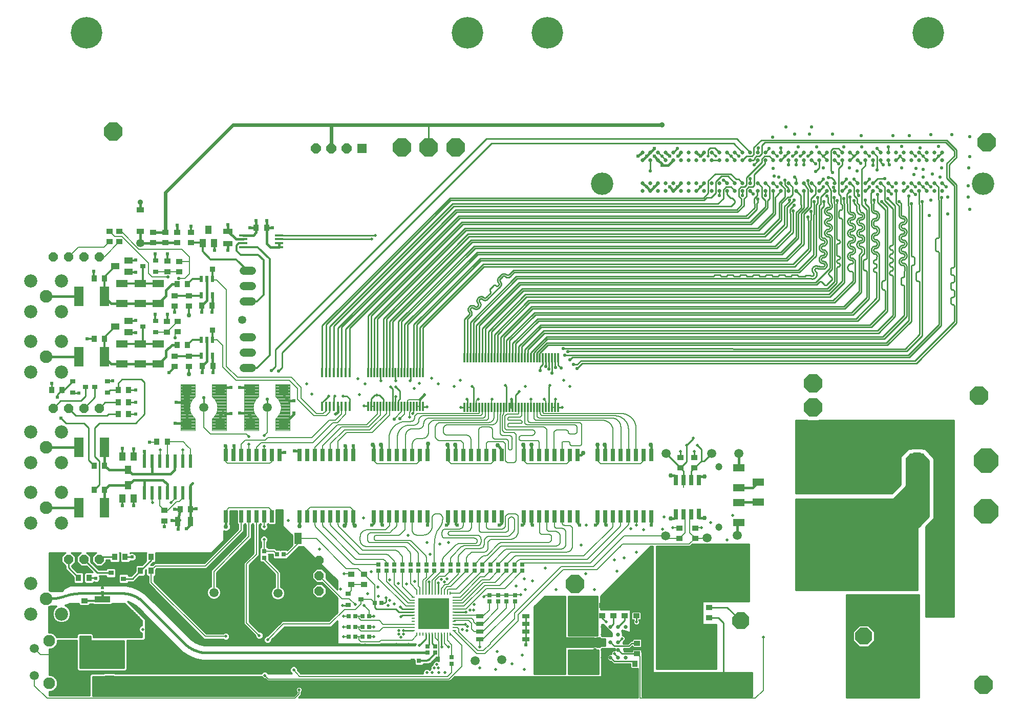
<source format=gtl>
G75*
%MOIN*%
%OFA0B0*%
%FSLAX25Y25*%
%IPPOS*%
%LPD*%
%AMOC8*
5,1,8,0,0,1.08239X$1,22.5*
%
%ADD10C,0.08250*%
%ADD11C,0.08550*%
%ADD12OC8,0.06000*%
%ADD13C,0.05906*%
%ADD14OC8,0.11811*%
%ADD15C,0.20600*%
%ADD16R,0.05906X0.12598*%
%ADD17R,0.07400X0.04800*%
%ADD18R,0.03500X0.04200*%
%ADD19R,0.03543X0.03150*%
%ADD20R,0.04200X0.03500*%
%ADD21R,0.02165X0.03937*%
%ADD22R,0.02362X0.08661*%
%ADD23R,0.04800X0.03600*%
%ADD24C,0.05315*%
%ADD25OC8,0.11000*%
%ADD26R,0.06299X0.15748*%
%ADD27R,0.15748X0.06299*%
%ADD28R,0.10630X0.10630*%
%ADD29OC8,0.10630*%
%ADD30OC8,0.15811*%
%ADD31R,0.02500X0.08000*%
%ADD32R,0.03543X0.03543*%
%ADD33R,0.05709X0.01370*%
%ADD34R,0.06000X0.03800*%
%ADD35R,0.02500X0.07000*%
%ADD36R,0.04800X0.07400*%
%ADD37R,0.03000X0.02700*%
%ADD38R,0.02700X0.03000*%
%ADD39R,0.05000X0.02992*%
%ADD40R,0.11000X0.06500*%
%ADD41R,0.10000X0.04000*%
%ADD42R,0.20079X0.09252*%
%ADD43R,0.02362X0.00984*%
%ADD44R,0.20079X0.20079*%
%ADD45R,0.00984X0.02362*%
%ADD46C,0.14600*%
%ADD47C,0.02500*%
%ADD48R,0.01181X0.06299*%
%ADD49C,0.05400*%
%ADD50R,0.05512X0.03937*%
%ADD51R,0.03937X0.05512*%
%ADD52R,0.03800X0.06000*%
%ADD53R,0.03200X0.12800*%
%ADD54OC8,0.06496*%
%ADD55R,0.06496X0.06496*%
%ADD56C,0.00400*%
%ADD57R,0.05906X0.05906*%
%ADD58C,0.07677*%
%ADD59C,0.04724*%
%ADD60R,0.02362X0.01378*%
%ADD61C,0.02953*%
%ADD62C,0.01600*%
%ADD63C,0.02375*%
%ADD64C,0.01000*%
%ADD65C,0.01299*%
%ADD66C,0.03543*%
%ADD67C,0.01981*%
%ADD68C,0.02100*%
%ADD69C,0.00900*%
%ADD70C,0.04000*%
%ADD71C,0.00598*%
%ADD72C,0.00800*%
%ADD73C,0.01181*%
%ADD74C,0.00500*%
%ADD75C,0.00600*%
%ADD76C,0.01500*%
%ADD77C,0.02178*%
%ADD78C,0.02400*%
D10*
X0067243Y0123031D03*
X0067243Y0182086D03*
X0067243Y0221456D03*
X0067243Y0280511D03*
X0067243Y0319881D03*
D11*
X0077243Y0309881D03*
X0057243Y0309881D03*
X0057243Y0290511D03*
X0077243Y0290511D03*
X0077243Y0270511D03*
X0057243Y0270511D03*
X0057243Y0231456D03*
X0077243Y0231456D03*
X0077243Y0211456D03*
X0057243Y0211456D03*
X0057243Y0192086D03*
X0077243Y0192086D03*
X0077243Y0172086D03*
X0057243Y0172086D03*
X0057243Y0133031D03*
X0077243Y0133031D03*
X0077243Y0113031D03*
X0057243Y0113031D03*
X0057243Y0329881D03*
X0077243Y0329881D03*
D12*
X0081613Y0345472D03*
X0071613Y0345472D03*
X0091613Y0345472D03*
X0101613Y0345472D03*
X0101613Y0247046D03*
X0091613Y0247046D03*
X0081613Y0247046D03*
X0071613Y0247046D03*
X0071613Y0148621D03*
X0081613Y0148621D03*
X0091613Y0148621D03*
X0101613Y0148621D03*
X0244897Y0148033D03*
X0244897Y0138033D03*
X0244897Y0128033D03*
X0244897Y0118033D03*
D13*
X0218030Y0126574D03*
X0176298Y0126968D03*
X0130732Y0091035D03*
X0059369Y0090550D03*
X0059369Y0072834D03*
X0169605Y0247440D03*
X0210944Y0247440D03*
X0346480Y0082669D03*
X0363916Y0083070D03*
X0460129Y0062861D03*
X0470358Y0163736D03*
X0497287Y0162555D03*
X0517130Y0164130D03*
X0518030Y0217519D03*
X0500314Y0217519D03*
X0470786Y0217519D03*
D14*
X0566461Y0231783D03*
X0566461Y0247531D03*
X0566461Y0263280D03*
X0674329Y0255314D03*
X0476409Y0131543D03*
X0411335Y0132665D03*
X0677579Y0067016D03*
X0679587Y0420228D03*
X0333724Y0416823D03*
X0315969Y0416823D03*
X0298713Y0416823D03*
X0110823Y0427094D03*
D15*
X0093558Y0491700D03*
X0341558Y0491700D03*
X0393558Y0491700D03*
X0641558Y0491700D03*
D16*
X0105038Y0319881D03*
X0088503Y0319881D03*
X0088503Y0280511D03*
X0105038Y0280511D03*
X0105038Y0221456D03*
X0088503Y0221456D03*
X0088503Y0182086D03*
X0105038Y0182086D03*
D17*
X0116455Y0275980D03*
X0128266Y0275980D03*
X0140078Y0275979D03*
X0140078Y0288979D03*
X0128266Y0288980D03*
X0116455Y0288980D03*
X0116455Y0315350D03*
X0128266Y0315350D03*
X0140077Y0315350D03*
X0140077Y0328350D03*
X0128266Y0328350D03*
X0116455Y0328350D03*
X0145693Y0079327D03*
X0145693Y0066327D03*
X0470294Y0068794D03*
X0470294Y0081794D03*
X0518030Y0172436D03*
X0518030Y0185436D03*
X0518030Y0195271D03*
X0530629Y0198822D03*
X0518030Y0208271D03*
X0530629Y0185822D03*
D18*
X0457065Y0080701D03*
X0450265Y0080701D03*
X0175668Y0274598D03*
X0168868Y0274598D03*
X0159226Y0288385D03*
X0152426Y0288385D03*
X0168376Y0313968D03*
X0175176Y0313968D03*
X0159226Y0327755D03*
X0152426Y0327755D03*
X0105092Y0331692D03*
X0098292Y0331692D03*
X0098292Y0292322D03*
X0105092Y0292322D03*
X0114040Y0258857D03*
X0120840Y0258857D03*
X0120840Y0250983D03*
X0114040Y0250983D03*
X0114040Y0243109D03*
X0120840Y0243109D03*
X0139138Y0225098D03*
X0145938Y0225098D03*
X0105092Y0209645D03*
X0098292Y0209645D03*
X0098292Y0193897D03*
X0105092Y0193897D03*
X0154401Y0181304D03*
X0161201Y0181304D03*
X0135313Y0150091D03*
X0128513Y0150091D03*
X0128513Y0141232D03*
X0135313Y0141232D03*
X0118581Y0150091D03*
X0111781Y0150091D03*
X0095057Y0136508D03*
X0088257Y0136508D03*
X0085305Y0089854D03*
X0092105Y0089854D03*
X0077533Y0258857D03*
X0070733Y0258857D03*
X0203809Y0364657D03*
X0210609Y0364657D03*
D19*
X0138503Y0343306D03*
X0130235Y0339566D03*
X0138503Y0335826D03*
X0138503Y0303936D03*
X0138503Y0296456D03*
X0130235Y0300196D03*
X0107007Y0264566D03*
X0107007Y0257086D03*
X0098739Y0260826D03*
X0092833Y0260826D03*
X0084566Y0264566D03*
X0084566Y0257086D03*
X0117543Y0143496D03*
X0117543Y0136016D03*
X0109276Y0139756D03*
X0263700Y0126377D03*
X0271967Y0122637D03*
X0263700Y0118897D03*
D20*
X0265668Y0132229D03*
X0265668Y0139029D03*
X0273936Y0139029D03*
X0273936Y0132229D03*
X0144027Y0173664D03*
X0144027Y0180464D03*
X0092051Y0121502D03*
X0092051Y0114702D03*
X0092543Y0102802D03*
X0092543Y0096002D03*
X0136343Y0076227D03*
X0136343Y0069427D03*
X0150614Y0274151D03*
X0159965Y0274151D03*
X0159965Y0280951D03*
X0150614Y0280951D03*
X0152776Y0296785D03*
X0152776Y0303585D03*
X0145786Y0303517D03*
X0145786Y0296717D03*
X0150614Y0313521D03*
X0150614Y0320321D03*
X0159965Y0320321D03*
X0159965Y0313521D03*
X0153776Y0335785D03*
X0153776Y0342585D03*
X0146140Y0342809D03*
X0146140Y0336009D03*
X0144709Y0354860D03*
X0144709Y0361660D03*
X0152583Y0361660D03*
X0152583Y0354860D03*
X0161441Y0354860D03*
X0161441Y0361660D03*
X0136835Y0361660D03*
X0136835Y0354860D03*
X0114879Y0355406D03*
X0108343Y0355406D03*
X0108343Y0362206D03*
X0114879Y0362206D03*
X0429157Y0118648D03*
X0429157Y0111848D03*
X0436539Y0111848D03*
X0436539Y0118648D03*
X0443921Y0118648D03*
X0443921Y0111848D03*
X0451303Y0111848D03*
X0451303Y0118648D03*
X0451795Y0094042D03*
X0451795Y0087242D03*
X0498660Y0110576D03*
X0498660Y0117376D03*
X0489600Y0162230D03*
X0489600Y0169030D03*
X0479344Y0169030D03*
X0479344Y0162230D03*
X0479968Y0208078D03*
X0479968Y0214878D03*
X0489051Y0214886D03*
X0489051Y0208086D03*
D21*
X0175516Y0281094D03*
X0168035Y0281094D03*
X0168035Y0291724D03*
X0171776Y0291724D03*
X0175516Y0291724D03*
X0175516Y0320465D03*
X0168035Y0320465D03*
X0168035Y0331094D03*
X0171776Y0331094D03*
X0175516Y0331094D03*
D22*
X0160983Y0212499D03*
X0155983Y0212499D03*
X0150983Y0212499D03*
X0145983Y0212499D03*
X0140983Y0212499D03*
X0135983Y0212499D03*
X0130983Y0212499D03*
X0130983Y0192027D03*
X0135983Y0192027D03*
X0140983Y0192027D03*
X0145983Y0192027D03*
X0150983Y0192027D03*
X0155983Y0192027D03*
X0160983Y0192027D03*
D23*
X0128567Y0362197D03*
X0128567Y0376370D03*
D24*
X0128567Y0354421D03*
X0194906Y0304618D03*
D25*
X0519369Y0148542D03*
X0519369Y0108542D03*
X0519369Y0068542D03*
X0599369Y0068542D03*
X0599369Y0098542D03*
X0599369Y0118542D03*
D26*
X0584854Y0178482D03*
X0584854Y0202497D03*
D27*
X0625147Y0148922D03*
X0649163Y0148922D03*
D28*
X0650511Y0212834D03*
D29*
X0650511Y0196298D03*
X0650511Y0179763D03*
X0633975Y0179763D03*
X0633975Y0196298D03*
X0633975Y0212834D03*
D30*
X0679251Y0212834D03*
X0679251Y0179763D03*
D31*
X0461188Y0176662D03*
X0456188Y0176662D03*
X0451188Y0176662D03*
X0446188Y0176662D03*
X0441188Y0176662D03*
X0436188Y0176662D03*
X0431188Y0176662D03*
X0426188Y0176662D03*
X0412960Y0176662D03*
X0407960Y0176662D03*
X0402960Y0176662D03*
X0397960Y0176662D03*
X0392960Y0176662D03*
X0387960Y0176662D03*
X0382960Y0176662D03*
X0377960Y0176662D03*
X0363747Y0176662D03*
X0358747Y0176662D03*
X0353747Y0176662D03*
X0348747Y0176662D03*
X0343747Y0176662D03*
X0338747Y0176662D03*
X0333747Y0176662D03*
X0328747Y0176662D03*
X0315519Y0176662D03*
X0310519Y0176662D03*
X0305519Y0176662D03*
X0300519Y0176662D03*
X0295519Y0176662D03*
X0290519Y0176662D03*
X0285519Y0176662D03*
X0280519Y0176662D03*
X0267225Y0176688D03*
X0262225Y0176688D03*
X0257225Y0176688D03*
X0252225Y0176688D03*
X0247225Y0176688D03*
X0242225Y0176688D03*
X0237225Y0176688D03*
X0232225Y0176688D03*
X0219058Y0176700D03*
X0214058Y0176700D03*
X0209058Y0176700D03*
X0204058Y0176700D03*
X0199058Y0176700D03*
X0194058Y0176700D03*
X0189058Y0176700D03*
X0184058Y0176700D03*
X0184058Y0216700D03*
X0189058Y0216700D03*
X0194058Y0216700D03*
X0199058Y0216700D03*
X0204058Y0216700D03*
X0209058Y0216700D03*
X0214058Y0216700D03*
X0219058Y0216700D03*
X0232225Y0216688D03*
X0237225Y0216688D03*
X0242225Y0216688D03*
X0247225Y0216688D03*
X0252225Y0216688D03*
X0257225Y0216688D03*
X0262225Y0216688D03*
X0267225Y0216688D03*
X0280519Y0216662D03*
X0285519Y0216662D03*
X0290519Y0216662D03*
X0295519Y0216662D03*
X0300519Y0216662D03*
X0305519Y0216662D03*
X0310519Y0216662D03*
X0315519Y0216662D03*
X0328747Y0216662D03*
X0333747Y0216662D03*
X0338747Y0216662D03*
X0343747Y0216662D03*
X0348747Y0216662D03*
X0353747Y0216662D03*
X0358747Y0216662D03*
X0363747Y0216662D03*
X0377960Y0216662D03*
X0382960Y0216662D03*
X0387960Y0216662D03*
X0392960Y0216662D03*
X0397960Y0216662D03*
X0402960Y0216662D03*
X0407960Y0216662D03*
X0412960Y0216662D03*
X0426188Y0216662D03*
X0431188Y0216662D03*
X0436188Y0216662D03*
X0441188Y0216662D03*
X0446188Y0216662D03*
X0451188Y0216662D03*
X0456188Y0216662D03*
X0461188Y0216662D03*
D32*
X0175531Y0298024D03*
X0175531Y0337551D03*
D33*
X0195594Y0351953D03*
X0195594Y0354512D03*
X0195594Y0357071D03*
X0195594Y0359630D03*
X0218823Y0359630D03*
X0218823Y0357071D03*
X0218823Y0354512D03*
X0218823Y0351953D03*
D34*
X0185555Y0354160D03*
X0185555Y0362360D03*
X0108291Y0079387D03*
X0108291Y0071187D03*
D35*
X0477162Y0177962D03*
X0482162Y0177962D03*
X0487162Y0177962D03*
X0492162Y0178062D03*
X0492162Y0200162D03*
X0487162Y0200162D03*
X0482162Y0200162D03*
X0477162Y0200162D03*
D36*
X0412528Y0103929D03*
X0399528Y0103929D03*
X0399528Y0085720D03*
X0412528Y0085720D03*
X0447165Y0071842D03*
X0460165Y0071842D03*
X0231223Y0162105D03*
X0218223Y0162105D03*
X0093433Y0081193D03*
X0080433Y0081193D03*
D37*
X0208975Y0149671D03*
X0208975Y0153871D03*
X0283465Y0145357D03*
X0283465Y0141157D03*
X0288671Y0141157D03*
X0288671Y0145357D03*
X0293878Y0145357D03*
X0293878Y0141157D03*
X0299085Y0141157D03*
X0299085Y0145357D03*
X0304292Y0145357D03*
X0304292Y0141157D03*
X0309499Y0141157D03*
X0309499Y0145357D03*
X0314706Y0145357D03*
X0314706Y0141157D03*
X0319913Y0141157D03*
X0319913Y0145357D03*
X0325120Y0145357D03*
X0325120Y0141157D03*
X0330327Y0141157D03*
X0330327Y0145357D03*
X0335534Y0145357D03*
X0335534Y0141157D03*
X0340740Y0141157D03*
X0340740Y0145357D03*
X0345947Y0145357D03*
X0345947Y0141157D03*
X0351154Y0141157D03*
X0351154Y0145357D03*
X0356361Y0145357D03*
X0356361Y0141157D03*
X0361568Y0141157D03*
X0361568Y0145357D03*
X0366775Y0145357D03*
X0366775Y0141157D03*
X0371982Y0141157D03*
X0371982Y0145357D03*
X0377189Y0145357D03*
X0377189Y0141157D03*
X0372276Y0125285D03*
X0372276Y0121085D03*
X0366776Y0121085D03*
X0366776Y0125285D03*
X0361276Y0125285D03*
X0361276Y0121085D03*
X0355776Y0121085D03*
X0355776Y0125285D03*
X0320391Y0091949D03*
X0320391Y0087749D03*
X0315469Y0087749D03*
X0315469Y0091949D03*
X0331058Y0084800D03*
X0331058Y0080600D03*
D38*
X0309894Y0082480D03*
X0305694Y0082480D03*
X0277376Y0098185D03*
X0273176Y0098185D03*
X0268376Y0098185D03*
X0264176Y0098185D03*
X0264176Y0104685D03*
X0268376Y0104685D03*
X0273176Y0104685D03*
X0277376Y0104685D03*
X0277376Y0111685D03*
X0273176Y0111685D03*
X0268376Y0111685D03*
X0264176Y0111685D03*
X0281186Y0120078D03*
X0285386Y0120078D03*
X0221705Y0151771D03*
X0217505Y0151771D03*
D39*
X0349446Y0111503D03*
X0349446Y0106503D03*
X0349446Y0101503D03*
X0349446Y0096503D03*
X0379446Y0096503D03*
X0379446Y0101503D03*
X0379446Y0106503D03*
X0379446Y0111503D03*
D40*
X0482597Y0080302D03*
X0482597Y0069302D03*
X0496377Y0069302D03*
X0496377Y0080302D03*
D41*
X0103855Y0113400D03*
X0103855Y0122400D03*
D42*
X0107799Y0104618D03*
X0107799Y0088280D03*
D43*
X0306028Y0102354D03*
X0306028Y0104323D03*
X0306028Y0106291D03*
X0306028Y0108260D03*
X0306028Y0110228D03*
X0306028Y0112197D03*
X0306028Y0114165D03*
X0306028Y0116134D03*
X0306028Y0118102D03*
X0306028Y0120071D03*
X0306028Y0122039D03*
X0306028Y0124008D03*
X0332799Y0124008D03*
X0332799Y0122039D03*
X0332799Y0120071D03*
X0332799Y0118102D03*
X0332799Y0116134D03*
X0332799Y0114165D03*
X0332799Y0112197D03*
X0332799Y0110228D03*
X0332799Y0108260D03*
X0332799Y0106291D03*
X0332799Y0104323D03*
X0332799Y0102354D03*
D44*
X0319413Y0113181D03*
D45*
X0318429Y0099795D03*
X0316461Y0099795D03*
X0314492Y0099795D03*
X0312524Y0099795D03*
X0310555Y0099795D03*
X0308587Y0099795D03*
X0320398Y0099795D03*
X0322366Y0099795D03*
X0324335Y0099795D03*
X0326303Y0099795D03*
X0328272Y0099795D03*
X0330240Y0099795D03*
X0330240Y0126567D03*
X0328272Y0126567D03*
X0326303Y0126567D03*
X0324335Y0126567D03*
X0322366Y0126567D03*
X0320398Y0126567D03*
X0318429Y0126567D03*
X0316461Y0126567D03*
X0314492Y0126567D03*
X0312524Y0126567D03*
X0310555Y0126567D03*
X0308587Y0126567D03*
D46*
X0429091Y0393185D03*
X0677091Y0393185D03*
D47*
X0650591Y0393685D03*
X0650591Y0388685D03*
X0645591Y0388685D03*
X0645591Y0393685D03*
X0640591Y0393685D03*
X0640591Y0388685D03*
X0635591Y0388685D03*
X0635591Y0393685D03*
X0630591Y0393685D03*
X0630591Y0388685D03*
X0625591Y0388685D03*
X0625591Y0393685D03*
X0620591Y0393685D03*
X0620591Y0388685D03*
X0615591Y0388685D03*
X0615591Y0393685D03*
X0610591Y0393685D03*
X0610591Y0388685D03*
X0605591Y0388685D03*
X0605591Y0393685D03*
X0600591Y0393685D03*
X0600591Y0388685D03*
X0595591Y0388685D03*
X0595591Y0393685D03*
X0590591Y0393685D03*
X0590591Y0388685D03*
X0585591Y0388685D03*
X0585591Y0393685D03*
X0580591Y0393685D03*
X0580591Y0388685D03*
X0575591Y0388685D03*
X0575591Y0393685D03*
X0570591Y0393685D03*
X0570591Y0388685D03*
X0565591Y0388685D03*
X0565591Y0393685D03*
X0560591Y0393685D03*
X0560591Y0388685D03*
X0555591Y0388685D03*
X0555591Y0393685D03*
X0550591Y0393685D03*
X0550591Y0388685D03*
X0545591Y0388685D03*
X0545591Y0393685D03*
X0540591Y0393685D03*
X0540591Y0388685D03*
X0535591Y0388685D03*
X0535591Y0393685D03*
X0530591Y0393685D03*
X0530591Y0388685D03*
X0525591Y0388685D03*
X0525591Y0393685D03*
X0520591Y0393685D03*
X0520591Y0388685D03*
X0515591Y0388685D03*
X0515591Y0393685D03*
X0510591Y0393685D03*
X0510591Y0388685D03*
X0505591Y0388685D03*
X0505591Y0393685D03*
X0500591Y0393685D03*
X0500591Y0388685D03*
X0495591Y0388685D03*
X0495591Y0393685D03*
X0490591Y0393685D03*
X0490591Y0388685D03*
X0485591Y0388685D03*
X0485591Y0393685D03*
X0480591Y0393685D03*
X0480591Y0388685D03*
X0475591Y0388685D03*
X0475591Y0393685D03*
X0470591Y0393685D03*
X0470591Y0388685D03*
X0465591Y0388685D03*
X0465591Y0393685D03*
X0460591Y0393685D03*
X0460591Y0388685D03*
X0455591Y0388685D03*
X0455591Y0393685D03*
X0455591Y0408685D03*
X0460591Y0408685D03*
X0465591Y0408685D03*
X0470591Y0408685D03*
X0475591Y0408685D03*
X0480591Y0408685D03*
X0485591Y0408685D03*
X0490591Y0408685D03*
X0495591Y0408685D03*
X0500591Y0408685D03*
X0505591Y0408685D03*
X0510591Y0408685D03*
X0515591Y0408685D03*
X0520591Y0408685D03*
X0525591Y0408685D03*
X0530591Y0408685D03*
X0535591Y0408685D03*
X0540591Y0408685D03*
X0545591Y0408685D03*
X0550591Y0408685D03*
X0555591Y0408685D03*
X0560591Y0408685D03*
X0565591Y0408685D03*
X0570591Y0408685D03*
X0575591Y0408685D03*
X0580591Y0408685D03*
X0585591Y0408685D03*
X0590591Y0408685D03*
X0595591Y0408685D03*
X0600591Y0408685D03*
X0605591Y0408685D03*
X0610591Y0408685D03*
X0615591Y0408685D03*
X0620591Y0408685D03*
X0625591Y0408685D03*
X0630591Y0408685D03*
X0635591Y0408685D03*
X0640591Y0408685D03*
X0645591Y0408685D03*
X0650591Y0408685D03*
X0650591Y0413685D03*
X0645591Y0413685D03*
X0640591Y0413685D03*
X0635591Y0413685D03*
X0630591Y0413685D03*
X0625591Y0413685D03*
X0620591Y0413685D03*
X0615591Y0413685D03*
X0610591Y0413685D03*
X0605591Y0413685D03*
X0600591Y0413685D03*
X0595591Y0413685D03*
X0590591Y0413685D03*
X0585591Y0413685D03*
X0580591Y0413685D03*
X0575591Y0413685D03*
X0570591Y0413685D03*
X0565591Y0413685D03*
X0560591Y0413685D03*
X0555591Y0413685D03*
X0550591Y0413685D03*
X0545591Y0413685D03*
X0540591Y0413685D03*
X0535591Y0413685D03*
X0530591Y0413685D03*
X0525591Y0413685D03*
X0520591Y0413685D03*
X0515591Y0413685D03*
X0510591Y0413685D03*
X0505591Y0413685D03*
X0500591Y0413685D03*
X0495591Y0413685D03*
X0490591Y0413685D03*
X0485591Y0413685D03*
X0480591Y0413685D03*
X0475591Y0413685D03*
X0470591Y0413685D03*
X0465591Y0413685D03*
X0460591Y0413685D03*
X0455591Y0413685D03*
X0444571Y0104579D03*
X0439571Y0104579D03*
X0434571Y0104579D03*
X0429571Y0104579D03*
X0424571Y0104579D03*
X0424571Y0099579D03*
X0429571Y0099579D03*
X0434571Y0099579D03*
X0439571Y0099579D03*
X0444571Y0099579D03*
X0444571Y0094579D03*
X0439571Y0094579D03*
X0434571Y0094579D03*
X0429571Y0094579D03*
X0424571Y0094579D03*
X0424571Y0089579D03*
X0429571Y0089579D03*
X0434571Y0089579D03*
X0439571Y0089579D03*
X0444571Y0089579D03*
X0444571Y0084579D03*
X0439571Y0084579D03*
X0434571Y0084579D03*
X0429571Y0084579D03*
X0424571Y0084579D03*
D48*
X0400381Y0247450D03*
X0398412Y0247450D03*
X0396444Y0247450D03*
X0394475Y0247450D03*
X0392507Y0247450D03*
X0390538Y0247450D03*
X0388570Y0247450D03*
X0386601Y0247450D03*
X0384633Y0247450D03*
X0382664Y0247450D03*
X0380696Y0247450D03*
X0378727Y0247450D03*
X0376759Y0247450D03*
X0374790Y0247450D03*
X0372822Y0247450D03*
X0370853Y0247450D03*
X0368885Y0247450D03*
X0366916Y0247450D03*
X0364948Y0247450D03*
X0362979Y0247450D03*
X0361011Y0247450D03*
X0359042Y0247450D03*
X0357074Y0247450D03*
X0355105Y0247450D03*
X0353137Y0247450D03*
X0351168Y0247450D03*
X0349200Y0247450D03*
X0347231Y0247450D03*
X0345263Y0247450D03*
X0343294Y0247450D03*
X0341326Y0247450D03*
X0339357Y0247450D03*
X0312307Y0248098D03*
X0310338Y0248098D03*
X0308370Y0248098D03*
X0306401Y0248098D03*
X0304433Y0248098D03*
X0302464Y0248098D03*
X0300496Y0248098D03*
X0298527Y0248098D03*
X0296559Y0248098D03*
X0294590Y0248098D03*
X0292622Y0248098D03*
X0290653Y0248098D03*
X0288685Y0248098D03*
X0286716Y0248098D03*
X0284748Y0248098D03*
X0282779Y0248098D03*
X0280811Y0248098D03*
X0278842Y0248098D03*
X0276874Y0248098D03*
X0264653Y0248139D03*
X0262094Y0248139D03*
X0259534Y0248139D03*
X0256975Y0248139D03*
X0254416Y0248139D03*
X0251857Y0248139D03*
X0249298Y0248139D03*
X0246739Y0248139D03*
X0246739Y0270186D03*
X0249298Y0270186D03*
X0251857Y0270186D03*
X0254416Y0270186D03*
X0256975Y0270186D03*
X0259534Y0270186D03*
X0262094Y0270186D03*
X0264653Y0270186D03*
X0276874Y0270146D03*
X0278842Y0270146D03*
X0280811Y0270146D03*
X0282779Y0270146D03*
X0284748Y0270146D03*
X0286716Y0270146D03*
X0288685Y0270146D03*
X0290653Y0270146D03*
X0292622Y0270146D03*
X0294590Y0270146D03*
X0296559Y0270146D03*
X0298527Y0270146D03*
X0300496Y0270146D03*
X0302464Y0270146D03*
X0304433Y0270146D03*
X0306401Y0270146D03*
X0308370Y0270146D03*
X0310338Y0270146D03*
X0312307Y0270146D03*
X0339357Y0279733D03*
X0341326Y0279733D03*
X0343294Y0279733D03*
X0345263Y0279733D03*
X0347231Y0279733D03*
X0349200Y0279733D03*
X0351168Y0279733D03*
X0353137Y0279733D03*
X0355105Y0279733D03*
X0357074Y0279733D03*
X0359042Y0279733D03*
X0361011Y0279733D03*
X0362979Y0279733D03*
X0364948Y0279733D03*
X0366916Y0279733D03*
X0368885Y0279733D03*
X0370853Y0279733D03*
X0372822Y0279733D03*
X0374790Y0279733D03*
X0376759Y0279733D03*
X0378727Y0279733D03*
X0380696Y0279733D03*
X0382664Y0279733D03*
X0384633Y0279733D03*
X0386601Y0279733D03*
X0388570Y0279733D03*
X0390538Y0279733D03*
X0392507Y0279733D03*
X0394475Y0279733D03*
X0396444Y0279733D03*
X0398412Y0279733D03*
X0400381Y0279733D03*
D49*
X0201050Y0283122D02*
X0195650Y0283122D01*
X0195650Y0273122D02*
X0201050Y0273122D01*
X0201050Y0293122D02*
X0195650Y0293122D01*
X0195650Y0316429D02*
X0201050Y0316429D01*
X0201050Y0326429D02*
X0195650Y0326429D01*
X0195650Y0336429D02*
X0201050Y0336429D01*
D50*
X0120786Y0335826D03*
X0112125Y0339566D03*
X0120786Y0343306D03*
X0120786Y0303936D03*
X0120786Y0296456D03*
X0112125Y0300196D03*
D51*
X0169020Y0354421D03*
X0176500Y0354421D03*
X0172760Y0363083D03*
X0124133Y0215452D03*
X0116652Y0215452D03*
X0120392Y0206791D03*
X0120392Y0196751D03*
X0116652Y0188090D03*
X0124133Y0188090D03*
D52*
X0152914Y0173331D03*
X0161114Y0173331D03*
D53*
X0632677Y0118594D03*
X0641977Y0118594D03*
D54*
X0262693Y0416311D03*
X0252693Y0416311D03*
X0242693Y0416311D03*
D55*
X0272693Y0416311D03*
D56*
X0225904Y0262401D02*
X0216455Y0262401D01*
X0216455Y0254527D01*
X0217387Y0253720D01*
X0218196Y0252790D01*
X0218867Y0251756D01*
X0219386Y0250639D01*
X0219744Y0249459D01*
X0219932Y0248241D01*
X0219999Y0247440D01*
X0219932Y0246639D01*
X0219744Y0245421D01*
X0219386Y0244242D01*
X0218867Y0243124D01*
X0218196Y0242090D01*
X0217387Y0241160D01*
X0216455Y0240354D01*
X0216455Y0232480D01*
X0225904Y0232480D01*
X0225904Y0262401D01*
X0225904Y0262190D02*
X0216455Y0262190D01*
X0216455Y0261792D02*
X0225904Y0261792D01*
X0225904Y0261393D02*
X0216455Y0261393D01*
X0216455Y0260995D02*
X0225904Y0260995D01*
X0225904Y0260596D02*
X0216455Y0260596D01*
X0216455Y0260198D02*
X0225904Y0260198D01*
X0225904Y0259799D02*
X0216455Y0259799D01*
X0216455Y0259401D02*
X0225904Y0259401D01*
X0225904Y0259002D02*
X0216455Y0259002D01*
X0216455Y0258604D02*
X0225904Y0258604D01*
X0225904Y0258205D02*
X0216455Y0258205D01*
X0216455Y0257807D02*
X0225904Y0257807D01*
X0225904Y0257408D02*
X0216455Y0257408D01*
X0216455Y0257010D02*
X0225904Y0257010D01*
X0225904Y0256611D02*
X0216455Y0256611D01*
X0216455Y0256213D02*
X0225904Y0256213D01*
X0225904Y0255814D02*
X0216455Y0255814D01*
X0216455Y0255416D02*
X0225904Y0255416D01*
X0225904Y0255017D02*
X0216455Y0255017D01*
X0216455Y0254619D02*
X0225904Y0254619D01*
X0225904Y0254220D02*
X0216809Y0254220D01*
X0217269Y0253822D02*
X0225904Y0253822D01*
X0225904Y0253423D02*
X0217645Y0253423D01*
X0217992Y0253025D02*
X0225904Y0253025D01*
X0225904Y0252626D02*
X0218303Y0252626D01*
X0218561Y0252228D02*
X0225904Y0252228D01*
X0225904Y0251829D02*
X0218820Y0251829D01*
X0219018Y0251431D02*
X0225904Y0251431D01*
X0225904Y0251032D02*
X0219203Y0251032D01*
X0219388Y0250634D02*
X0225904Y0250634D01*
X0225904Y0250235D02*
X0219509Y0250235D01*
X0219629Y0249837D02*
X0225904Y0249837D01*
X0225904Y0249438D02*
X0219747Y0249438D01*
X0219809Y0249040D02*
X0225904Y0249040D01*
X0225904Y0248641D02*
X0219870Y0248641D01*
X0219932Y0248243D02*
X0225904Y0248243D01*
X0225904Y0247844D02*
X0219965Y0247844D01*
X0219998Y0247445D02*
X0225904Y0247445D01*
X0225904Y0247047D02*
X0219966Y0247047D01*
X0219933Y0246648D02*
X0225904Y0246648D01*
X0225904Y0246250D02*
X0219872Y0246250D01*
X0219810Y0245851D02*
X0225904Y0245851D01*
X0225904Y0245453D02*
X0219749Y0245453D01*
X0219632Y0245054D02*
X0225904Y0245054D01*
X0225904Y0244656D02*
X0219512Y0244656D01*
X0219391Y0244257D02*
X0225904Y0244257D01*
X0225904Y0243859D02*
X0219208Y0243859D01*
X0219023Y0243460D02*
X0225904Y0243460D01*
X0225904Y0243062D02*
X0218827Y0243062D01*
X0218568Y0242663D02*
X0225904Y0242663D01*
X0225904Y0242265D02*
X0218310Y0242265D01*
X0218001Y0241866D02*
X0225904Y0241866D01*
X0225904Y0241468D02*
X0217655Y0241468D01*
X0217282Y0241069D02*
X0225904Y0241069D01*
X0225904Y0240671D02*
X0216822Y0240671D01*
X0216455Y0240272D02*
X0225904Y0240272D01*
X0225904Y0239874D02*
X0216455Y0239874D01*
X0216455Y0239475D02*
X0225904Y0239475D01*
X0225904Y0239077D02*
X0216455Y0239077D01*
X0216455Y0238678D02*
X0225904Y0238678D01*
X0225904Y0238280D02*
X0216455Y0238280D01*
X0216455Y0237881D02*
X0225904Y0237881D01*
X0225904Y0237483D02*
X0216455Y0237483D01*
X0216455Y0237084D02*
X0225904Y0237084D01*
X0225904Y0236686D02*
X0216455Y0236686D01*
X0216455Y0236287D02*
X0225904Y0236287D01*
X0225904Y0235889D02*
X0216455Y0235889D01*
X0216455Y0235490D02*
X0225904Y0235490D01*
X0225904Y0235092D02*
X0216455Y0235092D01*
X0216455Y0234693D02*
X0225904Y0234693D01*
X0225904Y0234295D02*
X0216455Y0234295D01*
X0216455Y0233896D02*
X0225904Y0233896D01*
X0225904Y0233498D02*
X0216455Y0233498D01*
X0216455Y0233099D02*
X0225904Y0233099D01*
X0225904Y0232701D02*
X0216455Y0232701D01*
X0205432Y0232701D02*
X0195983Y0232701D01*
X0195983Y0232480D02*
X0195983Y0262401D01*
X0205432Y0262401D01*
X0205432Y0254527D01*
X0204500Y0253720D01*
X0203691Y0252790D01*
X0203020Y0251756D01*
X0202501Y0250639D01*
X0202144Y0249459D01*
X0201955Y0248241D01*
X0201889Y0247440D01*
X0201955Y0246639D01*
X0202144Y0245421D01*
X0202501Y0244242D01*
X0203020Y0243124D01*
X0203691Y0242090D01*
X0204500Y0241160D01*
X0205432Y0240354D01*
X0205432Y0232480D01*
X0195983Y0232480D01*
X0195983Y0233099D02*
X0205432Y0233099D01*
X0205432Y0233498D02*
X0195983Y0233498D01*
X0195983Y0233896D02*
X0205432Y0233896D01*
X0205432Y0234295D02*
X0195983Y0234295D01*
X0195983Y0234693D02*
X0205432Y0234693D01*
X0205432Y0235092D02*
X0195983Y0235092D01*
X0195983Y0235490D02*
X0205432Y0235490D01*
X0205432Y0235889D02*
X0195983Y0235889D01*
X0195983Y0236287D02*
X0205432Y0236287D01*
X0205432Y0236686D02*
X0195983Y0236686D01*
X0195983Y0237084D02*
X0205432Y0237084D01*
X0205432Y0237483D02*
X0195983Y0237483D01*
X0195983Y0237881D02*
X0205432Y0237881D01*
X0205432Y0238280D02*
X0195983Y0238280D01*
X0195983Y0238678D02*
X0205432Y0238678D01*
X0205432Y0239077D02*
X0195983Y0239077D01*
X0195983Y0239475D02*
X0205432Y0239475D01*
X0205432Y0239874D02*
X0195983Y0239874D01*
X0195983Y0240272D02*
X0205432Y0240272D01*
X0205066Y0240671D02*
X0195983Y0240671D01*
X0195983Y0241069D02*
X0204606Y0241069D01*
X0204233Y0241468D02*
X0195983Y0241468D01*
X0195983Y0241866D02*
X0203886Y0241866D01*
X0203578Y0242265D02*
X0195983Y0242265D01*
X0195983Y0242663D02*
X0203319Y0242663D01*
X0203061Y0243062D02*
X0195983Y0243062D01*
X0195983Y0243460D02*
X0202864Y0243460D01*
X0202679Y0243859D02*
X0195983Y0243859D01*
X0195983Y0244257D02*
X0202496Y0244257D01*
X0202376Y0244656D02*
X0195983Y0244656D01*
X0195983Y0245054D02*
X0202255Y0245054D01*
X0202139Y0245453D02*
X0195983Y0245453D01*
X0195983Y0245851D02*
X0202077Y0245851D01*
X0202016Y0246250D02*
X0195983Y0246250D01*
X0195983Y0246648D02*
X0201955Y0246648D01*
X0201921Y0247047D02*
X0195983Y0247047D01*
X0195983Y0247445D02*
X0201889Y0247445D01*
X0201922Y0247844D02*
X0195983Y0247844D01*
X0195983Y0248243D02*
X0201955Y0248243D01*
X0202017Y0248641D02*
X0195983Y0248641D01*
X0195983Y0249040D02*
X0202079Y0249040D01*
X0202140Y0249438D02*
X0195983Y0249438D01*
X0195983Y0249837D02*
X0202258Y0249837D01*
X0202379Y0250235D02*
X0195983Y0250235D01*
X0195983Y0250634D02*
X0202500Y0250634D01*
X0202684Y0251032D02*
X0195983Y0251032D01*
X0195983Y0251431D02*
X0202869Y0251431D01*
X0203068Y0251829D02*
X0195983Y0251829D01*
X0195983Y0252228D02*
X0203326Y0252228D01*
X0203585Y0252626D02*
X0195983Y0252626D01*
X0195983Y0253025D02*
X0203895Y0253025D01*
X0204242Y0253423D02*
X0195983Y0253423D01*
X0195983Y0253822D02*
X0204618Y0253822D01*
X0205078Y0254220D02*
X0195983Y0254220D01*
X0195983Y0254619D02*
X0205432Y0254619D01*
X0205432Y0255017D02*
X0195983Y0255017D01*
X0195983Y0255416D02*
X0205432Y0255416D01*
X0205432Y0255814D02*
X0195983Y0255814D01*
X0195983Y0256213D02*
X0205432Y0256213D01*
X0205432Y0256611D02*
X0195983Y0256611D01*
X0195983Y0257010D02*
X0205432Y0257010D01*
X0205432Y0257408D02*
X0195983Y0257408D01*
X0195983Y0257807D02*
X0205432Y0257807D01*
X0205432Y0258205D02*
X0195983Y0258205D01*
X0195983Y0258604D02*
X0205432Y0258604D01*
X0205432Y0259002D02*
X0195983Y0259002D01*
X0195983Y0259401D02*
X0205432Y0259401D01*
X0205432Y0259799D02*
X0195983Y0259799D01*
X0195983Y0260198D02*
X0205432Y0260198D01*
X0205432Y0260596D02*
X0195983Y0260596D01*
X0195983Y0260995D02*
X0205432Y0260995D01*
X0205432Y0261393D02*
X0195983Y0261393D01*
X0195983Y0261792D02*
X0205432Y0261792D01*
X0205432Y0262190D02*
X0195983Y0262190D01*
X0184566Y0262190D02*
X0175117Y0262190D01*
X0175117Y0262401D02*
X0175117Y0254527D01*
X0176048Y0253720D01*
X0176858Y0252790D01*
X0177528Y0251756D01*
X0178048Y0250639D01*
X0178405Y0249459D01*
X0178593Y0248241D01*
X0178660Y0247440D01*
X0178593Y0246639D01*
X0178405Y0245421D01*
X0178048Y0244242D01*
X0177528Y0243124D01*
X0176858Y0242090D01*
X0176048Y0241160D01*
X0175117Y0240354D01*
X0175117Y0232480D01*
X0184566Y0232480D01*
X0184566Y0262401D01*
X0175117Y0262401D01*
X0175117Y0261792D02*
X0184566Y0261792D01*
X0184566Y0261393D02*
X0175117Y0261393D01*
X0175117Y0260995D02*
X0184566Y0260995D01*
X0184566Y0260596D02*
X0175117Y0260596D01*
X0175117Y0260198D02*
X0184566Y0260198D01*
X0184566Y0259799D02*
X0175117Y0259799D01*
X0175117Y0259401D02*
X0184566Y0259401D01*
X0184566Y0259002D02*
X0175117Y0259002D01*
X0175117Y0258604D02*
X0184566Y0258604D01*
X0184566Y0258205D02*
X0175117Y0258205D01*
X0175117Y0257807D02*
X0184566Y0257807D01*
X0184566Y0257408D02*
X0175117Y0257408D01*
X0175117Y0257010D02*
X0184566Y0257010D01*
X0184566Y0256611D02*
X0175117Y0256611D01*
X0175117Y0256213D02*
X0184566Y0256213D01*
X0184566Y0255814D02*
X0175117Y0255814D01*
X0175117Y0255416D02*
X0184566Y0255416D01*
X0184566Y0255017D02*
X0175117Y0255017D01*
X0175117Y0254619D02*
X0184566Y0254619D01*
X0184566Y0254220D02*
X0175471Y0254220D01*
X0175931Y0253822D02*
X0184566Y0253822D01*
X0184566Y0253423D02*
X0176307Y0253423D01*
X0176654Y0253025D02*
X0184566Y0253025D01*
X0184566Y0252626D02*
X0176964Y0252626D01*
X0177223Y0252228D02*
X0184566Y0252228D01*
X0184566Y0251829D02*
X0177481Y0251829D01*
X0177680Y0251431D02*
X0184566Y0251431D01*
X0184566Y0251032D02*
X0177865Y0251032D01*
X0178049Y0250634D02*
X0184566Y0250634D01*
X0184566Y0250235D02*
X0178170Y0250235D01*
X0178291Y0249837D02*
X0184566Y0249837D01*
X0184566Y0249438D02*
X0178408Y0249438D01*
X0178470Y0249040D02*
X0184566Y0249040D01*
X0184566Y0248641D02*
X0178532Y0248641D01*
X0178593Y0248243D02*
X0184566Y0248243D01*
X0184566Y0247844D02*
X0178627Y0247844D01*
X0178660Y0247445D02*
X0184566Y0247445D01*
X0184566Y0247047D02*
X0178627Y0247047D01*
X0178594Y0246648D02*
X0184566Y0246648D01*
X0184566Y0246250D02*
X0178533Y0246250D01*
X0178472Y0245851D02*
X0184566Y0245851D01*
X0184566Y0245453D02*
X0178410Y0245453D01*
X0178294Y0245054D02*
X0184566Y0245054D01*
X0184566Y0244656D02*
X0178173Y0244656D01*
X0178052Y0244257D02*
X0184566Y0244257D01*
X0184566Y0243859D02*
X0177870Y0243859D01*
X0177685Y0243460D02*
X0184566Y0243460D01*
X0184566Y0243062D02*
X0177488Y0243062D01*
X0177230Y0242663D02*
X0184566Y0242663D01*
X0184566Y0242265D02*
X0176971Y0242265D01*
X0176663Y0241866D02*
X0184566Y0241866D01*
X0184566Y0241468D02*
X0176316Y0241468D01*
X0175943Y0241069D02*
X0184566Y0241069D01*
X0184566Y0240671D02*
X0175483Y0240671D01*
X0175117Y0240272D02*
X0184566Y0240272D01*
X0184566Y0239874D02*
X0175117Y0239874D01*
X0175117Y0239475D02*
X0184566Y0239475D01*
X0184566Y0239077D02*
X0175117Y0239077D01*
X0175117Y0238678D02*
X0184566Y0238678D01*
X0184566Y0238280D02*
X0175117Y0238280D01*
X0175117Y0237881D02*
X0184566Y0237881D01*
X0184566Y0237483D02*
X0175117Y0237483D01*
X0175117Y0237084D02*
X0184566Y0237084D01*
X0184566Y0236686D02*
X0175117Y0236686D01*
X0175117Y0236287D02*
X0184566Y0236287D01*
X0184566Y0235889D02*
X0175117Y0235889D01*
X0175117Y0235490D02*
X0184566Y0235490D01*
X0184566Y0235092D02*
X0175117Y0235092D01*
X0175117Y0234693D02*
X0184566Y0234693D01*
X0184566Y0234295D02*
X0175117Y0234295D01*
X0175117Y0233896D02*
X0184566Y0233896D01*
X0184566Y0233498D02*
X0175117Y0233498D01*
X0175117Y0233099D02*
X0184566Y0233099D01*
X0184566Y0232701D02*
X0175117Y0232701D01*
X0164093Y0232701D02*
X0154644Y0232701D01*
X0154644Y0232480D02*
X0154644Y0262401D01*
X0164093Y0262401D01*
X0164093Y0254527D01*
X0163162Y0253720D01*
X0162353Y0252790D01*
X0161682Y0251756D01*
X0161162Y0250639D01*
X0160805Y0249459D01*
X0160617Y0248241D01*
X0160550Y0247440D01*
X0160617Y0246639D01*
X0160805Y0245421D01*
X0161162Y0244242D01*
X0161682Y0243124D01*
X0162353Y0242090D01*
X0163162Y0241160D01*
X0164093Y0240354D01*
X0164093Y0232480D01*
X0154644Y0232480D01*
X0154644Y0233099D02*
X0164093Y0233099D01*
X0164093Y0233498D02*
X0154644Y0233498D01*
X0154644Y0233896D02*
X0164093Y0233896D01*
X0164093Y0234295D02*
X0154644Y0234295D01*
X0154644Y0234693D02*
X0164093Y0234693D01*
X0164093Y0235092D02*
X0154644Y0235092D01*
X0154644Y0235490D02*
X0164093Y0235490D01*
X0164093Y0235889D02*
X0154644Y0235889D01*
X0154644Y0236287D02*
X0164093Y0236287D01*
X0164093Y0236686D02*
X0154644Y0236686D01*
X0154644Y0237084D02*
X0164093Y0237084D01*
X0164093Y0237483D02*
X0154644Y0237483D01*
X0154644Y0237881D02*
X0164093Y0237881D01*
X0164093Y0238280D02*
X0154644Y0238280D01*
X0154644Y0238678D02*
X0164093Y0238678D01*
X0164093Y0239077D02*
X0154644Y0239077D01*
X0154644Y0239475D02*
X0164093Y0239475D01*
X0164093Y0239874D02*
X0154644Y0239874D01*
X0154644Y0240272D02*
X0164093Y0240272D01*
X0163727Y0240671D02*
X0154644Y0240671D01*
X0154644Y0241069D02*
X0163267Y0241069D01*
X0162894Y0241468D02*
X0154644Y0241468D01*
X0154644Y0241866D02*
X0162547Y0241866D01*
X0162239Y0242265D02*
X0154644Y0242265D01*
X0154644Y0242663D02*
X0161981Y0242663D01*
X0161722Y0243062D02*
X0154644Y0243062D01*
X0154644Y0243460D02*
X0161525Y0243460D01*
X0161340Y0243859D02*
X0154644Y0243859D01*
X0154644Y0244257D02*
X0161158Y0244257D01*
X0161037Y0244656D02*
X0154644Y0244656D01*
X0154644Y0245054D02*
X0160916Y0245054D01*
X0160800Y0245453D02*
X0154644Y0245453D01*
X0154644Y0245851D02*
X0160739Y0245851D01*
X0160677Y0246250D02*
X0154644Y0246250D01*
X0154644Y0246648D02*
X0160616Y0246648D01*
X0160583Y0247047D02*
X0154644Y0247047D01*
X0154644Y0247445D02*
X0160550Y0247445D01*
X0160584Y0247844D02*
X0154644Y0247844D01*
X0154644Y0248243D02*
X0160617Y0248243D01*
X0160679Y0248641D02*
X0154644Y0248641D01*
X0154644Y0249040D02*
X0160740Y0249040D01*
X0160802Y0249438D02*
X0154644Y0249438D01*
X0154644Y0249837D02*
X0160919Y0249837D01*
X0161040Y0250235D02*
X0154644Y0250235D01*
X0154644Y0250634D02*
X0161161Y0250634D01*
X0161345Y0251032D02*
X0154644Y0251032D01*
X0154644Y0251431D02*
X0161530Y0251431D01*
X0161729Y0251829D02*
X0154644Y0251829D01*
X0154644Y0252228D02*
X0161987Y0252228D01*
X0162246Y0252626D02*
X0154644Y0252626D01*
X0154644Y0253025D02*
X0162557Y0253025D01*
X0162903Y0253423D02*
X0154644Y0253423D01*
X0154644Y0253822D02*
X0163279Y0253822D01*
X0163739Y0254220D02*
X0154644Y0254220D01*
X0154644Y0254619D02*
X0164093Y0254619D01*
X0164093Y0255017D02*
X0154644Y0255017D01*
X0154644Y0255416D02*
X0164093Y0255416D01*
X0164093Y0255814D02*
X0154644Y0255814D01*
X0154644Y0256213D02*
X0164093Y0256213D01*
X0164093Y0256611D02*
X0154644Y0256611D01*
X0154644Y0257010D02*
X0164093Y0257010D01*
X0164093Y0257408D02*
X0154644Y0257408D01*
X0154644Y0257807D02*
X0164093Y0257807D01*
X0164093Y0258205D02*
X0154644Y0258205D01*
X0154644Y0258604D02*
X0164093Y0258604D01*
X0164093Y0259002D02*
X0154644Y0259002D01*
X0154644Y0259401D02*
X0164093Y0259401D01*
X0164093Y0259799D02*
X0154644Y0259799D01*
X0154644Y0260198D02*
X0164093Y0260198D01*
X0164093Y0260596D02*
X0154644Y0260596D01*
X0154644Y0260995D02*
X0164093Y0260995D01*
X0164093Y0261393D02*
X0154644Y0261393D01*
X0154644Y0261792D02*
X0164093Y0261792D01*
X0164093Y0262190D02*
X0154644Y0262190D01*
X0161337Y0141928D02*
X0161337Y0112007D01*
X0170786Y0112007D01*
X0170786Y0119881D01*
X0169855Y0120688D01*
X0169045Y0121618D01*
X0168375Y0122652D01*
X0167855Y0123769D01*
X0167498Y0124949D01*
X0167310Y0126167D01*
X0167243Y0126968D01*
X0167310Y0127769D01*
X0167498Y0128987D01*
X0167855Y0130166D01*
X0168375Y0131284D01*
X0169045Y0132318D01*
X0169855Y0133247D01*
X0170786Y0134054D01*
X0170786Y0141928D01*
X0161337Y0141928D01*
X0161337Y0141840D02*
X0170786Y0141840D01*
X0170786Y0141441D02*
X0161337Y0141441D01*
X0161337Y0141043D02*
X0170786Y0141043D01*
X0170786Y0140644D02*
X0161337Y0140644D01*
X0161337Y0140246D02*
X0170786Y0140246D01*
X0170786Y0139847D02*
X0161337Y0139847D01*
X0161337Y0139449D02*
X0170786Y0139449D01*
X0170786Y0139050D02*
X0161337Y0139050D01*
X0161337Y0138652D02*
X0170786Y0138652D01*
X0170786Y0138253D02*
X0161337Y0138253D01*
X0161337Y0137855D02*
X0170786Y0137855D01*
X0170786Y0137456D02*
X0161337Y0137456D01*
X0161337Y0137058D02*
X0170786Y0137058D01*
X0170786Y0136659D02*
X0161337Y0136659D01*
X0161337Y0136261D02*
X0170786Y0136261D01*
X0170786Y0135862D02*
X0161337Y0135862D01*
X0161337Y0135464D02*
X0170786Y0135464D01*
X0170786Y0135065D02*
X0161337Y0135065D01*
X0161337Y0134667D02*
X0170786Y0134667D01*
X0170786Y0134268D02*
X0161337Y0134268D01*
X0161337Y0133870D02*
X0170573Y0133870D01*
X0170113Y0133471D02*
X0161337Y0133471D01*
X0161337Y0133073D02*
X0169703Y0133073D01*
X0169356Y0132674D02*
X0161337Y0132674D01*
X0161337Y0132276D02*
X0169018Y0132276D01*
X0168760Y0131877D02*
X0161337Y0131877D01*
X0161337Y0131479D02*
X0168501Y0131479D01*
X0168280Y0131080D02*
X0161337Y0131080D01*
X0161337Y0130682D02*
X0168095Y0130682D01*
X0167910Y0130283D02*
X0161337Y0130283D01*
X0161337Y0129885D02*
X0167770Y0129885D01*
X0167649Y0129486D02*
X0161337Y0129486D01*
X0161337Y0129088D02*
X0167529Y0129088D01*
X0167452Y0128689D02*
X0161337Y0128689D01*
X0161337Y0128291D02*
X0167390Y0128291D01*
X0167329Y0127892D02*
X0161337Y0127892D01*
X0161337Y0127494D02*
X0167287Y0127494D01*
X0167253Y0127095D02*
X0161337Y0127095D01*
X0161337Y0126697D02*
X0167265Y0126697D01*
X0167299Y0126298D02*
X0161337Y0126298D01*
X0161337Y0125900D02*
X0167351Y0125900D01*
X0167413Y0125501D02*
X0161337Y0125501D01*
X0161337Y0125103D02*
X0167474Y0125103D01*
X0167572Y0124704D02*
X0161337Y0124704D01*
X0161337Y0124305D02*
X0167693Y0124305D01*
X0167814Y0123907D02*
X0161337Y0123907D01*
X0161337Y0123508D02*
X0167977Y0123508D01*
X0168162Y0123110D02*
X0161337Y0123110D01*
X0161337Y0122711D02*
X0168347Y0122711D01*
X0168594Y0122313D02*
X0161337Y0122313D01*
X0161337Y0121914D02*
X0168853Y0121914D01*
X0169134Y0121516D02*
X0161337Y0121516D01*
X0161337Y0121117D02*
X0169481Y0121117D01*
X0169828Y0120719D02*
X0161337Y0120719D01*
X0161337Y0120320D02*
X0170279Y0120320D01*
X0170739Y0119922D02*
X0161337Y0119922D01*
X0161337Y0119523D02*
X0170786Y0119523D01*
X0170786Y0119125D02*
X0161337Y0119125D01*
X0161337Y0118726D02*
X0170786Y0118726D01*
X0170786Y0118328D02*
X0161337Y0118328D01*
X0161337Y0117929D02*
X0170786Y0117929D01*
X0170786Y0117531D02*
X0161337Y0117531D01*
X0161337Y0117132D02*
X0170786Y0117132D01*
X0170786Y0116734D02*
X0161337Y0116734D01*
X0161337Y0116335D02*
X0170786Y0116335D01*
X0170786Y0115937D02*
X0161337Y0115937D01*
X0161337Y0115538D02*
X0170786Y0115538D01*
X0170786Y0115140D02*
X0161337Y0115140D01*
X0161337Y0114741D02*
X0170786Y0114741D01*
X0170786Y0114343D02*
X0161337Y0114343D01*
X0161337Y0113944D02*
X0170786Y0113944D01*
X0170786Y0113546D02*
X0161337Y0113546D01*
X0161337Y0113147D02*
X0170786Y0113147D01*
X0170786Y0112749D02*
X0161337Y0112749D01*
X0161337Y0112350D02*
X0170786Y0112350D01*
X0181810Y0112350D02*
X0191259Y0112350D01*
X0191259Y0112007D02*
X0191259Y0141928D01*
X0181810Y0141928D01*
X0181810Y0134054D01*
X0182741Y0133247D01*
X0183551Y0132318D01*
X0184221Y0131284D01*
X0184741Y0130166D01*
X0185098Y0128987D01*
X0185286Y0127769D01*
X0185353Y0126968D01*
X0185286Y0126167D01*
X0185098Y0124949D01*
X0184741Y0123769D01*
X0184221Y0122652D01*
X0183551Y0121618D01*
X0182741Y0120688D01*
X0181810Y0119881D01*
X0181810Y0112007D01*
X0191259Y0112007D01*
X0191259Y0112749D02*
X0181810Y0112749D01*
X0181810Y0113147D02*
X0191259Y0113147D01*
X0191259Y0113546D02*
X0181810Y0113546D01*
X0181810Y0113944D02*
X0191259Y0113944D01*
X0191259Y0114343D02*
X0181810Y0114343D01*
X0181810Y0114741D02*
X0191259Y0114741D01*
X0191259Y0115140D02*
X0181810Y0115140D01*
X0181810Y0115538D02*
X0191259Y0115538D01*
X0191259Y0115937D02*
X0181810Y0115937D01*
X0181810Y0116335D02*
X0191259Y0116335D01*
X0191259Y0116734D02*
X0181810Y0116734D01*
X0181810Y0117132D02*
X0191259Y0117132D01*
X0191259Y0117531D02*
X0181810Y0117531D01*
X0181810Y0117929D02*
X0191259Y0117929D01*
X0191259Y0118328D02*
X0181810Y0118328D01*
X0181810Y0118726D02*
X0191259Y0118726D01*
X0191259Y0119125D02*
X0181810Y0119125D01*
X0181810Y0119523D02*
X0191259Y0119523D01*
X0191259Y0119922D02*
X0181857Y0119922D01*
X0182317Y0120320D02*
X0191259Y0120320D01*
X0191259Y0120719D02*
X0182768Y0120719D01*
X0183115Y0121117D02*
X0191259Y0121117D01*
X0191259Y0121516D02*
X0183462Y0121516D01*
X0183743Y0121914D02*
X0191259Y0121914D01*
X0191259Y0122313D02*
X0184002Y0122313D01*
X0184249Y0122711D02*
X0191259Y0122711D01*
X0191259Y0123110D02*
X0184434Y0123110D01*
X0184619Y0123508D02*
X0191259Y0123508D01*
X0191259Y0123907D02*
X0184782Y0123907D01*
X0184903Y0124305D02*
X0191259Y0124305D01*
X0191259Y0124704D02*
X0185024Y0124704D01*
X0185122Y0125103D02*
X0191259Y0125103D01*
X0191259Y0125501D02*
X0185183Y0125501D01*
X0185245Y0125900D02*
X0191259Y0125900D01*
X0191259Y0126298D02*
X0185297Y0126298D01*
X0185331Y0126697D02*
X0191259Y0126697D01*
X0191259Y0127095D02*
X0185342Y0127095D01*
X0185309Y0127494D02*
X0191259Y0127494D01*
X0191259Y0127892D02*
X0185267Y0127892D01*
X0185206Y0128291D02*
X0191259Y0128291D01*
X0191259Y0128689D02*
X0185144Y0128689D01*
X0185067Y0129088D02*
X0191259Y0129088D01*
X0191259Y0129486D02*
X0184947Y0129486D01*
X0184826Y0129885D02*
X0191259Y0129885D01*
X0191259Y0130283D02*
X0184686Y0130283D01*
X0184501Y0130682D02*
X0191259Y0130682D01*
X0191259Y0131080D02*
X0184316Y0131080D01*
X0184095Y0131479D02*
X0191259Y0131479D01*
X0191259Y0131877D02*
X0183836Y0131877D01*
X0183578Y0132276D02*
X0191259Y0132276D01*
X0191259Y0132674D02*
X0183240Y0132674D01*
X0182893Y0133073D02*
X0191259Y0133073D01*
X0191259Y0133471D02*
X0182483Y0133471D01*
X0182023Y0133870D02*
X0191259Y0133870D01*
X0191259Y0134268D02*
X0181810Y0134268D01*
X0181810Y0134667D02*
X0191259Y0134667D01*
X0191259Y0135065D02*
X0181810Y0135065D01*
X0181810Y0135464D02*
X0191259Y0135464D01*
X0191259Y0135862D02*
X0181810Y0135862D01*
X0181810Y0136261D02*
X0191259Y0136261D01*
X0191259Y0136659D02*
X0181810Y0136659D01*
X0181810Y0137058D02*
X0191259Y0137058D01*
X0191259Y0137456D02*
X0181810Y0137456D01*
X0181810Y0137855D02*
X0191259Y0137855D01*
X0191259Y0138253D02*
X0181810Y0138253D01*
X0181810Y0138652D02*
X0191259Y0138652D01*
X0191259Y0139050D02*
X0181810Y0139050D01*
X0181810Y0139449D02*
X0191259Y0139449D01*
X0191259Y0139847D02*
X0181810Y0139847D01*
X0181810Y0140246D02*
X0191259Y0140246D01*
X0191259Y0140644D02*
X0181810Y0140644D01*
X0181810Y0141043D02*
X0191259Y0141043D01*
X0191259Y0141441D02*
X0181810Y0141441D01*
X0181810Y0141840D02*
X0191259Y0141840D01*
X0203070Y0141535D02*
X0203070Y0111613D01*
X0212518Y0111613D01*
X0212518Y0119487D01*
X0211587Y0120294D01*
X0210778Y0121224D01*
X0210107Y0122258D01*
X0209588Y0123376D01*
X0209230Y0124555D01*
X0209042Y0125773D01*
X0208975Y0126574D01*
X0209042Y0127375D01*
X0209230Y0128593D01*
X0209588Y0129772D01*
X0210107Y0130890D01*
X0210778Y0131924D01*
X0211587Y0132854D01*
X0212518Y0133661D01*
X0212518Y0141535D01*
X0203070Y0141535D01*
X0203070Y0141441D02*
X0212518Y0141441D01*
X0212518Y0141043D02*
X0203070Y0141043D01*
X0203070Y0140644D02*
X0212518Y0140644D01*
X0212518Y0140246D02*
X0203070Y0140246D01*
X0203070Y0139847D02*
X0212518Y0139847D01*
X0212518Y0139449D02*
X0203070Y0139449D01*
X0203070Y0139050D02*
X0212518Y0139050D01*
X0212518Y0138652D02*
X0203070Y0138652D01*
X0203070Y0138253D02*
X0212518Y0138253D01*
X0212518Y0137855D02*
X0203070Y0137855D01*
X0203070Y0137456D02*
X0212518Y0137456D01*
X0212518Y0137058D02*
X0203070Y0137058D01*
X0203070Y0136659D02*
X0212518Y0136659D01*
X0212518Y0136261D02*
X0203070Y0136261D01*
X0203070Y0135862D02*
X0212518Y0135862D01*
X0212518Y0135464D02*
X0203070Y0135464D01*
X0203070Y0135065D02*
X0212518Y0135065D01*
X0212518Y0134667D02*
X0203070Y0134667D01*
X0203070Y0134268D02*
X0212518Y0134268D01*
X0212518Y0133870D02*
X0203070Y0133870D01*
X0203070Y0133471D02*
X0212300Y0133471D01*
X0211840Y0133073D02*
X0203070Y0133073D01*
X0203070Y0132674D02*
X0211431Y0132674D01*
X0211084Y0132276D02*
X0203070Y0132276D01*
X0203070Y0131877D02*
X0210747Y0131877D01*
X0210489Y0131479D02*
X0203070Y0131479D01*
X0203070Y0131080D02*
X0210230Y0131080D01*
X0210010Y0130682D02*
X0203070Y0130682D01*
X0203070Y0130283D02*
X0209825Y0130283D01*
X0209640Y0129885D02*
X0203070Y0129885D01*
X0203070Y0129486D02*
X0209501Y0129486D01*
X0209380Y0129088D02*
X0203070Y0129088D01*
X0203070Y0128689D02*
X0209259Y0128689D01*
X0209184Y0128291D02*
X0203070Y0128291D01*
X0203070Y0127892D02*
X0209122Y0127892D01*
X0209060Y0127494D02*
X0203070Y0127494D01*
X0203070Y0127095D02*
X0209019Y0127095D01*
X0208985Y0126697D02*
X0203070Y0126697D01*
X0203070Y0126298D02*
X0208998Y0126298D01*
X0209031Y0125900D02*
X0203070Y0125900D01*
X0203070Y0125501D02*
X0209084Y0125501D01*
X0209146Y0125103D02*
X0203070Y0125103D01*
X0203070Y0124704D02*
X0209207Y0124704D01*
X0209306Y0124305D02*
X0203070Y0124305D01*
X0203070Y0123907D02*
X0209427Y0123907D01*
X0209547Y0123508D02*
X0203070Y0123508D01*
X0203070Y0123110D02*
X0209711Y0123110D01*
X0209896Y0122711D02*
X0203070Y0122711D01*
X0203070Y0122313D02*
X0210081Y0122313D01*
X0210330Y0121914D02*
X0203070Y0121914D01*
X0203070Y0121516D02*
X0210588Y0121516D01*
X0210870Y0121117D02*
X0203070Y0121117D01*
X0203070Y0120719D02*
X0211217Y0120719D01*
X0211564Y0120320D02*
X0203070Y0120320D01*
X0203070Y0119922D02*
X0212017Y0119922D01*
X0212477Y0119523D02*
X0203070Y0119523D01*
X0203070Y0119125D02*
X0212518Y0119125D01*
X0212518Y0118726D02*
X0203070Y0118726D01*
X0203070Y0118328D02*
X0212518Y0118328D01*
X0212518Y0117929D02*
X0203070Y0117929D01*
X0203070Y0117531D02*
X0212518Y0117531D01*
X0212518Y0117132D02*
X0203070Y0117132D01*
X0203070Y0116734D02*
X0212518Y0116734D01*
X0212518Y0116335D02*
X0203070Y0116335D01*
X0203070Y0115937D02*
X0212518Y0115937D01*
X0212518Y0115538D02*
X0203070Y0115538D01*
X0203070Y0115140D02*
X0212518Y0115140D01*
X0212518Y0114741D02*
X0203070Y0114741D01*
X0203070Y0114343D02*
X0212518Y0114343D01*
X0212518Y0113944D02*
X0203070Y0113944D01*
X0203070Y0113546D02*
X0212518Y0113546D01*
X0212518Y0113147D02*
X0203070Y0113147D01*
X0203070Y0112749D02*
X0212518Y0112749D01*
X0212518Y0112350D02*
X0203070Y0112350D01*
X0203070Y0111952D02*
X0212518Y0111952D01*
X0223542Y0111952D02*
X0232991Y0111952D01*
X0232991Y0111613D02*
X0232991Y0141535D01*
X0223542Y0141535D01*
X0223542Y0133661D01*
X0224474Y0132854D01*
X0225283Y0131924D01*
X0225954Y0130890D01*
X0226473Y0129772D01*
X0226830Y0128593D01*
X0227019Y0127375D01*
X0227085Y0126574D01*
X0227019Y0125773D01*
X0226830Y0124555D01*
X0226473Y0123376D01*
X0225954Y0122258D01*
X0225283Y0121224D01*
X0224474Y0120294D01*
X0223542Y0119487D01*
X0223542Y0111613D01*
X0232991Y0111613D01*
X0232991Y0112350D02*
X0223542Y0112350D01*
X0223542Y0112749D02*
X0232991Y0112749D01*
X0232991Y0113147D02*
X0223542Y0113147D01*
X0223542Y0113546D02*
X0232991Y0113546D01*
X0232991Y0113944D02*
X0223542Y0113944D01*
X0223542Y0114343D02*
X0232991Y0114343D01*
X0232991Y0114741D02*
X0223542Y0114741D01*
X0223542Y0115140D02*
X0232991Y0115140D01*
X0232991Y0115538D02*
X0223542Y0115538D01*
X0223542Y0115937D02*
X0232991Y0115937D01*
X0232991Y0116335D02*
X0223542Y0116335D01*
X0223542Y0116734D02*
X0232991Y0116734D01*
X0232991Y0117132D02*
X0223542Y0117132D01*
X0223542Y0117531D02*
X0232991Y0117531D01*
X0232991Y0117929D02*
X0223542Y0117929D01*
X0223542Y0118328D02*
X0232991Y0118328D01*
X0232991Y0118726D02*
X0223542Y0118726D01*
X0223542Y0119125D02*
X0232991Y0119125D01*
X0232991Y0119523D02*
X0223584Y0119523D01*
X0224044Y0119922D02*
X0232991Y0119922D01*
X0232991Y0120320D02*
X0224496Y0120320D01*
X0224843Y0120719D02*
X0232991Y0120719D01*
X0232991Y0121117D02*
X0225190Y0121117D01*
X0225472Y0121516D02*
X0232991Y0121516D01*
X0232991Y0121914D02*
X0225731Y0121914D01*
X0225979Y0122313D02*
X0232991Y0122313D01*
X0232991Y0122711D02*
X0226164Y0122711D01*
X0226349Y0123110D02*
X0232991Y0123110D01*
X0232991Y0123508D02*
X0226513Y0123508D01*
X0226634Y0123907D02*
X0232991Y0123907D01*
X0232991Y0124305D02*
X0226755Y0124305D01*
X0226853Y0124704D02*
X0232991Y0124704D01*
X0232991Y0125103D02*
X0226915Y0125103D01*
X0226977Y0125501D02*
X0232991Y0125501D01*
X0232991Y0125900D02*
X0227029Y0125900D01*
X0227062Y0126298D02*
X0232991Y0126298D01*
X0232991Y0126697D02*
X0227075Y0126697D01*
X0227042Y0127095D02*
X0232991Y0127095D01*
X0232991Y0127494D02*
X0227000Y0127494D01*
X0226939Y0127892D02*
X0232991Y0127892D01*
X0232991Y0128291D02*
X0226877Y0128291D01*
X0226801Y0128689D02*
X0232991Y0128689D01*
X0232991Y0129088D02*
X0226680Y0129088D01*
X0226560Y0129486D02*
X0232991Y0129486D01*
X0232991Y0129885D02*
X0226421Y0129885D01*
X0226236Y0130283D02*
X0232991Y0130283D01*
X0232991Y0130682D02*
X0226051Y0130682D01*
X0225830Y0131080D02*
X0232991Y0131080D01*
X0232991Y0131479D02*
X0225572Y0131479D01*
X0225313Y0131877D02*
X0232991Y0131877D01*
X0232991Y0132276D02*
X0224977Y0132276D01*
X0224630Y0132674D02*
X0232991Y0132674D01*
X0232991Y0133073D02*
X0224221Y0133073D01*
X0223761Y0133471D02*
X0232991Y0133471D01*
X0232991Y0133870D02*
X0223542Y0133870D01*
X0223542Y0134268D02*
X0232991Y0134268D01*
X0232991Y0134667D02*
X0223542Y0134667D01*
X0223542Y0135065D02*
X0232991Y0135065D01*
X0232991Y0135464D02*
X0223542Y0135464D01*
X0223542Y0135862D02*
X0232991Y0135862D01*
X0232991Y0136261D02*
X0223542Y0136261D01*
X0223542Y0136659D02*
X0232991Y0136659D01*
X0232991Y0137058D02*
X0223542Y0137058D01*
X0223542Y0137456D02*
X0232991Y0137456D01*
X0232991Y0137855D02*
X0223542Y0137855D01*
X0223542Y0138253D02*
X0232991Y0138253D01*
X0232991Y0138652D02*
X0223542Y0138652D01*
X0223542Y0139050D02*
X0232991Y0139050D01*
X0232991Y0139449D02*
X0223542Y0139449D01*
X0223542Y0139847D02*
X0232991Y0139847D01*
X0232991Y0140246D02*
X0223542Y0140246D01*
X0223542Y0140644D02*
X0232991Y0140644D01*
X0232991Y0141043D02*
X0223542Y0141043D01*
X0223542Y0141441D02*
X0232991Y0141441D01*
D57*
X0228857Y0137401D03*
X0207203Y0137401D03*
X0187125Y0137794D03*
X0165471Y0137794D03*
X0165471Y0116141D03*
X0187125Y0116141D03*
X0207203Y0115747D03*
X0228857Y0115747D03*
X0221770Y0236613D03*
X0200117Y0236613D03*
X0180432Y0236613D03*
X0158778Y0236613D03*
X0158778Y0258267D03*
X0180432Y0258267D03*
X0200117Y0258267D03*
X0221770Y0258267D03*
D58*
X0069211Y0095472D03*
X0069211Y0067913D03*
D59*
X0505038Y0169487D03*
X0505038Y0208857D03*
D60*
X0103857Y0129822D03*
X0103857Y0127263D03*
D61*
X0184076Y0169918D03*
X0189095Y0170311D03*
X0232009Y0170213D03*
X0261536Y0170705D03*
X0267934Y0170705D03*
X0279810Y0223237D03*
X0285223Y0223237D03*
X0315735Y0223729D03*
X0328531Y0223237D03*
X0333452Y0223237D03*
X0361011Y0222745D03*
X0377743Y0223237D03*
X0383156Y0223237D03*
X0416621Y0217824D03*
X0425971Y0223237D03*
X0430893Y0223237D03*
X0460912Y0223237D03*
X0473619Y0203244D03*
X0495706Y0202457D03*
X0495706Y0175629D03*
X0473619Y0175235D03*
X0459669Y0109736D03*
X0456224Y0107374D03*
X0454256Y0103437D03*
X0453272Y0099500D03*
X0457701Y0099500D03*
X0460654Y0096547D03*
X0459177Y0103437D03*
X0159965Y0269185D03*
X0159965Y0307571D03*
D62*
X0168331Y0309539D02*
X0168376Y0309584D01*
X0168376Y0313968D01*
X0171776Y0317368D01*
X0171776Y0331094D01*
X0175516Y0320465D02*
X0175516Y0314309D01*
X0175176Y0313968D01*
X0175176Y0309584D01*
X0175220Y0309539D01*
X0175531Y0291740D02*
X0175516Y0291724D01*
X0171776Y0291724D02*
X0171776Y0277506D01*
X0168868Y0274598D01*
X0168868Y0270214D01*
X0168823Y0270169D01*
X0175668Y0270214D02*
X0175668Y0274598D01*
X0175516Y0274750D01*
X0175516Y0281094D01*
X0175668Y0270214D02*
X0175713Y0270169D01*
X0182597Y0260432D02*
X0180432Y0258267D01*
X0182597Y0260432D02*
X0187322Y0260432D01*
X0193227Y0260432D02*
X0197952Y0260432D01*
X0200117Y0258267D01*
X0183385Y0243503D02*
X0182203Y0244684D01*
X0182203Y0244291D01*
X0181022Y0243109D01*
X0180432Y0243109D01*
X0180432Y0236613D01*
X0183385Y0243503D02*
X0187322Y0243503D01*
X0193227Y0243897D02*
X0198345Y0243897D01*
X0200314Y0241928D01*
X0200117Y0241928D01*
X0200117Y0236613D01*
X0200707Y0241535D02*
X0200314Y0241928D01*
X0221770Y0236613D02*
X0228266Y0243109D01*
X0228266Y0243897D01*
X0228266Y0251771D02*
X0225117Y0251771D01*
X0221967Y0254920D01*
X0221967Y0258070D01*
X0221770Y0258267D01*
X0256975Y0248139D02*
X0256975Y0244653D01*
X0255432Y0243109D01*
X0261795Y0222690D02*
X0262225Y0222690D01*
X0262225Y0216688D01*
X0267225Y0216688D02*
X0267225Y0222690D01*
X0267209Y0222690D01*
X0279810Y0223237D02*
X0280519Y0222528D01*
X0280519Y0216662D01*
X0285519Y0216662D02*
X0285519Y0222942D01*
X0285223Y0223237D01*
X0315519Y0223513D02*
X0315519Y0216662D01*
X0328747Y0216662D02*
X0328747Y0223020D01*
X0328531Y0223237D01*
X0333452Y0223237D02*
X0333747Y0222942D01*
X0333747Y0216662D01*
X0315735Y0223729D02*
X0315519Y0223513D01*
X0310338Y0252558D02*
X0310338Y0252728D01*
X0313508Y0255898D01*
X0361011Y0222745D02*
X0363747Y0220009D01*
X0363747Y0216662D01*
X0377960Y0216662D02*
X0377960Y0223020D01*
X0377743Y0223237D01*
X0382960Y0223040D02*
X0382960Y0216662D01*
X0382960Y0223040D02*
X0383156Y0223237D01*
X0412960Y0216662D02*
X0415460Y0216662D01*
X0416621Y0217824D01*
X0426188Y0216662D02*
X0426188Y0223021D01*
X0425971Y0223237D01*
X0430893Y0223237D02*
X0431188Y0222942D01*
X0431188Y0216662D01*
X0461188Y0216662D02*
X0461188Y0222961D01*
X0460912Y0223237D01*
X0473619Y0203244D02*
X0476006Y0203244D01*
X0477162Y0202088D01*
X0477162Y0200162D01*
X0492162Y0200162D02*
X0492162Y0202457D01*
X0495706Y0202457D01*
X0518030Y0208271D02*
X0518030Y0217519D01*
X0530629Y0198822D02*
X0527078Y0195271D01*
X0518030Y0195271D01*
X0518416Y0185822D02*
X0518030Y0185436D01*
X0518416Y0185822D02*
X0530629Y0185822D01*
X0518030Y0172436D02*
X0517130Y0171536D01*
X0517130Y0164130D01*
X0495706Y0175629D02*
X0492162Y0175629D01*
X0492162Y0178062D01*
X0477162Y0177962D02*
X0477162Y0176651D01*
X0475747Y0175235D01*
X0473619Y0175235D01*
X0461188Y0176662D02*
X0461188Y0170802D01*
X0461146Y0170760D01*
X0431618Y0170760D02*
X0431188Y0171190D01*
X0431188Y0176662D01*
X0426188Y0176662D02*
X0426188Y0172219D01*
X0424728Y0170760D01*
X0414394Y0170760D02*
X0412960Y0172686D01*
X0412960Y0176662D01*
X0383882Y0170760D02*
X0382960Y0171682D01*
X0382960Y0176662D01*
X0377960Y0176662D02*
X0377960Y0171727D01*
X0376992Y0170760D01*
X0363747Y0172279D02*
X0362228Y0170760D01*
X0363747Y0172279D02*
X0363747Y0176662D01*
X0334669Y0170760D02*
X0333747Y0171682D01*
X0333747Y0176662D01*
X0328747Y0176662D02*
X0328747Y0171727D01*
X0327780Y0170760D01*
X0315519Y0171294D02*
X0315519Y0176662D01*
X0315519Y0171294D02*
X0315476Y0170760D01*
X0285949Y0170760D02*
X0285519Y0171190D01*
X0285519Y0176662D01*
X0280519Y0176662D02*
X0280519Y0172219D01*
X0279059Y0170760D01*
X0267934Y0170705D02*
X0267225Y0171414D01*
X0267225Y0176688D01*
X0262225Y0176688D02*
X0262225Y0171394D01*
X0261536Y0170705D01*
X0232225Y0170430D02*
X0232009Y0170213D01*
X0232225Y0170430D02*
X0232225Y0176688D01*
X0189095Y0176662D02*
X0189095Y0170311D01*
X0184076Y0169918D02*
X0184076Y0176682D01*
X0184058Y0176700D01*
X0189058Y0176700D02*
X0189095Y0176662D01*
X0164789Y0181599D02*
X0160852Y0181599D01*
X0161201Y0181304D02*
X0161201Y0191809D01*
X0160983Y0192027D01*
X0160983Y0196877D01*
X0162425Y0198319D01*
X0184058Y0216700D02*
X0184058Y0222690D01*
X0183744Y0222690D01*
X0189354Y0222690D02*
X0189354Y0216700D01*
X0189058Y0216700D01*
X0219058Y0216700D02*
X0219058Y0218359D01*
X0222425Y0218359D01*
X0228724Y0219147D02*
X0232225Y0219147D01*
X0232225Y0216688D01*
X0158778Y0236613D02*
X0158778Y0237204D01*
X0151101Y0237204D01*
X0158778Y0237204D02*
X0158778Y0246055D01*
X0158778Y0249802D02*
X0158778Y0250983D01*
X0151889Y0250983D01*
X0130929Y0218988D02*
X0130983Y0218934D01*
X0130983Y0212499D01*
X0150707Y0181298D02*
X0153155Y0181298D01*
X0153404Y0181547D01*
X0153963Y0181599D01*
X0154401Y0181304D02*
X0152914Y0173331D01*
X0153175Y0173070D01*
X0153175Y0168311D01*
X0158490Y0168705D02*
X0161111Y0171326D01*
X0161111Y0173430D01*
X0161114Y0173331D02*
X0161201Y0181304D01*
X0153963Y0174217D02*
X0151805Y0174039D01*
X0151585Y0173818D01*
X0149133Y0173818D01*
X0103857Y0126468D02*
X0103855Y0122400D01*
X0085305Y0089854D02*
X0085452Y0089314D01*
X0370102Y0247646D02*
X0370102Y0252945D01*
X0218823Y0351953D02*
X0218823Y0354512D01*
X0218823Y0351953D02*
X0213039Y0351953D01*
X0210609Y0354383D01*
X0210609Y0364657D01*
X0210654Y0364657D01*
X0210654Y0369087D01*
X0210609Y0364657D02*
X0214591Y0364657D01*
X0203809Y0364657D02*
X0203809Y0361502D01*
X0201937Y0359630D01*
X0195594Y0359630D01*
X0195594Y0357071D02*
X0190844Y0357071D01*
X0185555Y0362360D01*
X0185555Y0366626D01*
X0185555Y0354160D02*
X0185555Y0349894D01*
X0199827Y0364657D02*
X0203764Y0364657D01*
X0203809Y0364657D02*
X0203809Y0369087D01*
X0203764Y0369087D01*
X0152583Y0366134D02*
X0152583Y0361660D01*
X0152583Y0354860D02*
X0144709Y0354860D01*
X0136835Y0354860D01*
X0136584Y0355110D01*
X0135895Y0354421D01*
X0128567Y0354421D01*
X0128567Y0362197D01*
X0136835Y0361660D02*
X0144709Y0361660D01*
X0128567Y0376370D02*
X0128567Y0381195D01*
X0128562Y0381200D01*
X0452591Y0411185D02*
X0455091Y0413685D01*
X0455591Y0413685D01*
X0458091Y0411185D02*
X0455591Y0408685D01*
X0458091Y0411185D02*
X0460591Y0413685D01*
X0463091Y0416185D01*
X0463091Y0411185D02*
X0465591Y0408685D01*
X0468091Y0406185D01*
X0468091Y0405185D01*
X0472091Y0405185D01*
X0475591Y0408685D01*
X0473091Y0411185D02*
X0470591Y0413685D01*
X0478591Y0411185D02*
X0480591Y0413685D01*
X0490591Y0413685D02*
X0493091Y0411185D01*
X0495591Y0413685D01*
X0480591Y0393685D02*
X0478091Y0391185D01*
X0475591Y0388685D01*
X0473091Y0391185D01*
X0465591Y0393685D02*
X0463091Y0391185D01*
X0460591Y0388685D01*
X0458091Y0391185D01*
X0455591Y0393685D01*
D63*
X0468091Y0405185D03*
X0473091Y0411185D03*
X0478591Y0411185D03*
X0493091Y0411185D03*
X0478091Y0391185D03*
X0473091Y0391185D03*
X0463091Y0411185D03*
X0463091Y0416185D03*
X0458091Y0411185D03*
X0452591Y0411185D03*
X0228266Y0251771D03*
X0228266Y0243897D03*
X0228724Y0219147D03*
X0222425Y0218359D03*
X0189354Y0222690D03*
X0183744Y0222690D03*
X0187322Y0243503D03*
X0193227Y0243897D03*
X0193227Y0260432D03*
X0187322Y0260432D03*
X0175713Y0270169D03*
X0168823Y0270169D03*
X0147169Y0270169D03*
X0151889Y0250983D03*
X0151101Y0237204D03*
X0134566Y0224999D03*
X0130929Y0218988D03*
X0124039Y0220465D03*
X0116657Y0220957D03*
X0125314Y0243109D03*
X0125314Y0250983D03*
X0125314Y0258857D03*
X0110550Y0264763D03*
X0088404Y0256889D03*
X0074476Y0254280D03*
X0070688Y0263287D03*
X0076795Y0240642D03*
X0093818Y0292322D03*
X0125314Y0296259D03*
X0125516Y0304126D03*
X0138109Y0308070D03*
X0145983Y0308070D03*
X0150614Y0309539D03*
X0168331Y0309539D03*
X0175220Y0309539D03*
X0145983Y0347440D03*
X0138109Y0347440D03*
X0125516Y0343496D03*
X0125314Y0335629D03*
X0098247Y0336121D03*
X0152583Y0366134D03*
X0161441Y0365642D03*
X0176697Y0349894D03*
X0185555Y0349894D03*
X0185555Y0366626D03*
X0199827Y0364657D03*
X0203764Y0369087D03*
X0210654Y0369087D03*
X0214591Y0364657D03*
X0261795Y0222690D03*
X0267209Y0222690D03*
X0279059Y0170760D03*
X0285949Y0170760D03*
X0315476Y0170760D03*
X0327780Y0170760D03*
X0334669Y0170760D03*
X0362228Y0170760D03*
X0376992Y0170760D03*
X0383882Y0170760D03*
X0414394Y0170760D03*
X0424728Y0170760D03*
X0431618Y0170760D03*
X0461146Y0170760D03*
X0423744Y0119579D03*
X0419807Y0122039D03*
X0419315Y0116134D03*
X0423252Y0112689D03*
X0414886Y0112197D03*
X0409965Y0112689D03*
X0411933Y0118594D03*
X0409965Y0122531D03*
X0379453Y0093004D03*
X0408488Y0078732D03*
X0411441Y0075878D03*
X0413902Y0079815D03*
X0416362Y0075386D03*
X0419807Y0079815D03*
X0422268Y0075386D03*
X0425220Y0079323D03*
X0417839Y0087197D03*
X0164789Y0181599D03*
X0150707Y0181298D03*
X0149133Y0173818D03*
X0144020Y0169972D03*
X0153175Y0168311D03*
X0158490Y0168705D03*
X0124039Y0183555D03*
X0116657Y0183555D03*
X0123055Y0150091D03*
X0099433Y0136311D03*
X0147661Y0084736D03*
X0136343Y0080701D03*
D64*
X0119642Y0080608D02*
X0307044Y0080608D01*
X0307044Y0080358D02*
X0307923Y0079480D01*
X0311865Y0079480D01*
X0312744Y0080358D01*
X0312744Y0080441D01*
X0314722Y0080520D01*
X0315726Y0080520D01*
X0317660Y0081321D01*
X0318400Y0082061D01*
X0318400Y0082061D01*
X0319030Y0082690D01*
X0319030Y0082691D01*
X0321238Y0084899D01*
X0322512Y0084899D01*
X0322858Y0085246D01*
X0322858Y0082254D01*
X0322793Y0082320D01*
X0321877Y0082699D01*
X0320886Y0082699D01*
X0319971Y0082320D01*
X0319270Y0081619D01*
X0318891Y0080704D01*
X0318891Y0080024D01*
X0318495Y0079859D01*
X0317794Y0079159D01*
X0317415Y0078243D01*
X0317415Y0077253D01*
X0317479Y0077098D01*
X0317018Y0076907D01*
X0316707Y0076595D01*
X0316395Y0076907D01*
X0315480Y0077286D01*
X0314489Y0077286D01*
X0313573Y0076907D01*
X0312873Y0076206D01*
X0312494Y0075291D01*
X0312494Y0074335D01*
X0232735Y0074335D01*
X0230757Y0076510D01*
X0230757Y0077069D01*
X0230378Y0077985D01*
X0229677Y0078685D01*
X0228762Y0079065D01*
X0227771Y0079065D01*
X0226856Y0078685D01*
X0226155Y0077985D01*
X0225776Y0077069D01*
X0225776Y0076079D01*
X0226155Y0075163D01*
X0226856Y0074463D01*
X0227165Y0074335D01*
X0211625Y0074335D01*
X0211584Y0074434D01*
X0210883Y0075135D01*
X0209968Y0075514D01*
X0208977Y0075514D01*
X0208062Y0075135D01*
X0207361Y0074434D01*
X0207320Y0074335D01*
X0112165Y0074335D01*
X0111913Y0074587D01*
X0104670Y0074587D01*
X0104417Y0074335D01*
X0096636Y0074335D01*
X0095465Y0073163D01*
X0095465Y0059970D01*
X0069058Y0059970D01*
X0069058Y0062574D01*
X0070273Y0062574D01*
X0072235Y0063387D01*
X0073737Y0064889D01*
X0074550Y0066851D01*
X0074550Y0068975D01*
X0073737Y0070937D01*
X0072235Y0072438D01*
X0070273Y0073251D01*
X0069058Y0073251D01*
X0069058Y0090133D01*
X0070273Y0090133D01*
X0072235Y0090946D01*
X0073737Y0092448D01*
X0074550Y0094410D01*
X0074550Y0095776D01*
X0087098Y0095776D01*
X0087098Y0076920D01*
X0088270Y0075748D01*
X0118470Y0075748D01*
X0119642Y0076920D01*
X0119642Y0095776D01*
X0130343Y0095776D01*
X0131602Y0097035D01*
X0131602Y0109542D01*
X0130343Y0110801D01*
X0119928Y0121216D01*
X0120514Y0121099D01*
X0123156Y0120005D01*
X0125534Y0118417D01*
X0126594Y0117455D01*
X0127276Y0116774D01*
X0153141Y0090908D01*
X0153749Y0090300D01*
X0155497Y0088552D01*
X0159609Y0085805D01*
X0164177Y0083913D01*
X0169027Y0082948D01*
X0307044Y0082948D01*
X0307044Y0080358D01*
X0307793Y0079609D02*
X0119642Y0079609D01*
X0119642Y0078611D02*
X0226781Y0078611D01*
X0226001Y0077612D02*
X0119642Y0077612D01*
X0119336Y0076614D02*
X0225776Y0076614D01*
X0225968Y0075615D02*
X0069058Y0075615D01*
X0069058Y0074617D02*
X0207543Y0074617D01*
X0207482Y0072335D02*
X0207482Y0072199D01*
X0208648Y0071033D01*
X0209626Y0071033D01*
X0209944Y0070715D01*
X0209944Y0070713D01*
X0210496Y0070162D01*
X0211258Y0069400D01*
X0330096Y0069400D01*
X0333031Y0072335D01*
X0428665Y0072335D01*
X0428665Y0058555D01*
X0231519Y0058555D01*
X0232390Y0059426D01*
X0233210Y0060246D01*
X0233210Y0062167D01*
X0233800Y0062757D01*
X0233800Y0064406D01*
X0232634Y0065572D01*
X0230985Y0065572D01*
X0229819Y0064406D01*
X0229819Y0062757D01*
X0230410Y0062167D01*
X0230410Y0061406D01*
X0228474Y0059470D01*
X0097465Y0059470D01*
X0097465Y0072335D01*
X0207482Y0072335D01*
X0208060Y0071621D02*
X0097465Y0071621D01*
X0097465Y0070623D02*
X0210035Y0070623D01*
X0211033Y0069624D02*
X0097465Y0069624D01*
X0097465Y0068626D02*
X0428665Y0068626D01*
X0452287Y0068626D01*
X0452287Y0069624D02*
X0428665Y0069624D01*
X0330320Y0069624D01*
X0331319Y0070623D02*
X0428665Y0070623D01*
X0452287Y0070623D01*
X0452287Y0071621D02*
X0428665Y0071621D01*
X0332317Y0071621D01*
X0322858Y0082605D02*
X0322105Y0082605D01*
X0322858Y0083603D02*
X0319942Y0083603D01*
X0320658Y0082605D02*
X0318944Y0082605D01*
X0319265Y0081606D02*
X0317945Y0081606D01*
X0317660Y0081321D02*
X0317660Y0081321D01*
X0318891Y0080608D02*
X0315938Y0080608D01*
X0318245Y0079609D02*
X0311995Y0079609D01*
X0313280Y0076614D02*
X0230757Y0076614D01*
X0230532Y0077612D02*
X0317415Y0077612D01*
X0317567Y0078611D02*
X0229752Y0078611D01*
X0231571Y0075615D02*
X0312628Y0075615D01*
X0312494Y0074617D02*
X0232479Y0074617D01*
X0226702Y0074617D02*
X0211402Y0074617D01*
X0230044Y0064632D02*
X0097465Y0064632D01*
X0097465Y0065630D02*
X0428665Y0065630D01*
X0452287Y0065630D01*
X0452287Y0064632D02*
X0428665Y0064632D01*
X0233575Y0064632D01*
X0233800Y0063633D02*
X0428665Y0063633D01*
X0452287Y0063633D01*
X0452287Y0062634D02*
X0428665Y0062634D01*
X0233677Y0062634D01*
X0233210Y0061636D02*
X0428665Y0061636D01*
X0452287Y0061636D01*
X0452287Y0060637D02*
X0428665Y0060637D01*
X0233210Y0060637D01*
X0232603Y0059639D02*
X0428665Y0059639D01*
X0452287Y0059639D01*
X0452287Y0058640D02*
X0428665Y0058640D01*
X0231604Y0058640D01*
X0229641Y0060637D02*
X0097465Y0060637D01*
X0097465Y0059639D02*
X0228643Y0059639D01*
X0230410Y0061636D02*
X0097465Y0061636D01*
X0097465Y0062634D02*
X0229942Y0062634D01*
X0229819Y0063633D02*
X0097465Y0063633D01*
X0095465Y0063633D02*
X0072482Y0063633D01*
X0073480Y0064632D02*
X0095465Y0064632D01*
X0095465Y0065630D02*
X0074044Y0065630D01*
X0074458Y0066629D02*
X0095465Y0066629D01*
X0095465Y0067627D02*
X0074550Y0067627D01*
X0074550Y0068626D02*
X0095465Y0068626D01*
X0095465Y0069624D02*
X0074281Y0069624D01*
X0073867Y0070623D02*
X0095465Y0070623D01*
X0095465Y0071621D02*
X0073053Y0071621D01*
X0071798Y0072620D02*
X0095465Y0072620D01*
X0095920Y0073618D02*
X0069058Y0073618D01*
X0069058Y0076614D02*
X0087404Y0076614D01*
X0087098Y0077612D02*
X0069058Y0077612D01*
X0069058Y0078611D02*
X0087098Y0078611D01*
X0086146Y0078611D02*
X0078764Y0078611D01*
X0078764Y0077748D02*
X0078764Y0088575D01*
X0084669Y0094480D01*
X0087130Y0094480D01*
X0087130Y0085130D01*
X0086146Y0084146D01*
X0086146Y0074795D01*
X0081717Y0074795D01*
X0078764Y0077748D01*
X0078900Y0077612D02*
X0086146Y0077612D01*
X0086146Y0076614D02*
X0079898Y0076614D01*
X0080897Y0075615D02*
X0086146Y0075615D01*
X0089098Y0077748D02*
X0089098Y0098417D01*
X0095988Y0098417D01*
X0095988Y0095465D01*
X0117642Y0095465D01*
X0117642Y0077748D01*
X0089098Y0077748D01*
X0089098Y0078611D02*
X0117642Y0078611D01*
X0117642Y0079609D02*
X0089098Y0079609D01*
X0089098Y0080608D02*
X0117642Y0080608D01*
X0117642Y0081606D02*
X0089098Y0081606D01*
X0089098Y0082605D02*
X0117642Y0082605D01*
X0117642Y0083603D02*
X0089098Y0083603D01*
X0089098Y0084602D02*
X0117642Y0084602D01*
X0117642Y0085600D02*
X0089098Y0085600D01*
X0089098Y0086599D02*
X0117642Y0086599D01*
X0117642Y0087597D02*
X0089098Y0087597D01*
X0089098Y0088596D02*
X0117642Y0088596D01*
X0117642Y0089594D02*
X0089098Y0089594D01*
X0089098Y0090593D02*
X0117642Y0090593D01*
X0117642Y0091591D02*
X0089098Y0091591D01*
X0089098Y0092590D02*
X0117642Y0092590D01*
X0117642Y0093588D02*
X0089098Y0093588D01*
X0089098Y0094587D02*
X0117642Y0094587D01*
X0119642Y0094587D02*
X0149463Y0094587D01*
X0150461Y0093588D02*
X0119642Y0093588D01*
X0119642Y0092590D02*
X0151460Y0092590D01*
X0152458Y0091591D02*
X0119642Y0091591D01*
X0119642Y0090593D02*
X0153457Y0090593D01*
X0154455Y0089594D02*
X0119642Y0089594D01*
X0119642Y0088596D02*
X0155454Y0088596D01*
X0155497Y0088552D02*
X0155497Y0088552D01*
X0156926Y0087597D02*
X0119642Y0087597D01*
X0119642Y0086599D02*
X0158421Y0086599D01*
X0160103Y0085600D02*
X0119642Y0085600D01*
X0119642Y0084602D02*
X0162514Y0084602D01*
X0165733Y0083603D02*
X0119642Y0083603D01*
X0119642Y0082605D02*
X0307044Y0082605D01*
X0307044Y0081606D02*
X0119642Y0081606D01*
X0119642Y0095585D02*
X0148464Y0095585D01*
X0147466Y0096584D02*
X0131151Y0096584D01*
X0131602Y0097582D02*
X0146467Y0097582D01*
X0145469Y0098581D02*
X0131602Y0098581D01*
X0131602Y0099579D02*
X0144470Y0099579D01*
X0143472Y0100578D02*
X0131602Y0100578D01*
X0131602Y0101576D02*
X0142473Y0101576D01*
X0141475Y0102575D02*
X0131602Y0102575D01*
X0131602Y0103573D02*
X0140476Y0103573D01*
X0139478Y0104572D02*
X0131602Y0104572D01*
X0131602Y0105570D02*
X0138479Y0105570D01*
X0137481Y0106569D02*
X0131602Y0106569D01*
X0131602Y0107568D02*
X0136482Y0107568D01*
X0135484Y0108566D02*
X0131602Y0108566D01*
X0131580Y0109565D02*
X0134485Y0109565D01*
X0133487Y0110563D02*
X0130581Y0110563D01*
X0129583Y0111562D02*
X0132488Y0111562D01*
X0131490Y0112560D02*
X0128584Y0112560D01*
X0127586Y0113559D02*
X0130491Y0113559D01*
X0129492Y0114557D02*
X0126587Y0114557D01*
X0125589Y0115556D02*
X0128494Y0115556D01*
X0127495Y0116554D02*
X0124590Y0116554D01*
X0123592Y0117553D02*
X0126487Y0117553D01*
X0125332Y0118551D02*
X0122593Y0118551D01*
X0121595Y0119550D02*
X0123838Y0119550D01*
X0121845Y0120548D02*
X0120596Y0120548D01*
X0125662Y0129535D02*
X0136933Y0129535D01*
X0135935Y0130533D02*
X0123132Y0130533D01*
X0123362Y0130487D02*
X0118671Y0131420D01*
X0082751Y0131420D01*
X0079398Y0130031D01*
X0079398Y0130031D01*
X0078796Y0129430D01*
X0078065Y0128699D01*
X0077383Y0128017D01*
X0077336Y0127976D01*
X0077228Y0127914D01*
X0077107Y0127881D01*
X0077045Y0127877D01*
X0070241Y0127877D01*
X0069058Y0128367D01*
X0069058Y0153043D01*
X0079671Y0153043D01*
X0077113Y0150485D01*
X0077113Y0146757D01*
X0079613Y0144257D01*
X0079613Y0142324D01*
X0080784Y0141152D01*
X0085007Y0136929D01*
X0085007Y0133787D01*
X0085886Y0132908D01*
X0090629Y0132908D01*
X0091507Y0133787D01*
X0091507Y0139229D01*
X0090629Y0140108D01*
X0087486Y0140108D01*
X0083613Y0143981D01*
X0083613Y0144257D01*
X0086113Y0146757D01*
X0086113Y0150485D01*
X0083555Y0153043D01*
X0089671Y0153043D01*
X0087113Y0150485D01*
X0087113Y0146757D01*
X0089749Y0144121D01*
X0093284Y0144121D01*
X0097298Y0140108D01*
X0092686Y0140108D01*
X0091807Y0139229D01*
X0091807Y0133787D01*
X0092686Y0132908D01*
X0097429Y0132908D01*
X0098307Y0133787D01*
X0098307Y0133868D01*
X0098898Y0133624D01*
X0099968Y0133624D01*
X0100955Y0134033D01*
X0101711Y0134789D01*
X0102120Y0135776D01*
X0102120Y0136846D01*
X0101743Y0137756D01*
X0106004Y0137756D01*
X0106004Y0137560D01*
X0106883Y0136681D01*
X0111669Y0136681D01*
X0112547Y0137560D01*
X0112547Y0141952D01*
X0111669Y0142831D01*
X0106883Y0142831D01*
X0106004Y0141952D01*
X0106004Y0141756D01*
X0101307Y0141756D01*
X0096113Y0146950D01*
X0096113Y0150485D01*
X0093555Y0153043D01*
X0099671Y0153043D01*
X0097113Y0150485D01*
X0097113Y0146757D01*
X0099749Y0144121D01*
X0103477Y0144121D01*
X0106113Y0146757D01*
X0106113Y0148091D01*
X0108531Y0148091D01*
X0108531Y0147369D01*
X0109410Y0146491D01*
X0114152Y0146491D01*
X0115031Y0147369D01*
X0115031Y0152812D01*
X0114800Y0153043D01*
X0115563Y0153043D01*
X0115331Y0152812D01*
X0115331Y0147369D01*
X0116210Y0146491D01*
X0120952Y0146491D01*
X0121831Y0147369D01*
X0121831Y0147689D01*
X0122521Y0147403D01*
X0123590Y0147403D01*
X0124577Y0147812D01*
X0125333Y0148568D01*
X0125743Y0149556D01*
X0125743Y0150625D01*
X0125333Y0151613D01*
X0124577Y0152369D01*
X0123590Y0152778D01*
X0122521Y0152778D01*
X0121831Y0152492D01*
X0121831Y0152812D01*
X0121600Y0153043D01*
X0132295Y0153043D01*
X0132063Y0152812D01*
X0132063Y0147611D01*
X0129285Y0144832D01*
X0126142Y0144832D01*
X0125263Y0143954D01*
X0125263Y0140811D01*
X0122468Y0138016D01*
X0120815Y0138016D01*
X0120815Y0138212D01*
X0119936Y0139091D01*
X0115150Y0139091D01*
X0114272Y0138212D01*
X0114272Y0133820D01*
X0115150Y0132941D01*
X0119936Y0132941D01*
X0120815Y0133820D01*
X0120815Y0134016D01*
X0124125Y0134016D01*
X0125297Y0135187D01*
X0127742Y0137632D01*
X0130885Y0137632D01*
X0131763Y0138511D01*
X0131763Y0141654D01*
X0132063Y0141954D01*
X0132063Y0138511D01*
X0132942Y0137632D01*
X0133684Y0137632D01*
X0133684Y0132784D01*
X0169851Y0096617D01*
X0182357Y0096617D01*
X0182668Y0096306D01*
X0183583Y0095927D01*
X0184574Y0095927D01*
X0185490Y0096306D01*
X0186190Y0097007D01*
X0186569Y0097922D01*
X0186569Y0098913D01*
X0186190Y0099828D01*
X0185490Y0100529D01*
X0184574Y0100908D01*
X0183583Y0100908D01*
X0182668Y0100529D01*
X0182357Y0100217D01*
X0171342Y0100217D01*
X0137284Y0134275D01*
X0137284Y0137632D01*
X0137685Y0137632D01*
X0138563Y0138511D01*
X0138563Y0141937D01*
X0139117Y0142491D01*
X0171532Y0142491D01*
X0194803Y0165762D01*
X0195858Y0166817D01*
X0195858Y0171200D01*
X0195929Y0171200D01*
X0196558Y0171829D01*
X0197186Y0171200D01*
X0197258Y0171200D01*
X0197258Y0164209D01*
X0193312Y0160264D01*
X0191449Y0158400D01*
X0174498Y0141450D01*
X0174498Y0131042D01*
X0173776Y0130743D01*
X0172523Y0129490D01*
X0171845Y0127853D01*
X0171845Y0126082D01*
X0172523Y0124445D01*
X0173776Y0123193D01*
X0175412Y0122515D01*
X0177184Y0122515D01*
X0178820Y0123193D01*
X0180073Y0124445D01*
X0180751Y0126082D01*
X0180751Y0127853D01*
X0180073Y0129490D01*
X0178820Y0130743D01*
X0178098Y0131042D01*
X0178098Y0139958D01*
X0193994Y0155855D01*
X0195858Y0157718D01*
X0199803Y0161664D01*
X0199803Y0161664D01*
X0200858Y0162718D01*
X0200858Y0171200D01*
X0200929Y0171200D01*
X0201558Y0171829D01*
X0202186Y0171200D01*
X0202258Y0171200D01*
X0202258Y0152717D01*
X0196812Y0147272D01*
X0195758Y0146217D01*
X0195758Y0106537D01*
X0203335Y0098960D01*
X0203335Y0098520D01*
X0203714Y0097604D01*
X0204415Y0096904D01*
X0205330Y0096524D01*
X0206321Y0096524D01*
X0207236Y0096904D01*
X0207937Y0097604D01*
X0208316Y0098520D01*
X0208316Y0099510D01*
X0207937Y0100426D01*
X0207236Y0101126D01*
X0206321Y0101505D01*
X0205881Y0101505D01*
X0199358Y0108028D01*
X0199358Y0144726D01*
X0204803Y0150172D01*
X0204803Y0150172D01*
X0205858Y0151226D01*
X0205858Y0171200D01*
X0205929Y0171200D01*
X0206558Y0171829D01*
X0206979Y0171407D01*
X0206864Y0171292D01*
X0206485Y0170377D01*
X0206485Y0169386D01*
X0206864Y0168470D01*
X0207564Y0167770D01*
X0208480Y0167391D01*
X0209471Y0167391D01*
X0210386Y0167770D01*
X0211087Y0168470D01*
X0211466Y0169386D01*
X0211466Y0170377D01*
X0211087Y0171292D01*
X0211054Y0171325D01*
X0211558Y0171829D01*
X0212186Y0171200D01*
X0215929Y0171200D01*
X0216808Y0172079D01*
X0216808Y0180905D01*
X0221180Y0180905D01*
X0221180Y0170275D01*
X0227323Y0164131D01*
X0227323Y0157845D01*
X0223963Y0154485D01*
X0223676Y0154771D01*
X0219734Y0154771D01*
X0219605Y0154642D01*
X0219476Y0154771D01*
X0217192Y0154771D01*
X0216192Y0155771D01*
X0211975Y0155771D01*
X0211975Y0155842D01*
X0211096Y0156721D01*
X0210875Y0156721D01*
X0210875Y0159991D01*
X0211087Y0160203D01*
X0211466Y0161118D01*
X0211466Y0162109D01*
X0211087Y0163024D01*
X0210386Y0163725D01*
X0209471Y0164104D01*
X0208480Y0164104D01*
X0207564Y0163725D01*
X0206864Y0163024D01*
X0206485Y0162109D01*
X0206485Y0161118D01*
X0206864Y0160203D01*
X0207075Y0159991D01*
X0207075Y0156721D01*
X0206854Y0156721D01*
X0205975Y0155842D01*
X0205975Y0151900D01*
X0206104Y0151771D01*
X0205975Y0151642D01*
X0205975Y0147700D01*
X0206854Y0146821D01*
X0208230Y0146821D01*
X0216230Y0138821D01*
X0216230Y0130648D01*
X0215508Y0130349D01*
X0214255Y0129096D01*
X0213578Y0127460D01*
X0213578Y0125688D01*
X0214255Y0124052D01*
X0215508Y0122799D01*
X0217145Y0122121D01*
X0218916Y0122121D01*
X0220553Y0122799D01*
X0221805Y0124052D01*
X0222483Y0125688D01*
X0222483Y0127460D01*
X0221805Y0129096D01*
X0220553Y0130349D01*
X0219830Y0130648D01*
X0219830Y0140312D01*
X0211975Y0148167D01*
X0211975Y0151642D01*
X0211846Y0151771D01*
X0211975Y0151900D01*
X0211975Y0151971D01*
X0214618Y0151971D01*
X0214655Y0151934D01*
X0214655Y0149650D01*
X0215534Y0148771D01*
X0219476Y0148771D01*
X0219605Y0148900D01*
X0219734Y0148771D01*
X0223676Y0148771D01*
X0224555Y0149650D01*
X0224555Y0149871D01*
X0224723Y0149871D01*
X0225836Y0150984D01*
X0231757Y0156905D01*
X0234245Y0156905D01*
X0234397Y0157058D01*
X0256599Y0134856D01*
X0256599Y0129018D01*
X0249397Y0136220D01*
X0249397Y0139897D01*
X0246761Y0142533D01*
X0243033Y0142533D01*
X0240397Y0139897D01*
X0240397Y0136169D01*
X0243033Y0133533D01*
X0246710Y0133533D01*
X0256599Y0123644D01*
X0256599Y0113893D01*
X0251102Y0108395D01*
X0220787Y0108395D01*
X0219674Y0107282D01*
X0211141Y0098750D01*
X0210842Y0098750D01*
X0209927Y0098370D01*
X0209226Y0097670D01*
X0208847Y0096754D01*
X0208847Y0095764D01*
X0209226Y0094848D01*
X0209927Y0094148D01*
X0210842Y0093769D01*
X0211833Y0093769D01*
X0212748Y0094148D01*
X0213449Y0094848D01*
X0213828Y0095764D01*
X0213828Y0096063D01*
X0222361Y0104595D01*
X0252676Y0104595D01*
X0256599Y0108519D01*
X0256599Y0093496D01*
X0271017Y0093496D01*
X0271340Y0093173D01*
X0284726Y0093173D01*
X0285048Y0093496D01*
X0307775Y0093496D01*
X0307572Y0093007D01*
X0307572Y0092641D01*
X0171499Y0092641D01*
X0169989Y0092715D01*
X0167026Y0093304D01*
X0164235Y0094461D01*
X0161724Y0096139D01*
X0160603Y0097154D01*
X0159995Y0097762D01*
X0134130Y0123628D01*
X0133448Y0124309D01*
X0131757Y0126000D01*
X0127781Y0128657D01*
X0127781Y0128657D01*
X0123362Y0130487D01*
X0123362Y0130487D01*
X0120524Y0133529D02*
X0133684Y0133529D01*
X0133684Y0134527D02*
X0124637Y0134527D01*
X0125635Y0135526D02*
X0133684Y0135526D01*
X0133684Y0136524D02*
X0126634Y0136524D01*
X0127632Y0137523D02*
X0133684Y0137523D01*
X0132063Y0138521D02*
X0131763Y0138521D01*
X0131763Y0139520D02*
X0132063Y0139520D01*
X0132063Y0140518D02*
X0131763Y0140518D01*
X0131763Y0141517D02*
X0132063Y0141517D01*
X0128513Y0141232D02*
X0135313Y0148032D01*
X0135313Y0150091D01*
X0132063Y0150503D02*
X0125743Y0150503D01*
X0125721Y0149505D02*
X0132063Y0149505D01*
X0132063Y0148506D02*
X0125272Y0148506D01*
X0123843Y0147508D02*
X0131961Y0147508D01*
X0130962Y0146509D02*
X0120971Y0146509D01*
X0121831Y0147508D02*
X0122267Y0147508D01*
X0123055Y0150091D02*
X0118581Y0150091D01*
X0115331Y0150503D02*
X0115031Y0150503D01*
X0115031Y0149505D02*
X0115331Y0149505D01*
X0115331Y0148506D02*
X0115031Y0148506D01*
X0115031Y0147508D02*
X0115331Y0147508D01*
X0116191Y0146509D02*
X0114171Y0146509D01*
X0111781Y0150091D02*
X0103082Y0150091D01*
X0101613Y0148621D01*
X0104867Y0145511D02*
X0129964Y0145511D01*
X0125822Y0144512D02*
X0103868Y0144512D01*
X0105865Y0146509D02*
X0109391Y0146509D01*
X0108531Y0147508D02*
X0106113Y0147508D01*
X0106567Y0142515D02*
X0100547Y0142515D01*
X0099549Y0143514D02*
X0125263Y0143514D01*
X0125263Y0142515D02*
X0111984Y0142515D01*
X0112547Y0141517D02*
X0125263Y0141517D01*
X0124971Y0140518D02*
X0112547Y0140518D01*
X0112547Y0139520D02*
X0123973Y0139520D01*
X0122974Y0138521D02*
X0120505Y0138521D01*
X0123297Y0136016D02*
X0117543Y0136016D01*
X0114272Y0135526D02*
X0102017Y0135526D01*
X0102120Y0136524D02*
X0114272Y0136524D01*
X0114272Y0137523D02*
X0112510Y0137523D01*
X0112547Y0138521D02*
X0114581Y0138521D01*
X0117150Y0140248D02*
X0117150Y0143102D01*
X0117543Y0143496D01*
X0121919Y0143496D01*
X0128513Y0150091D01*
X0125379Y0151502D02*
X0132063Y0151502D01*
X0132063Y0152501D02*
X0124259Y0152501D01*
X0121851Y0152501D02*
X0121831Y0152501D01*
X0115331Y0152501D02*
X0115031Y0152501D01*
X0115031Y0151502D02*
X0115331Y0151502D01*
X0099128Y0152501D02*
X0094098Y0152501D01*
X0095096Y0151502D02*
X0098130Y0151502D01*
X0097131Y0150503D02*
X0096095Y0150503D01*
X0096113Y0149505D02*
X0097113Y0149505D01*
X0097113Y0148506D02*
X0096113Y0148506D01*
X0096113Y0147508D02*
X0097113Y0147508D01*
X0097361Y0146509D02*
X0096553Y0146509D01*
X0097552Y0145511D02*
X0098359Y0145511D01*
X0098550Y0144512D02*
X0099358Y0144512D01*
X0095889Y0141517D02*
X0086077Y0141517D01*
X0087075Y0140518D02*
X0096887Y0140518D01*
X0094890Y0142515D02*
X0085078Y0142515D01*
X0084080Y0143514D02*
X0093892Y0143514D01*
X0092098Y0139520D02*
X0091217Y0139520D01*
X0091507Y0138521D02*
X0091807Y0138521D01*
X0091807Y0137523D02*
X0091507Y0137523D01*
X0091507Y0136524D02*
X0091807Y0136524D01*
X0091807Y0135526D02*
X0091507Y0135526D01*
X0091507Y0134527D02*
X0091807Y0134527D01*
X0092065Y0133529D02*
X0091250Y0133529D01*
X0088257Y0136508D02*
X0081613Y0143152D01*
X0081613Y0148621D01*
X0084867Y0145511D02*
X0088359Y0145511D01*
X0087361Y0146509D02*
X0085865Y0146509D01*
X0086113Y0147508D02*
X0087113Y0147508D01*
X0087113Y0148506D02*
X0086113Y0148506D01*
X0086113Y0149505D02*
X0087113Y0149505D01*
X0087131Y0150503D02*
X0086095Y0150503D01*
X0085096Y0151502D02*
X0088130Y0151502D01*
X0089128Y0152501D02*
X0084098Y0152501D01*
X0079128Y0152501D02*
X0069058Y0152501D01*
X0069058Y0151502D02*
X0078130Y0151502D01*
X0077131Y0150503D02*
X0069058Y0150503D01*
X0069058Y0149505D02*
X0077113Y0149505D01*
X0077113Y0148506D02*
X0069058Y0148506D01*
X0069058Y0147508D02*
X0077113Y0147508D01*
X0077361Y0146509D02*
X0069058Y0146509D01*
X0069058Y0145511D02*
X0078359Y0145511D01*
X0079358Y0144512D02*
X0069058Y0144512D01*
X0069058Y0143514D02*
X0079613Y0143514D01*
X0079613Y0142515D02*
X0069058Y0142515D01*
X0069058Y0141517D02*
X0080420Y0141517D01*
X0081419Y0140518D02*
X0069058Y0140518D01*
X0069058Y0139520D02*
X0082417Y0139520D01*
X0083416Y0138521D02*
X0069058Y0138521D01*
X0069058Y0137523D02*
X0084414Y0137523D01*
X0085007Y0136524D02*
X0069058Y0136524D01*
X0069058Y0135526D02*
X0085007Y0135526D01*
X0085007Y0134527D02*
X0069058Y0134527D01*
X0069058Y0133529D02*
X0085265Y0133529D01*
X0080609Y0130533D02*
X0069058Y0130533D01*
X0069058Y0129535D02*
X0078901Y0129535D01*
X0078796Y0129430D02*
X0078796Y0129430D01*
X0078065Y0128699D02*
X0078065Y0128699D01*
X0077902Y0128536D02*
X0069058Y0128536D01*
X0069058Y0131532D02*
X0134936Y0131532D01*
X0133938Y0132530D02*
X0069058Y0132530D01*
X0083868Y0144512D02*
X0089358Y0144512D01*
X0091613Y0148621D02*
X0100478Y0139756D01*
X0109276Y0139756D01*
X0106041Y0137523D02*
X0101840Y0137523D01*
X0099433Y0136311D02*
X0099236Y0136508D01*
X0095057Y0136508D01*
X0098050Y0133529D02*
X0114562Y0133529D01*
X0114272Y0134527D02*
X0101450Y0134527D01*
X0123297Y0136016D02*
X0128513Y0141232D01*
X0134942Y0144832D02*
X0136142Y0146032D01*
X0136600Y0146491D01*
X0137685Y0146491D01*
X0138563Y0147369D01*
X0138563Y0152812D01*
X0138332Y0153043D01*
X0174791Y0153043D01*
X0182602Y0160917D01*
X0182602Y0167306D01*
X0183484Y0166941D01*
X0184668Y0166941D01*
X0185762Y0167394D01*
X0186599Y0168232D01*
X0187052Y0169326D01*
X0187052Y0170510D01*
X0186599Y0171604D01*
X0186466Y0171737D01*
X0186808Y0172079D01*
X0186808Y0180208D01*
X0186886Y0180286D01*
X0191308Y0180286D01*
X0191308Y0172079D01*
X0192186Y0171200D01*
X0192258Y0171200D01*
X0192258Y0168308D01*
X0170041Y0146091D01*
X0137626Y0146091D01*
X0136572Y0145036D01*
X0136368Y0144832D01*
X0134942Y0144832D01*
X0135620Y0145511D02*
X0137046Y0145511D01*
X0137704Y0146509D02*
X0170459Y0146509D01*
X0171458Y0147508D02*
X0138563Y0147508D01*
X0138563Y0148506D02*
X0172457Y0148506D01*
X0173455Y0149505D02*
X0138563Y0149505D01*
X0138563Y0150503D02*
X0174454Y0150503D01*
X0175452Y0151502D02*
X0138563Y0151502D01*
X0138563Y0152501D02*
X0176451Y0152501D01*
X0177449Y0153499D02*
X0175243Y0153499D01*
X0176234Y0154498D02*
X0178448Y0154498D01*
X0179446Y0155496D02*
X0177224Y0155496D01*
X0178215Y0156495D02*
X0180445Y0156495D01*
X0181443Y0157493D02*
X0179206Y0157493D01*
X0180196Y0158492D02*
X0182442Y0158492D01*
X0183440Y0159490D02*
X0181187Y0159490D01*
X0182177Y0160489D02*
X0184439Y0160489D01*
X0185437Y0161487D02*
X0182602Y0161487D01*
X0182602Y0162486D02*
X0186436Y0162486D01*
X0187434Y0163484D02*
X0182602Y0163484D01*
X0182602Y0164483D02*
X0188433Y0164483D01*
X0189431Y0165481D02*
X0182602Y0165481D01*
X0182602Y0166480D02*
X0190430Y0166480D01*
X0191428Y0167478D02*
X0185845Y0167478D01*
X0186700Y0168477D02*
X0192258Y0168477D01*
X0192258Y0169475D02*
X0187052Y0169475D01*
X0187052Y0170474D02*
X0192258Y0170474D01*
X0191914Y0171472D02*
X0186653Y0171472D01*
X0186808Y0172471D02*
X0191308Y0172471D01*
X0191308Y0173469D02*
X0186808Y0173469D01*
X0186808Y0174468D02*
X0191308Y0174468D01*
X0191308Y0175466D02*
X0186808Y0175466D01*
X0186808Y0176465D02*
X0191308Y0176465D01*
X0191308Y0177463D02*
X0186808Y0177463D01*
X0186808Y0178462D02*
X0191308Y0178462D01*
X0191308Y0179460D02*
X0186808Y0179460D01*
X0196201Y0171472D02*
X0196914Y0171472D01*
X0197258Y0170474D02*
X0195858Y0170474D01*
X0195858Y0169475D02*
X0197258Y0169475D01*
X0197258Y0168477D02*
X0195858Y0168477D01*
X0195858Y0167478D02*
X0197258Y0167478D01*
X0197258Y0166480D02*
X0195521Y0166480D01*
X0194522Y0165481D02*
X0197258Y0165481D01*
X0197258Y0164483D02*
X0193524Y0164483D01*
X0192525Y0163484D02*
X0196533Y0163484D01*
X0195534Y0162486D02*
X0191527Y0162486D01*
X0190528Y0161487D02*
X0194536Y0161487D01*
X0193537Y0160489D02*
X0189530Y0160489D01*
X0188531Y0159490D02*
X0192539Y0159490D01*
X0193312Y0160264D02*
X0193312Y0160264D01*
X0191540Y0158492D02*
X0187533Y0158492D01*
X0186534Y0157493D02*
X0190542Y0157493D01*
X0189543Y0156495D02*
X0185536Y0156495D01*
X0184537Y0155496D02*
X0188545Y0155496D01*
X0187546Y0154498D02*
X0183539Y0154498D01*
X0182540Y0153499D02*
X0186547Y0153499D01*
X0185549Y0152501D02*
X0181542Y0152501D01*
X0180543Y0151502D02*
X0184550Y0151502D01*
X0183552Y0150503D02*
X0179545Y0150503D01*
X0178546Y0149505D02*
X0182553Y0149505D01*
X0181555Y0148506D02*
X0177548Y0148506D01*
X0176549Y0147508D02*
X0180556Y0147508D01*
X0179558Y0146509D02*
X0175551Y0146509D01*
X0174552Y0145511D02*
X0178559Y0145511D01*
X0177561Y0144512D02*
X0173554Y0144512D01*
X0172555Y0143514D02*
X0176562Y0143514D01*
X0175564Y0142515D02*
X0171557Y0142515D01*
X0174565Y0141517D02*
X0138563Y0141517D01*
X0138563Y0140518D02*
X0174498Y0140518D01*
X0174498Y0139520D02*
X0138563Y0139520D01*
X0138563Y0138521D02*
X0174498Y0138521D01*
X0174498Y0137523D02*
X0137284Y0137523D01*
X0137284Y0136524D02*
X0174498Y0136524D01*
X0174498Y0135526D02*
X0137284Y0135526D01*
X0137284Y0134527D02*
X0174498Y0134527D01*
X0174498Y0133529D02*
X0138030Y0133529D01*
X0139029Y0132530D02*
X0174498Y0132530D01*
X0174498Y0131532D02*
X0140028Y0131532D01*
X0141026Y0130533D02*
X0173566Y0130533D01*
X0172568Y0129535D02*
X0142025Y0129535D01*
X0143023Y0128536D02*
X0172128Y0128536D01*
X0171845Y0127538D02*
X0144022Y0127538D01*
X0145020Y0126539D02*
X0171845Y0126539D01*
X0172069Y0125541D02*
X0146019Y0125541D01*
X0147017Y0124542D02*
X0172483Y0124542D01*
X0173425Y0123544D02*
X0148016Y0123544D01*
X0149014Y0122545D02*
X0175339Y0122545D01*
X0177257Y0122545D02*
X0195758Y0122545D01*
X0195758Y0121547D02*
X0150013Y0121547D01*
X0151011Y0120548D02*
X0195758Y0120548D01*
X0195758Y0119550D02*
X0152010Y0119550D01*
X0153008Y0118551D02*
X0195758Y0118551D01*
X0195758Y0117553D02*
X0154007Y0117553D01*
X0155005Y0116554D02*
X0195758Y0116554D01*
X0195758Y0115556D02*
X0156004Y0115556D01*
X0157002Y0114557D02*
X0195758Y0114557D01*
X0195758Y0113559D02*
X0158001Y0113559D01*
X0158999Y0112560D02*
X0195758Y0112560D01*
X0195758Y0111562D02*
X0159998Y0111562D01*
X0160996Y0110563D02*
X0195758Y0110563D01*
X0195758Y0109565D02*
X0161995Y0109565D01*
X0162993Y0108566D02*
X0195758Y0108566D01*
X0195758Y0107568D02*
X0163992Y0107568D01*
X0164990Y0106569D02*
X0195758Y0106569D01*
X0196724Y0105570D02*
X0165989Y0105570D01*
X0166987Y0104572D02*
X0197723Y0104572D01*
X0198721Y0103573D02*
X0167986Y0103573D01*
X0168984Y0102575D02*
X0199720Y0102575D01*
X0200718Y0101576D02*
X0169983Y0101576D01*
X0170981Y0100578D02*
X0182787Y0100578D01*
X0185371Y0100578D02*
X0201717Y0100578D01*
X0202715Y0099579D02*
X0186293Y0099579D01*
X0186569Y0098581D02*
X0203335Y0098581D01*
X0203736Y0097582D02*
X0186429Y0097582D01*
X0185767Y0096584D02*
X0205187Y0096584D01*
X0206465Y0096584D02*
X0208847Y0096584D01*
X0208921Y0095585D02*
X0162552Y0095585D01*
X0161232Y0096584D02*
X0182390Y0096584D01*
X0168886Y0097582D02*
X0160175Y0097582D01*
X0159176Y0098581D02*
X0167887Y0098581D01*
X0166889Y0099579D02*
X0158178Y0099579D01*
X0157179Y0100578D02*
X0165890Y0100578D01*
X0164892Y0101576D02*
X0156181Y0101576D01*
X0155182Y0102575D02*
X0163893Y0102575D01*
X0162895Y0103573D02*
X0154184Y0103573D01*
X0153185Y0104572D02*
X0161896Y0104572D01*
X0160898Y0105570D02*
X0152187Y0105570D01*
X0151188Y0106569D02*
X0159899Y0106569D01*
X0158901Y0107568D02*
X0150190Y0107568D01*
X0149191Y0108566D02*
X0157902Y0108566D01*
X0156904Y0109565D02*
X0148193Y0109565D01*
X0147194Y0110563D02*
X0155905Y0110563D01*
X0154907Y0111562D02*
X0146196Y0111562D01*
X0145197Y0112560D02*
X0153908Y0112560D01*
X0152910Y0113559D02*
X0144199Y0113559D01*
X0143200Y0114557D02*
X0151911Y0114557D01*
X0150913Y0115556D02*
X0142202Y0115556D01*
X0141203Y0116554D02*
X0149914Y0116554D01*
X0148916Y0117553D02*
X0140205Y0117553D01*
X0139206Y0118551D02*
X0147917Y0118551D01*
X0146918Y0119550D02*
X0138208Y0119550D01*
X0137209Y0120548D02*
X0145920Y0120548D01*
X0144921Y0121547D02*
X0136211Y0121547D01*
X0135212Y0122545D02*
X0143923Y0122545D01*
X0142924Y0123544D02*
X0134214Y0123544D01*
X0133448Y0124309D02*
X0133448Y0124309D01*
X0133215Y0124542D02*
X0141926Y0124542D01*
X0140927Y0125541D02*
X0132217Y0125541D01*
X0131757Y0126000D02*
X0131757Y0126000D01*
X0131757Y0126000D01*
X0130950Y0126539D02*
X0139929Y0126539D01*
X0138930Y0127538D02*
X0129456Y0127538D01*
X0127962Y0128536D02*
X0137932Y0128536D01*
X0178098Y0131532D02*
X0195758Y0131532D01*
X0195758Y0132530D02*
X0178098Y0132530D01*
X0178098Y0133529D02*
X0195758Y0133529D01*
X0195758Y0134527D02*
X0178098Y0134527D01*
X0178098Y0135526D02*
X0195758Y0135526D01*
X0195758Y0136524D02*
X0178098Y0136524D01*
X0178098Y0137523D02*
X0195758Y0137523D01*
X0195758Y0138521D02*
X0178098Y0138521D01*
X0178098Y0139520D02*
X0195758Y0139520D01*
X0195758Y0140518D02*
X0178658Y0140518D01*
X0179657Y0141517D02*
X0195758Y0141517D01*
X0195758Y0142515D02*
X0180655Y0142515D01*
X0181654Y0143514D02*
X0195758Y0143514D01*
X0195758Y0144512D02*
X0182652Y0144512D01*
X0183651Y0145511D02*
X0195758Y0145511D01*
X0196050Y0146509D02*
X0184649Y0146509D01*
X0185648Y0147508D02*
X0197049Y0147508D01*
X0198047Y0148506D02*
X0186646Y0148506D01*
X0187645Y0149505D02*
X0199046Y0149505D01*
X0200044Y0150503D02*
X0188643Y0150503D01*
X0189642Y0151502D02*
X0201043Y0151502D01*
X0202041Y0152501D02*
X0190640Y0152501D01*
X0191639Y0153499D02*
X0202258Y0153499D01*
X0202258Y0154498D02*
X0192637Y0154498D01*
X0193636Y0155496D02*
X0202258Y0155496D01*
X0202258Y0156495D02*
X0194634Y0156495D01*
X0195633Y0157493D02*
X0202258Y0157493D01*
X0202258Y0158492D02*
X0196631Y0158492D01*
X0195858Y0157718D02*
X0195858Y0157718D01*
X0197630Y0159490D02*
X0202258Y0159490D01*
X0202258Y0160489D02*
X0198628Y0160489D01*
X0199627Y0161487D02*
X0202258Y0161487D01*
X0202258Y0162486D02*
X0200625Y0162486D01*
X0200858Y0163484D02*
X0202258Y0163484D01*
X0202258Y0164483D02*
X0200858Y0164483D01*
X0200858Y0165481D02*
X0202258Y0165481D01*
X0202258Y0166480D02*
X0200858Y0166480D01*
X0200858Y0167478D02*
X0202258Y0167478D01*
X0202258Y0168477D02*
X0200858Y0168477D01*
X0200858Y0169475D02*
X0202258Y0169475D01*
X0202258Y0170474D02*
X0200858Y0170474D01*
X0201201Y0171472D02*
X0201914Y0171472D01*
X0205858Y0170474D02*
X0206525Y0170474D01*
X0206485Y0169475D02*
X0205858Y0169475D01*
X0205858Y0168477D02*
X0206861Y0168477D01*
X0205858Y0167478D02*
X0208268Y0167478D01*
X0209682Y0167478D02*
X0223976Y0167478D01*
X0222978Y0168477D02*
X0211089Y0168477D01*
X0211466Y0169475D02*
X0221979Y0169475D01*
X0221180Y0170474D02*
X0211425Y0170474D01*
X0211201Y0171472D02*
X0211914Y0171472D01*
X0216201Y0171472D02*
X0221180Y0171472D01*
X0221180Y0172471D02*
X0216808Y0172471D01*
X0216808Y0173469D02*
X0221180Y0173469D01*
X0221180Y0174468D02*
X0216808Y0174468D01*
X0216808Y0175466D02*
X0221180Y0175466D01*
X0221180Y0176465D02*
X0216808Y0176465D01*
X0216808Y0177463D02*
X0221180Y0177463D01*
X0221180Y0178462D02*
X0216808Y0178462D01*
X0216808Y0179460D02*
X0221180Y0179460D01*
X0221180Y0180459D02*
X0216808Y0180459D01*
X0206914Y0171472D02*
X0206201Y0171472D01*
X0205858Y0166480D02*
X0224975Y0166480D01*
X0225973Y0165481D02*
X0205858Y0165481D01*
X0205858Y0164483D02*
X0226972Y0164483D01*
X0227323Y0163484D02*
X0210627Y0163484D01*
X0211310Y0162486D02*
X0227323Y0162486D01*
X0227323Y0161487D02*
X0211466Y0161487D01*
X0211205Y0160489D02*
X0227323Y0160489D01*
X0227323Y0159490D02*
X0210875Y0159490D01*
X0210875Y0158492D02*
X0227323Y0158492D01*
X0226971Y0157493D02*
X0210875Y0157493D01*
X0211323Y0156495D02*
X0225972Y0156495D01*
X0224974Y0155496D02*
X0216467Y0155496D01*
X0214655Y0151502D02*
X0211975Y0151502D01*
X0211975Y0150503D02*
X0214655Y0150503D01*
X0214800Y0149505D02*
X0211975Y0149505D01*
X0211975Y0148506D02*
X0242948Y0148506D01*
X0243947Y0147508D02*
X0212634Y0147508D01*
X0213633Y0146509D02*
X0244945Y0146509D01*
X0245944Y0145511D02*
X0214631Y0145511D01*
X0215630Y0144512D02*
X0246942Y0144512D01*
X0247941Y0143514D02*
X0216628Y0143514D01*
X0217627Y0142515D02*
X0243016Y0142515D01*
X0242017Y0141517D02*
X0218625Y0141517D01*
X0219624Y0140518D02*
X0241019Y0140518D01*
X0240397Y0139520D02*
X0219830Y0139520D01*
X0219830Y0138521D02*
X0240397Y0138521D01*
X0240397Y0137523D02*
X0219830Y0137523D01*
X0219830Y0136524D02*
X0240397Y0136524D01*
X0241040Y0135526D02*
X0219830Y0135526D01*
X0219830Y0134527D02*
X0242038Y0134527D01*
X0243033Y0132533D02*
X0240397Y0129897D01*
X0240397Y0126169D01*
X0243033Y0123533D01*
X0246761Y0123533D01*
X0249397Y0126169D01*
X0249397Y0129897D01*
X0246761Y0132533D01*
X0243033Y0132533D01*
X0243030Y0132530D02*
X0219830Y0132530D01*
X0219830Y0131532D02*
X0242032Y0131532D01*
X0241033Y0130533D02*
X0220107Y0130533D01*
X0221367Y0129535D02*
X0240397Y0129535D01*
X0240397Y0128536D02*
X0222037Y0128536D01*
X0222451Y0127538D02*
X0240397Y0127538D01*
X0240397Y0126539D02*
X0222483Y0126539D01*
X0222422Y0125541D02*
X0241025Y0125541D01*
X0242023Y0124542D02*
X0222008Y0124542D01*
X0221297Y0123544D02*
X0243022Y0123544D01*
X0246772Y0123544D02*
X0256599Y0123544D01*
X0256599Y0122545D02*
X0219939Y0122545D01*
X0216121Y0122545D02*
X0199358Y0122545D01*
X0199358Y0121547D02*
X0256599Y0121547D01*
X0256599Y0120548D02*
X0199358Y0120548D01*
X0199358Y0119550D02*
X0256599Y0119550D01*
X0256599Y0118551D02*
X0199358Y0118551D01*
X0199358Y0117553D02*
X0256599Y0117553D01*
X0256599Y0116554D02*
X0199358Y0116554D01*
X0199358Y0115556D02*
X0256599Y0115556D01*
X0256599Y0114557D02*
X0199358Y0114557D01*
X0199358Y0113559D02*
X0256265Y0113559D01*
X0255266Y0112560D02*
X0199358Y0112560D01*
X0199358Y0111562D02*
X0254268Y0111562D01*
X0253269Y0110563D02*
X0199358Y0110563D01*
X0199358Y0109565D02*
X0252271Y0109565D01*
X0251272Y0108566D02*
X0199358Y0108566D01*
X0199819Y0107568D02*
X0219959Y0107568D01*
X0218960Y0106569D02*
X0200817Y0106569D01*
X0201816Y0105570D02*
X0217962Y0105570D01*
X0216963Y0104572D02*
X0202814Y0104572D01*
X0203813Y0103573D02*
X0215965Y0103573D01*
X0214966Y0102575D02*
X0204811Y0102575D01*
X0205810Y0101576D02*
X0213968Y0101576D01*
X0212969Y0100578D02*
X0207785Y0100578D01*
X0208287Y0099579D02*
X0211971Y0099579D01*
X0210435Y0098581D02*
X0208316Y0098581D01*
X0207915Y0097582D02*
X0209190Y0097582D01*
X0209487Y0094587D02*
X0164046Y0094587D01*
X0166341Y0093588D02*
X0256599Y0093588D01*
X0256599Y0094587D02*
X0213187Y0094587D01*
X0213754Y0095585D02*
X0256599Y0095585D01*
X0256599Y0096584D02*
X0214349Y0096584D01*
X0215348Y0097582D02*
X0256599Y0097582D01*
X0256599Y0098581D02*
X0216346Y0098581D01*
X0217345Y0099579D02*
X0256599Y0099579D01*
X0256599Y0100578D02*
X0218343Y0100578D01*
X0219342Y0101576D02*
X0256599Y0101576D01*
X0256599Y0102575D02*
X0220340Y0102575D01*
X0221339Y0103573D02*
X0256599Y0103573D01*
X0256599Y0104572D02*
X0222337Y0104572D01*
X0214763Y0123544D02*
X0199358Y0123544D01*
X0199358Y0124542D02*
X0214052Y0124542D01*
X0213639Y0125541D02*
X0199358Y0125541D01*
X0199358Y0126539D02*
X0213578Y0126539D01*
X0213610Y0127538D02*
X0199358Y0127538D01*
X0199358Y0128536D02*
X0214023Y0128536D01*
X0214694Y0129535D02*
X0199358Y0129535D01*
X0199358Y0130533D02*
X0215953Y0130533D01*
X0216230Y0131532D02*
X0199358Y0131532D01*
X0199358Y0132530D02*
X0216230Y0132530D01*
X0216230Y0133529D02*
X0199358Y0133529D01*
X0199358Y0134527D02*
X0216230Y0134527D01*
X0216230Y0135526D02*
X0199358Y0135526D01*
X0199358Y0136524D02*
X0216230Y0136524D01*
X0216230Y0137523D02*
X0199358Y0137523D01*
X0199358Y0138521D02*
X0216230Y0138521D01*
X0215531Y0139520D02*
X0199358Y0139520D01*
X0199358Y0140518D02*
X0214532Y0140518D01*
X0213534Y0141517D02*
X0199358Y0141517D01*
X0199358Y0142515D02*
X0212535Y0142515D01*
X0211537Y0143514D02*
X0199358Y0143514D01*
X0199358Y0144512D02*
X0210538Y0144512D01*
X0209540Y0145511D02*
X0200143Y0145511D01*
X0201141Y0146509D02*
X0208541Y0146509D01*
X0206167Y0147508D02*
X0202140Y0147508D01*
X0203138Y0148506D02*
X0205975Y0148506D01*
X0205975Y0149505D02*
X0204137Y0149505D01*
X0205135Y0150503D02*
X0205975Y0150503D01*
X0205975Y0151502D02*
X0205858Y0151502D01*
X0205858Y0152501D02*
X0205975Y0152501D01*
X0205975Y0153499D02*
X0205858Y0153499D01*
X0205858Y0154498D02*
X0205975Y0154498D01*
X0205975Y0155496D02*
X0205858Y0155496D01*
X0205858Y0156495D02*
X0206628Y0156495D01*
X0207075Y0157493D02*
X0205858Y0157493D01*
X0205858Y0158492D02*
X0207075Y0158492D01*
X0207075Y0159490D02*
X0205858Y0159490D01*
X0205858Y0160489D02*
X0206745Y0160489D01*
X0206485Y0161487D02*
X0205858Y0161487D01*
X0205858Y0162486D02*
X0206641Y0162486D01*
X0207324Y0163484D02*
X0205858Y0163484D01*
X0223950Y0154498D02*
X0223975Y0154498D01*
X0226354Y0151502D02*
X0239953Y0151502D01*
X0240951Y0150503D02*
X0225355Y0150503D01*
X0225836Y0150984D02*
X0225836Y0150984D01*
X0224411Y0149505D02*
X0241950Y0149505D01*
X0238954Y0152501D02*
X0227352Y0152501D01*
X0228351Y0153499D02*
X0237956Y0153499D01*
X0236957Y0154498D02*
X0229349Y0154498D01*
X0230348Y0155496D02*
X0235959Y0155496D01*
X0234960Y0156495D02*
X0231346Y0156495D01*
X0246778Y0142515D02*
X0248939Y0142515D01*
X0249938Y0141517D02*
X0247777Y0141517D01*
X0248775Y0140518D02*
X0250936Y0140518D01*
X0251935Y0139520D02*
X0249397Y0139520D01*
X0249397Y0138521D02*
X0252933Y0138521D01*
X0253932Y0137523D02*
X0249397Y0137523D01*
X0249397Y0136524D02*
X0254930Y0136524D01*
X0255929Y0135526D02*
X0250091Y0135526D01*
X0251089Y0134527D02*
X0256599Y0134527D01*
X0256599Y0133529D02*
X0252088Y0133529D01*
X0253086Y0132530D02*
X0256599Y0132530D01*
X0256599Y0131532D02*
X0254085Y0131532D01*
X0255083Y0130533D02*
X0256599Y0130533D01*
X0256599Y0129535D02*
X0256082Y0129535D01*
X0253703Y0126539D02*
X0249397Y0126539D01*
X0249397Y0127538D02*
X0252705Y0127538D01*
X0251706Y0128536D02*
X0249397Y0128536D01*
X0249397Y0129535D02*
X0250708Y0129535D01*
X0249709Y0130533D02*
X0248760Y0130533D01*
X0248711Y0131532D02*
X0247762Y0131532D01*
X0247712Y0132530D02*
X0246763Y0132530D01*
X0246714Y0133529D02*
X0219830Y0133529D01*
X0195758Y0130533D02*
X0179030Y0130533D01*
X0180028Y0129535D02*
X0195758Y0129535D01*
X0195758Y0128536D02*
X0180468Y0128536D01*
X0180751Y0127538D02*
X0195758Y0127538D01*
X0195758Y0126539D02*
X0180751Y0126539D01*
X0180527Y0125541D02*
X0195758Y0125541D01*
X0195758Y0124542D02*
X0180113Y0124542D01*
X0179171Y0123544D02*
X0195758Y0123544D01*
X0247770Y0124542D02*
X0255700Y0124542D01*
X0254702Y0125541D02*
X0248769Y0125541D01*
X0260156Y0118700D02*
X0263503Y0118700D01*
X0263529Y0118702D01*
X0263554Y0118707D01*
X0263578Y0118715D01*
X0263602Y0118726D01*
X0263623Y0118741D01*
X0263642Y0118758D01*
X0263659Y0118777D01*
X0263674Y0118799D01*
X0263685Y0118822D01*
X0263693Y0118846D01*
X0263698Y0118871D01*
X0263700Y0118897D01*
X0256599Y0107568D02*
X0255648Y0107568D01*
X0256599Y0106569D02*
X0254649Y0106569D01*
X0253651Y0105570D02*
X0256599Y0105570D01*
X0277376Y0111685D02*
X0280276Y0111685D01*
X0282012Y0116134D02*
X0281028Y0117118D01*
X0281028Y0119919D01*
X0281186Y0120078D01*
X0282012Y0116134D02*
X0294807Y0116134D01*
X0296776Y0114165D01*
X0306028Y0114165D01*
X0306028Y0112197D02*
X0299236Y0112197D01*
X0298252Y0111213D01*
X0299236Y0116134D02*
X0297760Y0117610D01*
X0299236Y0116134D02*
X0306028Y0116134D01*
X0316461Y0126567D02*
X0316461Y0133850D01*
X0322366Y0133358D02*
X0322366Y0126567D01*
X0338606Y0114165D02*
X0340575Y0114362D01*
X0338606Y0114165D02*
X0332799Y0114165D01*
X0332799Y0106291D02*
X0340083Y0106291D01*
X0318429Y0099795D02*
X0318429Y0093911D01*
X0320391Y0091949D01*
X0316461Y0092940D02*
X0316461Y0099795D01*
X0314492Y0099795D02*
X0314492Y0096941D01*
X0310063Y0092512D01*
X0320941Y0084602D02*
X0322858Y0084602D01*
X0316725Y0076614D02*
X0316688Y0076614D01*
X0306028Y0102354D02*
X0299728Y0102354D01*
X0287432Y0120078D02*
X0288409Y0121055D01*
X0288409Y0123516D01*
X0287432Y0120078D02*
X0285386Y0120078D01*
X0379446Y0111503D02*
X0379446Y0106503D01*
X0379446Y0101503D01*
X0379446Y0096503D01*
X0379446Y0093011D01*
X0379453Y0093004D01*
X0384866Y0092590D02*
X0431126Y0092590D01*
X0431126Y0092142D02*
X0428044Y0092142D01*
X0427528Y0091626D01*
X0425706Y0091626D01*
X0425503Y0091829D01*
X0423639Y0091829D01*
X0423436Y0091626D01*
X0405043Y0091626D01*
X0405043Y0073835D01*
X0384866Y0073835D01*
X0384866Y0117846D01*
X0391618Y0124598D01*
X0405043Y0124598D01*
X0405043Y0097531D01*
X0406367Y0097531D01*
X0406390Y0097508D01*
X0423460Y0097508D01*
X0423639Y0097329D01*
X0425503Y0097329D01*
X0425682Y0097508D01*
X0426826Y0097508D01*
X0426850Y0097531D01*
X0427528Y0097531D01*
X0428044Y0097016D01*
X0431126Y0097016D01*
X0431126Y0092142D01*
X0431126Y0093588D02*
X0384866Y0093588D01*
X0384866Y0094587D02*
X0431126Y0094587D01*
X0431126Y0095585D02*
X0384866Y0095585D01*
X0384866Y0096584D02*
X0431126Y0096584D01*
X0428665Y0098516D02*
X0428665Y0106390D01*
X0429650Y0106390D01*
X0432321Y0103718D01*
X0432321Y0103647D01*
X0433639Y0102329D01*
X0433711Y0102329D01*
X0435555Y0100484D01*
X0435555Y0098516D01*
X0428665Y0098516D01*
X0428665Y0098581D02*
X0435555Y0098581D01*
X0435555Y0099579D02*
X0428665Y0099579D01*
X0428665Y0100578D02*
X0435461Y0100578D01*
X0434463Y0101576D02*
X0428665Y0101576D01*
X0428665Y0102575D02*
X0433393Y0102575D01*
X0432394Y0103573D02*
X0428665Y0103573D01*
X0428665Y0104572D02*
X0431467Y0104572D01*
X0430469Y0105570D02*
X0428665Y0105570D01*
X0426205Y0105570D02*
X0407012Y0105570D01*
X0407012Y0104572D02*
X0426205Y0104572D01*
X0426205Y0103573D02*
X0407012Y0103573D01*
X0407012Y0102575D02*
X0426205Y0102575D01*
X0426205Y0101576D02*
X0407012Y0101576D01*
X0407012Y0100578D02*
X0426205Y0100578D01*
X0426205Y0099579D02*
X0407012Y0099579D01*
X0407012Y0099008D02*
X0407012Y0124598D01*
X0426205Y0124598D01*
X0426205Y0120959D01*
X0426057Y0120812D01*
X0426057Y0116484D01*
X0426205Y0116337D01*
X0426205Y0114159D01*
X0426057Y0114012D01*
X0426057Y0109684D01*
X0426205Y0109537D01*
X0426205Y0099008D01*
X0423114Y0099008D01*
X0423092Y0099030D01*
X0421443Y0099030D01*
X0421421Y0099008D01*
X0407012Y0099008D01*
X0405043Y0098581D02*
X0384866Y0098581D01*
X0384866Y0099579D02*
X0405043Y0099579D01*
X0405043Y0100578D02*
X0384866Y0100578D01*
X0384866Y0101576D02*
X0405043Y0101576D01*
X0405043Y0102575D02*
X0384866Y0102575D01*
X0384866Y0103573D02*
X0405043Y0103573D01*
X0405043Y0104572D02*
X0384866Y0104572D01*
X0384866Y0105570D02*
X0405043Y0105570D01*
X0405043Y0106569D02*
X0384866Y0106569D01*
X0384866Y0107568D02*
X0405043Y0107568D01*
X0405043Y0108566D02*
X0384866Y0108566D01*
X0384866Y0109565D02*
X0405043Y0109565D01*
X0405043Y0110563D02*
X0384866Y0110563D01*
X0384866Y0111562D02*
X0405043Y0111562D01*
X0405043Y0112560D02*
X0384866Y0112560D01*
X0384866Y0113559D02*
X0405043Y0113559D01*
X0405043Y0114557D02*
X0384866Y0114557D01*
X0384866Y0115556D02*
X0405043Y0115556D01*
X0405043Y0116554D02*
X0384866Y0116554D01*
X0384866Y0117553D02*
X0405043Y0117553D01*
X0405043Y0118551D02*
X0385571Y0118551D01*
X0386569Y0119550D02*
X0405043Y0119550D01*
X0405043Y0120548D02*
X0387568Y0120548D01*
X0388566Y0121547D02*
X0405043Y0121547D01*
X0405043Y0122545D02*
X0389565Y0122545D01*
X0390563Y0123544D02*
X0405043Y0123544D01*
X0405043Y0124542D02*
X0391562Y0124542D01*
X0407012Y0124542D02*
X0426205Y0124542D01*
X0426205Y0123544D02*
X0407012Y0123544D01*
X0407012Y0122545D02*
X0426205Y0122545D01*
X0426205Y0121547D02*
X0407012Y0121547D01*
X0407012Y0120548D02*
X0426057Y0120548D01*
X0426057Y0119550D02*
X0407012Y0119550D01*
X0407012Y0118551D02*
X0426057Y0118551D01*
X0426057Y0117553D02*
X0407012Y0117553D01*
X0407012Y0116554D02*
X0426057Y0116554D01*
X0426205Y0115556D02*
X0407012Y0115556D01*
X0407012Y0114557D02*
X0426205Y0114557D01*
X0426057Y0113559D02*
X0407012Y0113559D01*
X0407012Y0112560D02*
X0426057Y0112560D01*
X0426057Y0111562D02*
X0407012Y0111562D01*
X0407012Y0110563D02*
X0426057Y0110563D01*
X0426177Y0109565D02*
X0407012Y0109565D01*
X0407012Y0108566D02*
X0426205Y0108566D01*
X0426205Y0107568D02*
X0407012Y0107568D01*
X0407012Y0106569D02*
X0426205Y0106569D01*
X0429157Y0110327D02*
X0431618Y0107866D01*
X0429157Y0110327D02*
X0429157Y0111848D01*
X0428173Y0115740D02*
X0428173Y0124564D01*
X0460835Y0157164D01*
X0462130Y0157164D01*
X0462130Y0074795D01*
X0526598Y0074795D01*
X0526598Y0059362D01*
X0455240Y0059362D01*
X0455240Y0088181D01*
X0454895Y0088181D01*
X0454895Y0089406D01*
X0454309Y0089992D01*
X0449281Y0089992D01*
X0448695Y0089406D01*
X0448695Y0088697D01*
X0443376Y0088697D01*
X0443177Y0090618D01*
X0447003Y0090618D01*
X0448695Y0092310D01*
X0448695Y0091877D01*
X0449281Y0091292D01*
X0454309Y0091292D01*
X0454895Y0091877D01*
X0454895Y0096206D01*
X0454309Y0096792D01*
X0449281Y0096792D01*
X0448695Y0096206D01*
X0448695Y0095542D01*
X0447684Y0095542D01*
X0446806Y0094663D01*
X0445761Y0093618D01*
X0442867Y0093618D01*
X0442719Y0095049D01*
X0442777Y0095049D01*
X0443943Y0096215D01*
X0443943Y0097864D01*
X0442777Y0099030D01*
X0442307Y0099030D01*
X0441953Y0102453D01*
X0447366Y0100976D01*
X0447366Y0115740D01*
X0428173Y0115740D01*
X0428173Y0116554D02*
X0462130Y0116554D01*
X0462130Y0115556D02*
X0447366Y0115556D01*
X0447366Y0114557D02*
X0448748Y0114557D01*
X0448789Y0114598D02*
X0448203Y0114012D01*
X0448203Y0109684D01*
X0448789Y0109098D01*
X0449720Y0109098D01*
X0449313Y0108691D01*
X0449313Y0107042D01*
X0450479Y0105876D01*
X0452128Y0105876D01*
X0453294Y0107042D01*
X0453294Y0108691D01*
X0452886Y0109098D01*
X0453817Y0109098D01*
X0454403Y0109684D01*
X0454403Y0114012D01*
X0453817Y0114598D01*
X0448789Y0114598D01*
X0448203Y0113559D02*
X0447366Y0113559D01*
X0447366Y0112560D02*
X0448203Y0112560D01*
X0448203Y0111562D02*
X0447366Y0111562D01*
X0447366Y0110563D02*
X0448203Y0110563D01*
X0448322Y0109565D02*
X0447366Y0109565D01*
X0447366Y0108566D02*
X0449313Y0108566D01*
X0449313Y0107568D02*
X0447366Y0107568D01*
X0447366Y0106569D02*
X0449785Y0106569D01*
X0451303Y0107866D02*
X0451303Y0111848D01*
X0454403Y0111562D02*
X0462130Y0111562D01*
X0462130Y0112560D02*
X0454403Y0112560D01*
X0454403Y0113559D02*
X0462130Y0113559D01*
X0462130Y0114557D02*
X0453858Y0114557D01*
X0454403Y0110563D02*
X0462130Y0110563D01*
X0462130Y0109565D02*
X0454284Y0109565D01*
X0453294Y0108566D02*
X0462130Y0108566D01*
X0462130Y0107568D02*
X0453294Y0107568D01*
X0452821Y0106569D02*
X0462130Y0106569D01*
X0462130Y0105570D02*
X0447366Y0105570D01*
X0447366Y0104572D02*
X0462130Y0104572D01*
X0462130Y0103573D02*
X0447366Y0103573D01*
X0447366Y0102575D02*
X0462130Y0102575D01*
X0462130Y0101576D02*
X0447366Y0101576D01*
X0445166Y0101576D02*
X0442043Y0101576D01*
X0442147Y0100578D02*
X0462130Y0100578D01*
X0462130Y0099579D02*
X0442250Y0099579D01*
X0443226Y0098581D02*
X0462130Y0098581D01*
X0462130Y0097582D02*
X0443943Y0097582D01*
X0443943Y0096584D02*
X0449073Y0096584D01*
X0448695Y0095585D02*
X0443314Y0095585D01*
X0442766Y0094587D02*
X0446729Y0094587D01*
X0448306Y0094042D02*
X0451795Y0094042D01*
X0454895Y0093588D02*
X0462130Y0093588D01*
X0462130Y0092590D02*
X0454895Y0092590D01*
X0454609Y0091591D02*
X0462130Y0091591D01*
X0462130Y0090593D02*
X0443180Y0090593D01*
X0443283Y0089594D02*
X0448884Y0089594D01*
X0448981Y0091591D02*
X0447976Y0091591D01*
X0446382Y0092118D02*
X0448306Y0094042D01*
X0446382Y0092118D02*
X0437031Y0092118D01*
X0434571Y0094579D01*
X0436387Y0090642D02*
X0428665Y0090642D01*
X0428665Y0058555D01*
X0452287Y0058555D01*
X0452287Y0077601D01*
X0448101Y0077601D01*
X0447515Y0078187D01*
X0447515Y0080677D01*
X0436351Y0080677D01*
X0434700Y0082329D01*
X0433639Y0082329D01*
X0432321Y0083647D01*
X0432321Y0085511D01*
X0433639Y0086829D01*
X0435041Y0086829D01*
X0435041Y0088021D01*
X0436207Y0089187D01*
X0437321Y0089187D01*
X0437321Y0090511D01*
X0437428Y0090618D01*
X0436410Y0090618D01*
X0436387Y0090642D01*
X0437403Y0090593D02*
X0428665Y0090593D01*
X0428665Y0089594D02*
X0437321Y0089594D01*
X0435615Y0088596D02*
X0428665Y0088596D01*
X0428665Y0087597D02*
X0435041Y0087597D01*
X0433409Y0086599D02*
X0428665Y0086599D01*
X0428665Y0085600D02*
X0432410Y0085600D01*
X0432321Y0084602D02*
X0428665Y0084602D01*
X0428665Y0083603D02*
X0432364Y0083603D01*
X0433363Y0082605D02*
X0428665Y0082605D01*
X0428665Y0081606D02*
X0435422Y0081606D01*
X0436972Y0082177D02*
X0434571Y0084579D01*
X0436972Y0082177D02*
X0450265Y0082177D01*
X0450265Y0080701D01*
X0447515Y0080608D02*
X0428665Y0080608D01*
X0428665Y0079609D02*
X0447515Y0079609D01*
X0447515Y0078611D02*
X0428665Y0078611D01*
X0428665Y0077612D02*
X0448090Y0077612D01*
X0452287Y0076614D02*
X0428665Y0076614D01*
X0428665Y0075615D02*
X0452287Y0075615D01*
X0452287Y0074617D02*
X0428665Y0074617D01*
X0428665Y0073618D02*
X0452287Y0073618D01*
X0452287Y0072620D02*
X0428665Y0072620D01*
X0426697Y0073835D02*
X0407012Y0073835D01*
X0407012Y0089657D01*
X0426697Y0089657D01*
X0426697Y0073835D01*
X0426697Y0074617D02*
X0407012Y0074617D01*
X0407012Y0075615D02*
X0426697Y0075615D01*
X0426697Y0076614D02*
X0407012Y0076614D01*
X0407012Y0077612D02*
X0426697Y0077612D01*
X0426697Y0078611D02*
X0407012Y0078611D01*
X0407012Y0079609D02*
X0426697Y0079609D01*
X0426697Y0080608D02*
X0407012Y0080608D01*
X0407012Y0081606D02*
X0426697Y0081606D01*
X0426697Y0082605D02*
X0407012Y0082605D01*
X0407012Y0083603D02*
X0426697Y0083603D01*
X0426697Y0084602D02*
X0407012Y0084602D01*
X0407012Y0085600D02*
X0426697Y0085600D01*
X0426697Y0086599D02*
X0407012Y0086599D01*
X0407012Y0087597D02*
X0426697Y0087597D01*
X0426697Y0088596D02*
X0407012Y0088596D01*
X0407012Y0089594D02*
X0426697Y0089594D01*
X0437031Y0087197D02*
X0437031Y0087118D01*
X0439571Y0084579D01*
X0441953Y0087197D02*
X0439571Y0089579D01*
X0441953Y0087197D02*
X0451750Y0087197D01*
X0451795Y0087242D01*
X0454895Y0088596D02*
X0462130Y0088596D01*
X0462130Y0089594D02*
X0454707Y0089594D01*
X0455240Y0087597D02*
X0462130Y0087597D01*
X0462130Y0086599D02*
X0455240Y0086599D01*
X0455240Y0085600D02*
X0462130Y0085600D01*
X0462130Y0084602D02*
X0455240Y0084602D01*
X0455240Y0083603D02*
X0462130Y0083603D01*
X0462130Y0082605D02*
X0455240Y0082605D01*
X0455240Y0081606D02*
X0462130Y0081606D01*
X0462130Y0080608D02*
X0455240Y0080608D01*
X0455240Y0079609D02*
X0462130Y0079609D01*
X0462130Y0078611D02*
X0455240Y0078611D01*
X0455240Y0077612D02*
X0462130Y0077612D01*
X0462130Y0076614D02*
X0455240Y0076614D01*
X0455240Y0075615D02*
X0462130Y0075615D01*
X0464591Y0077256D02*
X0464591Y0157164D01*
X0469785Y0157164D01*
X0469840Y0157109D01*
X0486317Y0157109D01*
X0487079Y0157870D01*
X0487668Y0158459D01*
X0524920Y0158464D01*
X0524920Y0121062D01*
X0494408Y0121062D01*
X0494408Y0106298D01*
X0503266Y0106298D01*
X0503469Y0077256D01*
X0464591Y0077256D01*
X0464591Y0077612D02*
X0503466Y0077612D01*
X0503459Y0078611D02*
X0464591Y0078611D01*
X0464591Y0079609D02*
X0503452Y0079609D01*
X0503445Y0080608D02*
X0464591Y0080608D01*
X0464591Y0081606D02*
X0503438Y0081606D01*
X0503431Y0082605D02*
X0464591Y0082605D01*
X0464591Y0083603D02*
X0503424Y0083603D01*
X0503417Y0084602D02*
X0464591Y0084602D01*
X0464591Y0085600D02*
X0503410Y0085600D01*
X0503404Y0086599D02*
X0464591Y0086599D01*
X0464591Y0087597D02*
X0503397Y0087597D01*
X0503390Y0088596D02*
X0464591Y0088596D01*
X0464591Y0089594D02*
X0503383Y0089594D01*
X0503376Y0090593D02*
X0464591Y0090593D01*
X0464591Y0091591D02*
X0503369Y0091591D01*
X0503362Y0092590D02*
X0464591Y0092590D01*
X0464591Y0093588D02*
X0503355Y0093588D01*
X0503348Y0094587D02*
X0464591Y0094587D01*
X0464591Y0095585D02*
X0503341Y0095585D01*
X0503334Y0096584D02*
X0464591Y0096584D01*
X0464591Y0097582D02*
X0503327Y0097582D01*
X0503320Y0098581D02*
X0464591Y0098581D01*
X0464591Y0099579D02*
X0503313Y0099579D01*
X0503306Y0100578D02*
X0464591Y0100578D01*
X0464591Y0101576D02*
X0503299Y0101576D01*
X0503292Y0102575D02*
X0464591Y0102575D01*
X0464591Y0103573D02*
X0503285Y0103573D01*
X0503278Y0104572D02*
X0464591Y0104572D01*
X0464591Y0105570D02*
X0503272Y0105570D01*
X0508188Y0107283D02*
X0504895Y0110576D01*
X0498660Y0110576D01*
X0494408Y0110563D02*
X0464591Y0110563D01*
X0464591Y0109565D02*
X0494408Y0109565D01*
X0494408Y0108566D02*
X0464591Y0108566D01*
X0464591Y0107568D02*
X0494408Y0107568D01*
X0494408Y0106569D02*
X0464591Y0106569D01*
X0464591Y0111562D02*
X0494408Y0111562D01*
X0494408Y0112560D02*
X0464591Y0112560D01*
X0464591Y0113559D02*
X0494408Y0113559D01*
X0494408Y0114557D02*
X0464591Y0114557D01*
X0464591Y0115556D02*
X0494408Y0115556D01*
X0494408Y0116554D02*
X0464591Y0116554D01*
X0464591Y0117553D02*
X0494408Y0117553D01*
X0494408Y0118551D02*
X0464591Y0118551D01*
X0464591Y0119550D02*
X0494408Y0119550D01*
X0494408Y0120548D02*
X0464591Y0120548D01*
X0464591Y0121547D02*
X0524920Y0121547D01*
X0524920Y0122545D02*
X0464591Y0122545D01*
X0464591Y0123544D02*
X0524920Y0123544D01*
X0524920Y0124542D02*
X0464591Y0124542D01*
X0464591Y0125541D02*
X0524920Y0125541D01*
X0524920Y0126539D02*
X0464591Y0126539D01*
X0464591Y0127538D02*
X0524920Y0127538D01*
X0524920Y0128536D02*
X0464591Y0128536D01*
X0464591Y0129535D02*
X0524920Y0129535D01*
X0524920Y0130533D02*
X0464591Y0130533D01*
X0464591Y0131532D02*
X0524920Y0131532D01*
X0524920Y0132530D02*
X0464591Y0132530D01*
X0464591Y0133529D02*
X0524920Y0133529D01*
X0524920Y0134527D02*
X0464591Y0134527D01*
X0464591Y0135526D02*
X0524920Y0135526D01*
X0524920Y0136524D02*
X0464591Y0136524D01*
X0464591Y0137523D02*
X0524920Y0137523D01*
X0524920Y0138521D02*
X0464591Y0138521D01*
X0464591Y0139520D02*
X0524920Y0139520D01*
X0524920Y0140518D02*
X0464591Y0140518D01*
X0464591Y0141517D02*
X0524920Y0141517D01*
X0524920Y0142515D02*
X0464591Y0142515D01*
X0464591Y0143514D02*
X0524920Y0143514D01*
X0524920Y0144512D02*
X0464591Y0144512D01*
X0464591Y0145511D02*
X0524920Y0145511D01*
X0524920Y0146509D02*
X0464591Y0146509D01*
X0464591Y0147508D02*
X0524920Y0147508D01*
X0524920Y0148506D02*
X0464591Y0148506D01*
X0464591Y0149505D02*
X0524920Y0149505D01*
X0524920Y0150503D02*
X0464591Y0150503D01*
X0464591Y0151502D02*
X0524920Y0151502D01*
X0524920Y0152501D02*
X0464591Y0152501D01*
X0464591Y0153499D02*
X0524920Y0153499D01*
X0524920Y0154498D02*
X0464591Y0154498D01*
X0464591Y0155496D02*
X0524920Y0155496D01*
X0524920Y0156495D02*
X0464591Y0156495D01*
X0462130Y0156495D02*
X0460164Y0156495D01*
X0459164Y0155496D02*
X0462130Y0155496D01*
X0462130Y0154498D02*
X0458163Y0154498D01*
X0457163Y0153499D02*
X0462130Y0153499D01*
X0462130Y0152501D02*
X0456162Y0152501D01*
X0455162Y0151502D02*
X0462130Y0151502D01*
X0462130Y0150503D02*
X0454162Y0150503D01*
X0453161Y0149505D02*
X0462130Y0149505D01*
X0462130Y0148506D02*
X0452161Y0148506D01*
X0451160Y0147508D02*
X0462130Y0147508D01*
X0462130Y0146509D02*
X0450160Y0146509D01*
X0449160Y0145511D02*
X0462130Y0145511D01*
X0462130Y0144512D02*
X0448159Y0144512D01*
X0447159Y0143514D02*
X0462130Y0143514D01*
X0462130Y0142515D02*
X0446158Y0142515D01*
X0445158Y0141517D02*
X0462130Y0141517D01*
X0462130Y0140518D02*
X0444158Y0140518D01*
X0443157Y0139520D02*
X0462130Y0139520D01*
X0462130Y0138521D02*
X0442157Y0138521D01*
X0441156Y0137523D02*
X0462130Y0137523D01*
X0462130Y0136524D02*
X0440156Y0136524D01*
X0439156Y0135526D02*
X0462130Y0135526D01*
X0462130Y0134527D02*
X0438155Y0134527D01*
X0437155Y0133529D02*
X0462130Y0133529D01*
X0462130Y0132530D02*
X0436154Y0132530D01*
X0435154Y0131532D02*
X0462130Y0131532D01*
X0462130Y0130533D02*
X0434153Y0130533D01*
X0433153Y0129535D02*
X0462130Y0129535D01*
X0462130Y0128536D02*
X0432153Y0128536D01*
X0431152Y0127538D02*
X0462130Y0127538D01*
X0462130Y0126539D02*
X0430152Y0126539D01*
X0429151Y0125541D02*
X0462130Y0125541D01*
X0462130Y0124542D02*
X0428173Y0124542D01*
X0428173Y0123544D02*
X0462130Y0123544D01*
X0462130Y0122545D02*
X0428173Y0122545D01*
X0428173Y0121547D02*
X0462130Y0121547D01*
X0462130Y0120548D02*
X0428173Y0120548D01*
X0428173Y0119550D02*
X0462130Y0119550D01*
X0462130Y0118551D02*
X0428173Y0118551D01*
X0428173Y0117553D02*
X0462130Y0117553D01*
X0443921Y0111848D02*
X0443921Y0108929D01*
X0439571Y0104579D01*
X0436539Y0106547D02*
X0436539Y0111848D01*
X0436539Y0106547D02*
X0434571Y0104579D01*
X0441953Y0097039D02*
X0441953Y0096961D01*
X0439571Y0094579D01*
X0454517Y0096584D02*
X0462130Y0096584D01*
X0462130Y0095585D02*
X0454895Y0095585D01*
X0454895Y0094587D02*
X0462130Y0094587D01*
X0455240Y0074617D02*
X0526598Y0074617D01*
X0526598Y0073618D02*
X0455240Y0073618D01*
X0455240Y0072620D02*
X0526598Y0072620D01*
X0526598Y0071621D02*
X0455240Y0071621D01*
X0455240Y0070623D02*
X0526598Y0070623D01*
X0526598Y0069624D02*
X0455240Y0069624D01*
X0455240Y0068626D02*
X0526598Y0068626D01*
X0526598Y0067627D02*
X0455240Y0067627D01*
X0455240Y0066629D02*
X0526598Y0066629D01*
X0526598Y0065630D02*
X0455240Y0065630D01*
X0455240Y0064632D02*
X0526598Y0064632D01*
X0526598Y0063633D02*
X0455240Y0063633D01*
X0455240Y0062634D02*
X0526598Y0062634D01*
X0526598Y0061636D02*
X0455240Y0061636D01*
X0455240Y0060637D02*
X0526598Y0060637D01*
X0526598Y0059639D02*
X0455240Y0059639D01*
X0452287Y0066629D02*
X0428665Y0066629D01*
X0097465Y0066629D01*
X0097465Y0067627D02*
X0428665Y0067627D01*
X0452287Y0067627D01*
X0405043Y0074617D02*
X0384866Y0074617D01*
X0384866Y0075615D02*
X0405043Y0075615D01*
X0405043Y0076614D02*
X0384866Y0076614D01*
X0384866Y0077612D02*
X0405043Y0077612D01*
X0405043Y0078611D02*
X0384866Y0078611D01*
X0384866Y0079609D02*
X0405043Y0079609D01*
X0405043Y0080608D02*
X0384866Y0080608D01*
X0384866Y0081606D02*
X0405043Y0081606D01*
X0405043Y0082605D02*
X0384866Y0082605D01*
X0384866Y0083603D02*
X0405043Y0083603D01*
X0405043Y0084602D02*
X0384866Y0084602D01*
X0384866Y0085600D02*
X0405043Y0085600D01*
X0405043Y0086599D02*
X0384866Y0086599D01*
X0384866Y0087597D02*
X0405043Y0087597D01*
X0405043Y0088596D02*
X0384866Y0088596D01*
X0384866Y0089594D02*
X0405043Y0089594D01*
X0405043Y0090593D02*
X0384866Y0090593D01*
X0384866Y0091591D02*
X0405043Y0091591D01*
X0405043Y0097582D02*
X0384866Y0097582D01*
X0486702Y0157493D02*
X0524920Y0157493D01*
X0555142Y0157493D02*
X0634374Y0157493D01*
X0634374Y0156495D02*
X0555142Y0156495D01*
X0555142Y0155496D02*
X0634374Y0155496D01*
X0634374Y0154498D02*
X0555142Y0154498D01*
X0555142Y0153499D02*
X0634374Y0153499D01*
X0634374Y0152501D02*
X0555142Y0152501D01*
X0555142Y0151502D02*
X0634374Y0151502D01*
X0634374Y0150503D02*
X0555142Y0150503D01*
X0555142Y0149505D02*
X0634374Y0149505D01*
X0634374Y0148506D02*
X0555142Y0148506D01*
X0555142Y0147508D02*
X0634374Y0147508D01*
X0634374Y0146509D02*
X0555142Y0146509D01*
X0555142Y0145511D02*
X0634374Y0145511D01*
X0634374Y0144512D02*
X0555142Y0144512D01*
X0555142Y0143514D02*
X0634374Y0143514D01*
X0634374Y0142515D02*
X0555142Y0142515D01*
X0555142Y0141517D02*
X0634374Y0141517D01*
X0634374Y0140518D02*
X0555142Y0140518D01*
X0555142Y0139520D02*
X0634374Y0139520D01*
X0634374Y0138521D02*
X0555142Y0138521D01*
X0555142Y0137523D02*
X0634374Y0137523D01*
X0634374Y0136524D02*
X0555142Y0136524D01*
X0555142Y0135526D02*
X0634374Y0135526D01*
X0634374Y0134527D02*
X0555142Y0134527D01*
X0555142Y0133529D02*
X0634374Y0133529D01*
X0634374Y0132530D02*
X0555142Y0132530D01*
X0555142Y0131532D02*
X0634374Y0131532D01*
X0634374Y0130533D02*
X0555142Y0130533D01*
X0555142Y0129535D02*
X0634374Y0129535D01*
X0634374Y0128536D02*
X0555142Y0128536D01*
X0555142Y0128437D02*
X0555142Y0188029D01*
X0618318Y0188029D01*
X0619568Y0188547D01*
X0625473Y0194452D01*
X0626430Y0195409D01*
X0626947Y0196658D01*
X0626947Y0214209D01*
X0629802Y0217065D01*
X0637871Y0217065D01*
X0641801Y0212784D01*
X0641801Y0176597D01*
X0637861Y0172658D01*
X0636905Y0171702D01*
X0636387Y0170452D01*
X0636387Y0170402D01*
X0634374Y0169283D01*
X0634374Y0128437D01*
X0555142Y0128437D01*
X0588114Y0125484D02*
X0635358Y0125484D01*
X0635358Y0058555D01*
X0588114Y0058555D01*
X0588114Y0125484D01*
X0588114Y0124542D02*
X0635358Y0124542D01*
X0635358Y0123544D02*
X0588114Y0123544D01*
X0588114Y0122545D02*
X0635358Y0122545D01*
X0635358Y0121547D02*
X0588114Y0121547D01*
X0588114Y0120548D02*
X0635358Y0120548D01*
X0635358Y0119550D02*
X0588114Y0119550D01*
X0588114Y0118551D02*
X0635358Y0118551D01*
X0635358Y0117553D02*
X0588114Y0117553D01*
X0588114Y0116554D02*
X0635358Y0116554D01*
X0635358Y0115556D02*
X0588114Y0115556D01*
X0588114Y0114557D02*
X0635358Y0114557D01*
X0635358Y0113559D02*
X0588114Y0113559D01*
X0588114Y0112560D02*
X0635358Y0112560D01*
X0635358Y0111562D02*
X0588114Y0111562D01*
X0588114Y0110563D02*
X0635358Y0110563D01*
X0635358Y0109565D02*
X0588114Y0109565D01*
X0588114Y0108566D02*
X0635358Y0108566D01*
X0635358Y0107568D02*
X0588114Y0107568D01*
X0588114Y0106569D02*
X0635358Y0106569D01*
X0635358Y0105570D02*
X0588114Y0105570D01*
X0588114Y0104572D02*
X0595499Y0104572D01*
X0596469Y0105542D02*
X0592369Y0101442D01*
X0592369Y0095643D01*
X0596469Y0091542D01*
X0602268Y0091542D01*
X0606369Y0095643D01*
X0606369Y0101442D01*
X0602268Y0105542D01*
X0596469Y0105542D01*
X0594500Y0103573D02*
X0588114Y0103573D01*
X0588114Y0102575D02*
X0593502Y0102575D01*
X0592503Y0101576D02*
X0588114Y0101576D01*
X0588114Y0100578D02*
X0592369Y0100578D01*
X0592369Y0099579D02*
X0588114Y0099579D01*
X0588114Y0098581D02*
X0592369Y0098581D01*
X0592369Y0097582D02*
X0588114Y0097582D01*
X0588114Y0096584D02*
X0592369Y0096584D01*
X0592426Y0095585D02*
X0588114Y0095585D01*
X0588114Y0094587D02*
X0593425Y0094587D01*
X0594423Y0093588D02*
X0588114Y0093588D01*
X0588114Y0092590D02*
X0595422Y0092590D01*
X0596420Y0091591D02*
X0588114Y0091591D01*
X0588114Y0090593D02*
X0635358Y0090593D01*
X0635358Y0091591D02*
X0602317Y0091591D01*
X0603316Y0092590D02*
X0635358Y0092590D01*
X0635358Y0093588D02*
X0604314Y0093588D01*
X0605313Y0094587D02*
X0635358Y0094587D01*
X0635358Y0095585D02*
X0606311Y0095585D01*
X0606369Y0096584D02*
X0635358Y0096584D01*
X0635358Y0097582D02*
X0606369Y0097582D01*
X0606369Y0098581D02*
X0635358Y0098581D01*
X0635358Y0099579D02*
X0606369Y0099579D01*
X0606369Y0100578D02*
X0635358Y0100578D01*
X0635358Y0101576D02*
X0606234Y0101576D01*
X0605236Y0102575D02*
X0635358Y0102575D01*
X0635358Y0103573D02*
X0604237Y0103573D01*
X0603239Y0104572D02*
X0635358Y0104572D01*
X0639787Y0111213D02*
X0639787Y0169776D01*
X0645201Y0175189D01*
X0645201Y0214109D01*
X0639365Y0220465D01*
X0637962Y0220465D01*
X0637378Y0221049D01*
X0630572Y0221049D01*
X0629988Y0220465D01*
X0628394Y0220465D01*
X0623547Y0215618D01*
X0623547Y0197335D01*
X0617642Y0191429D01*
X0555142Y0191429D01*
X0555142Y0239165D01*
X0562374Y0239165D01*
X0562813Y0238726D01*
X0570108Y0238726D01*
X0570547Y0239165D01*
X0657996Y0239165D01*
X0657996Y0111213D01*
X0639787Y0111213D01*
X0639787Y0111562D02*
X0657996Y0111562D01*
X0657996Y0112560D02*
X0639787Y0112560D01*
X0639787Y0113559D02*
X0657996Y0113559D01*
X0657996Y0114557D02*
X0639787Y0114557D01*
X0639787Y0115556D02*
X0657996Y0115556D01*
X0657996Y0116554D02*
X0639787Y0116554D01*
X0639787Y0117553D02*
X0657996Y0117553D01*
X0657996Y0118551D02*
X0639787Y0118551D01*
X0639787Y0119550D02*
X0657996Y0119550D01*
X0657996Y0120548D02*
X0639787Y0120548D01*
X0639787Y0121547D02*
X0657996Y0121547D01*
X0657996Y0122545D02*
X0639787Y0122545D01*
X0639787Y0123544D02*
X0657996Y0123544D01*
X0657996Y0124542D02*
X0639787Y0124542D01*
X0639787Y0125541D02*
X0657996Y0125541D01*
X0657996Y0126539D02*
X0639787Y0126539D01*
X0639787Y0127538D02*
X0657996Y0127538D01*
X0657996Y0128536D02*
X0639787Y0128536D01*
X0639787Y0129535D02*
X0657996Y0129535D01*
X0657996Y0130533D02*
X0639787Y0130533D01*
X0639787Y0131532D02*
X0657996Y0131532D01*
X0657996Y0132530D02*
X0639787Y0132530D01*
X0639787Y0133529D02*
X0657996Y0133529D01*
X0657996Y0134527D02*
X0639787Y0134527D01*
X0639787Y0135526D02*
X0657996Y0135526D01*
X0657996Y0136524D02*
X0639787Y0136524D01*
X0639787Y0137523D02*
X0657996Y0137523D01*
X0657996Y0138521D02*
X0639787Y0138521D01*
X0639787Y0139520D02*
X0657996Y0139520D01*
X0657996Y0140518D02*
X0639787Y0140518D01*
X0639787Y0141517D02*
X0657996Y0141517D01*
X0657996Y0142515D02*
X0639787Y0142515D01*
X0639787Y0143514D02*
X0657996Y0143514D01*
X0657996Y0144512D02*
X0639787Y0144512D01*
X0639787Y0145511D02*
X0657996Y0145511D01*
X0657996Y0146509D02*
X0639787Y0146509D01*
X0639787Y0147508D02*
X0657996Y0147508D01*
X0657996Y0148506D02*
X0639787Y0148506D01*
X0639787Y0149505D02*
X0657996Y0149505D01*
X0657996Y0150503D02*
X0639787Y0150503D01*
X0639787Y0151502D02*
X0657996Y0151502D01*
X0657996Y0152501D02*
X0639787Y0152501D01*
X0639787Y0153499D02*
X0657996Y0153499D01*
X0657996Y0154498D02*
X0639787Y0154498D01*
X0639787Y0155496D02*
X0657996Y0155496D01*
X0657996Y0156495D02*
X0639787Y0156495D01*
X0639787Y0157493D02*
X0657996Y0157493D01*
X0657996Y0158492D02*
X0639787Y0158492D01*
X0639787Y0159490D02*
X0657996Y0159490D01*
X0657996Y0160489D02*
X0639787Y0160489D01*
X0639787Y0161487D02*
X0657996Y0161487D01*
X0657996Y0162486D02*
X0639787Y0162486D01*
X0639787Y0163484D02*
X0657996Y0163484D01*
X0657996Y0164483D02*
X0639787Y0164483D01*
X0639787Y0165481D02*
X0657996Y0165481D01*
X0657996Y0166480D02*
X0639787Y0166480D01*
X0639787Y0167478D02*
X0657996Y0167478D01*
X0657996Y0168477D02*
X0639787Y0168477D01*
X0639787Y0169475D02*
X0657996Y0169475D01*
X0657996Y0170474D02*
X0640486Y0170474D01*
X0641484Y0171472D02*
X0657996Y0171472D01*
X0657996Y0172471D02*
X0642483Y0172471D01*
X0643481Y0173469D02*
X0657996Y0173469D01*
X0657996Y0174468D02*
X0644480Y0174468D01*
X0645201Y0175466D02*
X0657996Y0175466D01*
X0657996Y0176465D02*
X0645201Y0176465D01*
X0645201Y0177463D02*
X0657996Y0177463D01*
X0657996Y0178462D02*
X0645201Y0178462D01*
X0645201Y0179460D02*
X0657996Y0179460D01*
X0657996Y0180459D02*
X0645201Y0180459D01*
X0645201Y0181457D02*
X0657996Y0181457D01*
X0657996Y0182456D02*
X0645201Y0182456D01*
X0645201Y0183454D02*
X0657996Y0183454D01*
X0657996Y0184453D02*
X0645201Y0184453D01*
X0645201Y0185451D02*
X0657996Y0185451D01*
X0657996Y0186450D02*
X0645201Y0186450D01*
X0645201Y0187448D02*
X0657996Y0187448D01*
X0657996Y0188447D02*
X0645201Y0188447D01*
X0645201Y0189445D02*
X0657996Y0189445D01*
X0657996Y0190444D02*
X0645201Y0190444D01*
X0645201Y0191442D02*
X0657996Y0191442D01*
X0657996Y0192441D02*
X0645201Y0192441D01*
X0645201Y0193439D02*
X0657996Y0193439D01*
X0657996Y0194438D02*
X0645201Y0194438D01*
X0645201Y0195437D02*
X0657996Y0195437D01*
X0657996Y0196435D02*
X0645201Y0196435D01*
X0645201Y0197434D02*
X0657996Y0197434D01*
X0657996Y0198432D02*
X0645201Y0198432D01*
X0645201Y0199431D02*
X0657996Y0199431D01*
X0657996Y0200429D02*
X0645201Y0200429D01*
X0645201Y0201428D02*
X0657996Y0201428D01*
X0657996Y0202426D02*
X0645201Y0202426D01*
X0645201Y0203425D02*
X0657996Y0203425D01*
X0657996Y0204423D02*
X0645201Y0204423D01*
X0645201Y0205422D02*
X0657996Y0205422D01*
X0657996Y0206420D02*
X0645201Y0206420D01*
X0645201Y0207419D02*
X0657996Y0207419D01*
X0657996Y0208417D02*
X0645201Y0208417D01*
X0645201Y0209416D02*
X0657996Y0209416D01*
X0657996Y0210414D02*
X0645201Y0210414D01*
X0645201Y0211413D02*
X0657996Y0211413D01*
X0657996Y0212411D02*
X0645201Y0212411D01*
X0645201Y0213410D02*
X0657996Y0213410D01*
X0657996Y0214408D02*
X0644926Y0214408D01*
X0644009Y0215407D02*
X0657996Y0215407D01*
X0657996Y0216405D02*
X0643092Y0216405D01*
X0642175Y0217404D02*
X0657996Y0217404D01*
X0657996Y0218402D02*
X0641258Y0218402D01*
X0640342Y0219401D02*
X0657996Y0219401D01*
X0657996Y0220399D02*
X0639425Y0220399D01*
X0638476Y0216405D02*
X0629143Y0216405D01*
X0628145Y0215407D02*
X0639393Y0215407D01*
X0640310Y0214408D02*
X0627146Y0214408D01*
X0626947Y0213410D02*
X0641227Y0213410D01*
X0641801Y0212411D02*
X0626947Y0212411D01*
X0626947Y0211413D02*
X0641801Y0211413D01*
X0641801Y0210414D02*
X0626947Y0210414D01*
X0626947Y0209416D02*
X0641801Y0209416D01*
X0641801Y0208417D02*
X0626947Y0208417D01*
X0626947Y0207419D02*
X0641801Y0207419D01*
X0641801Y0206420D02*
X0626947Y0206420D01*
X0626947Y0205422D02*
X0641801Y0205422D01*
X0641801Y0204423D02*
X0626947Y0204423D01*
X0626947Y0203425D02*
X0641801Y0203425D01*
X0641801Y0202426D02*
X0626947Y0202426D01*
X0626947Y0201428D02*
X0641801Y0201428D01*
X0641801Y0200429D02*
X0626947Y0200429D01*
X0626947Y0199431D02*
X0641801Y0199431D01*
X0641801Y0198432D02*
X0626947Y0198432D01*
X0626947Y0197434D02*
X0641801Y0197434D01*
X0641801Y0196435D02*
X0626855Y0196435D01*
X0626441Y0195437D02*
X0641801Y0195437D01*
X0641801Y0194438D02*
X0625459Y0194438D01*
X0624460Y0193439D02*
X0641801Y0193439D01*
X0641801Y0192441D02*
X0623462Y0192441D01*
X0622463Y0191442D02*
X0641801Y0191442D01*
X0641801Y0190444D02*
X0621465Y0190444D01*
X0620466Y0189445D02*
X0641801Y0189445D01*
X0641801Y0188447D02*
X0619327Y0188447D01*
X0617655Y0191442D02*
X0555142Y0191442D01*
X0555142Y0192441D02*
X0618654Y0192441D01*
X0619652Y0193439D02*
X0555142Y0193439D01*
X0555142Y0194438D02*
X0620651Y0194438D01*
X0621649Y0195437D02*
X0555142Y0195437D01*
X0555142Y0196435D02*
X0622648Y0196435D01*
X0623547Y0197434D02*
X0555142Y0197434D01*
X0555142Y0198432D02*
X0623547Y0198432D01*
X0623547Y0199431D02*
X0555142Y0199431D01*
X0555142Y0200429D02*
X0623547Y0200429D01*
X0623547Y0201428D02*
X0555142Y0201428D01*
X0555142Y0202426D02*
X0623547Y0202426D01*
X0623547Y0203425D02*
X0555142Y0203425D01*
X0555142Y0204423D02*
X0623547Y0204423D01*
X0623547Y0205422D02*
X0555142Y0205422D01*
X0555142Y0206420D02*
X0623547Y0206420D01*
X0623547Y0207419D02*
X0555142Y0207419D01*
X0555142Y0208417D02*
X0623547Y0208417D01*
X0623547Y0209416D02*
X0555142Y0209416D01*
X0555142Y0210414D02*
X0623547Y0210414D01*
X0623547Y0211413D02*
X0555142Y0211413D01*
X0555142Y0212411D02*
X0623547Y0212411D01*
X0623547Y0213410D02*
X0555142Y0213410D01*
X0555142Y0214408D02*
X0623547Y0214408D01*
X0623547Y0215407D02*
X0555142Y0215407D01*
X0555142Y0216405D02*
X0624335Y0216405D01*
X0625333Y0217404D02*
X0555142Y0217404D01*
X0555142Y0218402D02*
X0626332Y0218402D01*
X0627330Y0219401D02*
X0555142Y0219401D01*
X0555142Y0220399D02*
X0628329Y0220399D01*
X0657996Y0221398D02*
X0555142Y0221398D01*
X0555142Y0222396D02*
X0657996Y0222396D01*
X0657996Y0223395D02*
X0555142Y0223395D01*
X0555142Y0224393D02*
X0657996Y0224393D01*
X0657996Y0225392D02*
X0555142Y0225392D01*
X0555142Y0226390D02*
X0657996Y0226390D01*
X0657996Y0227389D02*
X0555142Y0227389D01*
X0555142Y0228387D02*
X0657996Y0228387D01*
X0657996Y0229386D02*
X0555142Y0229386D01*
X0555142Y0230384D02*
X0657996Y0230384D01*
X0657996Y0231383D02*
X0555142Y0231383D01*
X0555142Y0232381D02*
X0657996Y0232381D01*
X0657996Y0233380D02*
X0555142Y0233380D01*
X0555142Y0234378D02*
X0657996Y0234378D01*
X0657996Y0235377D02*
X0555142Y0235377D01*
X0555142Y0236375D02*
X0657996Y0236375D01*
X0657996Y0237374D02*
X0555142Y0237374D01*
X0555142Y0238372D02*
X0657996Y0238372D01*
X0641801Y0187448D02*
X0555142Y0187448D01*
X0555142Y0186450D02*
X0641801Y0186450D01*
X0641801Y0185451D02*
X0555142Y0185451D01*
X0555142Y0184453D02*
X0641801Y0184453D01*
X0641801Y0183454D02*
X0555142Y0183454D01*
X0555142Y0182456D02*
X0641801Y0182456D01*
X0641801Y0181457D02*
X0555142Y0181457D01*
X0555142Y0180459D02*
X0641801Y0180459D01*
X0641801Y0179460D02*
X0555142Y0179460D01*
X0555142Y0178462D02*
X0641801Y0178462D01*
X0641801Y0177463D02*
X0555142Y0177463D01*
X0555142Y0176465D02*
X0641668Y0176465D01*
X0640670Y0175466D02*
X0555142Y0175466D01*
X0555142Y0174468D02*
X0639671Y0174468D01*
X0638673Y0173469D02*
X0555142Y0173469D01*
X0555142Y0172471D02*
X0637674Y0172471D01*
X0636810Y0171472D02*
X0555142Y0171472D01*
X0555142Y0170474D02*
X0636396Y0170474D01*
X0634719Y0169475D02*
X0555142Y0169475D01*
X0555142Y0168477D02*
X0634374Y0168477D01*
X0634374Y0167478D02*
X0555142Y0167478D01*
X0555142Y0166480D02*
X0634374Y0166480D01*
X0634374Y0165481D02*
X0555142Y0165481D01*
X0555142Y0164483D02*
X0634374Y0164483D01*
X0634374Y0163484D02*
X0555142Y0163484D01*
X0555142Y0162486D02*
X0634374Y0162486D01*
X0634374Y0161487D02*
X0555142Y0161487D01*
X0555142Y0160489D02*
X0634374Y0160489D01*
X0634374Y0159490D02*
X0555142Y0159490D01*
X0555142Y0158492D02*
X0634374Y0158492D01*
X0635358Y0089594D02*
X0588114Y0089594D01*
X0588114Y0088596D02*
X0635358Y0088596D01*
X0635358Y0087597D02*
X0588114Y0087597D01*
X0588114Y0086599D02*
X0635358Y0086599D01*
X0635358Y0085600D02*
X0588114Y0085600D01*
X0588114Y0084602D02*
X0635358Y0084602D01*
X0635358Y0083603D02*
X0588114Y0083603D01*
X0588114Y0082605D02*
X0635358Y0082605D01*
X0635358Y0081606D02*
X0588114Y0081606D01*
X0588114Y0080608D02*
X0635358Y0080608D01*
X0635358Y0079609D02*
X0588114Y0079609D01*
X0588114Y0078611D02*
X0635358Y0078611D01*
X0635358Y0077612D02*
X0588114Y0077612D01*
X0588114Y0076614D02*
X0635358Y0076614D01*
X0635358Y0075615D02*
X0588114Y0075615D01*
X0588114Y0074617D02*
X0635358Y0074617D01*
X0635358Y0073618D02*
X0588114Y0073618D01*
X0588114Y0072620D02*
X0635358Y0072620D01*
X0635358Y0071621D02*
X0588114Y0071621D01*
X0588114Y0070623D02*
X0635358Y0070623D01*
X0635358Y0069624D02*
X0588114Y0069624D01*
X0588114Y0068626D02*
X0635358Y0068626D01*
X0635358Y0067627D02*
X0588114Y0067627D01*
X0588114Y0066629D02*
X0635358Y0066629D01*
X0635358Y0065630D02*
X0588114Y0065630D01*
X0588114Y0064632D02*
X0635358Y0064632D01*
X0635358Y0063633D02*
X0588114Y0063633D01*
X0588114Y0062634D02*
X0635358Y0062634D01*
X0635358Y0061636D02*
X0588114Y0061636D01*
X0588114Y0060637D02*
X0635358Y0060637D01*
X0635358Y0059639D02*
X0588114Y0059639D01*
X0588114Y0058640D02*
X0635358Y0058640D01*
X0519369Y0068542D02*
X0518739Y0067913D01*
X0511140Y0067913D01*
X0508188Y0070865D01*
X0508188Y0107283D01*
X0510536Y0117376D02*
X0519369Y0108542D01*
X0510536Y0117376D02*
X0498660Y0117376D01*
X0403075Y0247531D02*
X0402960Y0247646D01*
X0400381Y0247450D01*
X0398412Y0247450D02*
X0398412Y0252712D01*
X0398646Y0252945D01*
X0394475Y0247450D02*
X0394475Y0261078D01*
X0395201Y0261803D01*
X0375024Y0257866D02*
X0372822Y0255664D01*
X0372822Y0247450D01*
X0370853Y0247450D02*
X0370102Y0247646D01*
X0368885Y0247450D01*
X0366916Y0247450D02*
X0366916Y0261052D01*
X0366165Y0261803D01*
X0345263Y0260560D02*
X0345263Y0247450D01*
X0341326Y0247450D02*
X0341326Y0252686D01*
X0341067Y0252945D01*
X0339357Y0247450D02*
X0339320Y0247448D01*
X0339283Y0247450D01*
X0339246Y0247455D01*
X0339210Y0247463D01*
X0339175Y0247476D01*
X0339141Y0247491D01*
X0339109Y0247510D01*
X0339080Y0247532D01*
X0339080Y0247531D02*
X0337130Y0247531D01*
X0345263Y0260560D02*
X0344512Y0261311D01*
X0314984Y0248024D02*
X0312307Y0248024D01*
X0312307Y0248098D01*
X0310338Y0248098D02*
X0310338Y0252558D01*
X0297268Y0252945D02*
X0296559Y0252236D01*
X0296559Y0248098D01*
X0294590Y0248098D02*
X0294590Y0254421D01*
X0294807Y0254421D01*
X0297268Y0252945D02*
X0297268Y0258358D01*
X0294807Y0260819D01*
X0292622Y0259559D02*
X0291362Y0260819D01*
X0292622Y0259559D02*
X0292622Y0248098D01*
X0286716Y0248098D02*
X0286716Y0252770D01*
X0284081Y0255405D01*
X0282504Y0255405D01*
X0281028Y0255405D01*
X0278842Y0253220D01*
X0278842Y0248098D01*
X0276598Y0248516D02*
X0274138Y0248516D01*
X0264653Y0248139D02*
X0264653Y0253080D01*
X0262819Y0254913D01*
X0260358Y0254913D01*
X0254945Y0254913D02*
X0254416Y0254385D01*
X0254416Y0248139D01*
X0248383Y0252288D02*
X0251008Y0254913D01*
X0248383Y0252288D02*
X0248293Y0252288D01*
X0246739Y0250734D01*
X0246739Y0248139D01*
X0131219Y0243109D02*
X0131219Y0263779D01*
X0129251Y0265747D01*
X0116455Y0265747D01*
X0114040Y0263331D01*
X0114040Y0258857D01*
X0108778Y0258857D01*
X0107007Y0257086D01*
X0105550Y0250983D02*
X0114040Y0250983D01*
X0120840Y0250983D02*
X0125314Y0250983D01*
X0125314Y0258857D02*
X0120840Y0258857D01*
X0110550Y0264763D02*
X0107203Y0264763D01*
X0107007Y0264566D01*
X0098739Y0260826D02*
X0098739Y0254172D01*
X0091613Y0247046D01*
X0089881Y0251968D02*
X0076534Y0251968D01*
X0071613Y0247046D01*
X0074476Y0254280D02*
X0074476Y0255801D01*
X0077533Y0258857D01*
X0077533Y0257336D01*
X0077533Y0258857D02*
X0078857Y0258857D01*
X0084566Y0264566D01*
X0084566Y0257086D02*
X0084763Y0256889D01*
X0088404Y0256889D01*
X0092833Y0254920D02*
X0089881Y0251968D01*
X0092833Y0254920D02*
X0092833Y0260826D01*
X0105550Y0250983D02*
X0101613Y0247046D01*
X0106613Y0242125D02*
X0107597Y0243109D01*
X0114040Y0243109D01*
X0120840Y0243109D02*
X0125314Y0243109D01*
X0125314Y0237204D02*
X0131219Y0243109D01*
X0125314Y0237204D02*
X0101692Y0237204D01*
X0098739Y0234251D01*
X0098739Y0215550D01*
X0101692Y0212598D01*
X0101692Y0197297D01*
X0098292Y0193897D01*
X0098292Y0209645D02*
X0094802Y0213135D01*
X0094802Y0234251D01*
X0091849Y0237204D01*
X0080233Y0237204D01*
X0076795Y0240642D01*
X0081613Y0247046D02*
X0086534Y0242125D01*
X0106613Y0242125D01*
X0070733Y0258857D02*
X0070688Y0258902D01*
X0070688Y0263287D01*
X0114879Y0355406D02*
X0114991Y0355518D01*
X0315969Y0416823D02*
X0315969Y0431685D01*
X0579724Y0390772D02*
X0580591Y0388685D01*
X0095988Y0097582D02*
X0089098Y0097582D01*
X0089098Y0096584D02*
X0095988Y0096584D01*
X0095988Y0095585D02*
X0089098Y0095585D01*
X0087098Y0095585D02*
X0074550Y0095585D01*
X0074550Y0094587D02*
X0087098Y0094587D01*
X0087098Y0093588D02*
X0074210Y0093588D01*
X0073796Y0092590D02*
X0087098Y0092590D01*
X0087130Y0092590D02*
X0082779Y0092590D01*
X0083777Y0093588D02*
X0087130Y0093588D01*
X0087130Y0091591D02*
X0081780Y0091591D01*
X0080782Y0090593D02*
X0087130Y0090593D01*
X0087098Y0090593D02*
X0071383Y0090593D01*
X0072881Y0091591D02*
X0087098Y0091591D01*
X0087098Y0089594D02*
X0069058Y0089594D01*
X0069058Y0088596D02*
X0087098Y0088596D01*
X0087130Y0088596D02*
X0078785Y0088596D01*
X0078764Y0087597D02*
X0087130Y0087597D01*
X0087098Y0087597D02*
X0069058Y0087597D01*
X0069058Y0086599D02*
X0087098Y0086599D01*
X0087130Y0086599D02*
X0078764Y0086599D01*
X0078764Y0085600D02*
X0087130Y0085600D01*
X0087098Y0085600D02*
X0069058Y0085600D01*
X0069058Y0084602D02*
X0087098Y0084602D01*
X0086602Y0084602D02*
X0078764Y0084602D01*
X0078764Y0083603D02*
X0086146Y0083603D01*
X0087098Y0083603D02*
X0069058Y0083603D01*
X0069058Y0082605D02*
X0087098Y0082605D01*
X0086146Y0082605D02*
X0078764Y0082605D01*
X0078764Y0081606D02*
X0086146Y0081606D01*
X0087098Y0081606D02*
X0069058Y0081606D01*
X0069058Y0080608D02*
X0087098Y0080608D01*
X0086146Y0080608D02*
X0078764Y0080608D01*
X0078764Y0079609D02*
X0086146Y0079609D01*
X0087098Y0079609D02*
X0069058Y0079609D01*
X0079783Y0089594D02*
X0087130Y0089594D01*
X0095465Y0062634D02*
X0070419Y0062634D01*
X0069058Y0061636D02*
X0095465Y0061636D01*
X0095465Y0060637D02*
X0069058Y0060637D01*
D65*
X0074135Y0097925D02*
X0073864Y0098580D01*
X0072320Y0100124D01*
X0070303Y0100960D01*
X0069207Y0100960D01*
X0069207Y0117594D01*
X0070271Y0118035D01*
X0073868Y0118035D01*
X0072220Y0116387D01*
X0071318Y0114209D01*
X0071318Y0111852D01*
X0072220Y0109675D01*
X0073887Y0108008D01*
X0076064Y0107106D01*
X0078421Y0107106D01*
X0080599Y0108008D01*
X0082265Y0109675D01*
X0083167Y0111852D01*
X0083167Y0114209D01*
X0082265Y0116387D01*
X0080599Y0118053D01*
X0079764Y0118399D01*
X0081029Y0118738D01*
X0082485Y0119579D01*
X0088302Y0119579D01*
X0088302Y0119069D01*
X0089268Y0118103D01*
X0094834Y0118103D01*
X0095801Y0119069D01*
X0095801Y0119203D01*
X0097719Y0119203D01*
X0098172Y0118751D01*
X0109538Y0118751D01*
X0110366Y0119579D01*
X0118526Y0119579D01*
X0119769Y0118336D01*
X0119833Y0118182D01*
X0120575Y0117439D01*
X0120729Y0117375D01*
X0129453Y0108652D01*
X0129453Y0105419D01*
X0128646Y0105085D01*
X0127904Y0104342D01*
X0127502Y0103372D01*
X0127502Y0102321D01*
X0127904Y0101351D01*
X0128646Y0100608D01*
X0129453Y0100274D01*
X0129453Y0097925D01*
X0098138Y0097925D01*
X0098138Y0099308D01*
X0096879Y0100567D01*
X0088208Y0100567D01*
X0086949Y0099308D01*
X0086949Y0097925D01*
X0074135Y0097925D01*
X0073286Y0099159D02*
X0086949Y0099159D01*
X0088098Y0100457D02*
X0071518Y0100457D01*
X0069207Y0101754D02*
X0127736Y0101754D01*
X0127502Y0103052D02*
X0069207Y0103052D01*
X0069207Y0104350D02*
X0127911Y0104350D01*
X0129453Y0105648D02*
X0069207Y0105648D01*
X0069207Y0106945D02*
X0129453Y0106945D01*
X0129453Y0108243D02*
X0080834Y0108243D01*
X0082131Y0109541D02*
X0128564Y0109541D01*
X0127266Y0110838D02*
X0082748Y0110838D01*
X0083167Y0112136D02*
X0125968Y0112136D01*
X0124671Y0113434D02*
X0083167Y0113434D01*
X0082951Y0114732D02*
X0123373Y0114732D01*
X0122075Y0116029D02*
X0082414Y0116029D01*
X0081325Y0117327D02*
X0120777Y0117327D01*
X0119480Y0118625D02*
X0095356Y0118625D01*
X0092051Y0121502D02*
X0103769Y0121502D01*
X0103855Y0122400D01*
X0099925Y0126468D02*
X0097957Y0126468D01*
X0088746Y0118625D02*
X0080606Y0118625D01*
X0081029Y0118738D02*
X0081029Y0118738D01*
X0073161Y0117327D02*
X0069207Y0117327D01*
X0069207Y0116029D02*
X0072072Y0116029D01*
X0071535Y0114732D02*
X0069207Y0114732D01*
X0069207Y0113434D02*
X0071318Y0113434D01*
X0071318Y0112136D02*
X0069207Y0112136D01*
X0069207Y0110838D02*
X0071738Y0110838D01*
X0072354Y0109541D02*
X0069207Y0109541D01*
X0069207Y0108243D02*
X0073652Y0108243D01*
X0096989Y0100457D02*
X0129012Y0100457D01*
X0129453Y0099159D02*
X0098138Y0099159D01*
X0136343Y0080701D02*
X0136343Y0076227D01*
X0145693Y0079327D02*
X0147661Y0084736D01*
X0124039Y0183555D02*
X0124039Y0188090D01*
X0124133Y0188090D01*
X0116652Y0188090D02*
X0116652Y0183560D01*
X0116657Y0183555D01*
X0105092Y0193897D02*
X0105038Y0193843D01*
X0116652Y0215452D02*
X0116657Y0215452D01*
X0116657Y0220957D01*
X0124039Y0220465D02*
X0124133Y0220371D01*
X0124133Y0215452D01*
X0105092Y0221402D02*
X0105038Y0221456D01*
X0150904Y0212420D02*
X0150983Y0212499D01*
X0159965Y0269185D02*
X0159965Y0274151D01*
X0150614Y0274151D02*
X0150614Y0273614D01*
X0147169Y0270169D01*
X0140467Y0275980D02*
X0140078Y0275979D01*
X0150614Y0280951D02*
X0159965Y0280951D01*
X0160108Y0281094D01*
X0168035Y0281094D01*
X0159226Y0288385D02*
X0162565Y0291724D01*
X0168035Y0291724D01*
X0175531Y0291740D02*
X0175531Y0298024D01*
X0159965Y0307571D02*
X0159965Y0313521D01*
X0159965Y0320321D02*
X0150614Y0320321D01*
X0150614Y0313521D02*
X0150614Y0309539D01*
X0145983Y0308070D02*
X0145983Y0303517D01*
X0145786Y0303517D01*
X0138503Y0303936D02*
X0138109Y0303936D01*
X0138109Y0308070D01*
X0130235Y0300196D02*
X0130235Y0288979D01*
X0128266Y0288980D01*
X0140078Y0288979D01*
X0128266Y0288980D02*
X0116455Y0288980D01*
X0105092Y0292322D02*
X0105038Y0292268D01*
X0105038Y0280511D01*
X0105092Y0292322D02*
X0105092Y0293163D01*
X0112125Y0300196D01*
X0120786Y0296456D02*
X0120786Y0296259D01*
X0125314Y0296259D01*
X0125516Y0303936D02*
X0125516Y0304126D01*
X0125516Y0303936D02*
X0120786Y0303936D01*
X0105038Y0319881D02*
X0105038Y0331692D01*
X0105092Y0331692D01*
X0105092Y0332533D01*
X0112125Y0339566D01*
X0120786Y0335826D02*
X0120983Y0335629D01*
X0125314Y0335629D01*
X0130235Y0339566D02*
X0130235Y0328350D01*
X0128266Y0328350D01*
X0116455Y0328350D01*
X0130235Y0328350D02*
X0140077Y0328350D01*
X0145983Y0342809D02*
X0146140Y0342809D01*
X0145983Y0342809D02*
X0145983Y0347440D01*
X0138109Y0347440D02*
X0138109Y0343306D01*
X0138503Y0343306D01*
X0125516Y0343306D02*
X0125516Y0343496D01*
X0125516Y0343306D02*
X0120786Y0343306D01*
X0098247Y0336121D02*
X0098247Y0331737D01*
X0098292Y0331692D01*
X0098292Y0292322D02*
X0093818Y0292322D01*
X0159965Y0320321D02*
X0167683Y0320321D01*
X0167690Y0320328D01*
X0168035Y0320465D01*
X0175176Y0313968D02*
X0175314Y0313976D01*
X0175516Y0331094D02*
X0175531Y0331110D01*
X0175531Y0337551D01*
X0168035Y0331094D02*
X0162572Y0331102D01*
X0159226Y0327755D01*
X0174236Y0343988D02*
X0190791Y0343988D01*
X0198350Y0336429D01*
X0193752Y0346941D02*
X0205205Y0346941D01*
X0208685Y0343461D01*
X0208685Y0320831D01*
X0204283Y0316429D01*
X0198350Y0316429D01*
X0193752Y0346941D02*
X0190969Y0349725D01*
X0190969Y0352980D01*
X0192500Y0354512D01*
X0195594Y0354512D01*
X0195594Y0351953D02*
X0204877Y0351953D01*
X0212622Y0344207D01*
X0212622Y0281474D01*
X0204270Y0273122D01*
X0198350Y0273122D01*
X0174236Y0343988D02*
X0169020Y0349205D01*
X0169020Y0354421D01*
X0168823Y0354224D01*
X0169020Y0354421D02*
X0168581Y0354860D01*
X0161441Y0354860D01*
X0161441Y0361660D02*
X0161441Y0365642D01*
X0176500Y0354421D02*
X0176697Y0354224D01*
X0176697Y0349894D01*
X0314679Y0082670D02*
X0314785Y0082672D01*
X0314891Y0082677D01*
X0314997Y0082686D01*
X0315103Y0082699D01*
X0315208Y0082715D01*
X0315312Y0082735D01*
X0315416Y0082758D01*
X0315519Y0082785D01*
X0315620Y0082816D01*
X0315721Y0082850D01*
X0315821Y0082887D01*
X0315919Y0082928D01*
X0316016Y0082972D01*
X0316111Y0083019D01*
X0316204Y0083069D01*
X0316296Y0083123D01*
X0316386Y0083180D01*
X0316474Y0083240D01*
X0316559Y0083302D01*
X0316643Y0083368D01*
X0316724Y0083436D01*
X0316803Y0083508D01*
X0316880Y0083581D01*
X0320391Y0087091D01*
X0314679Y0082669D02*
X0309894Y0082480D01*
D66*
X0430142Y0070858D03*
X0434079Y0072335D03*
X0439000Y0070858D03*
X0436047Y0067413D03*
X0431126Y0065445D03*
X0433094Y0061016D03*
X0438508Y0062492D03*
X0442937Y0060524D03*
X0446382Y0063968D03*
X0439492Y0076272D03*
X0431618Y0077256D03*
X0469512Y0092020D03*
X0471972Y0095957D03*
X0473941Y0099402D03*
X0470496Y0101862D03*
X0477386Y0095957D03*
X0475417Y0091528D03*
X0482307Y0093988D03*
X0483783Y0097925D03*
X0483783Y0103831D03*
X0479354Y0101862D03*
X0489689Y0099402D03*
X0494118Y0100878D03*
X0495594Y0096449D03*
X0500024Y0100386D03*
X0501008Y0093988D03*
X0489197Y0093496D03*
X0128562Y0381200D03*
X0468091Y0431685D03*
D67*
X0498091Y0411185D03*
X0503091Y0411185D03*
X0404059Y0265248D03*
X0407996Y0261311D03*
X0398646Y0252945D03*
X0403075Y0247531D03*
X0391264Y0252945D03*
X0382898Y0252945D03*
X0375024Y0257866D03*
X0378961Y0261311D03*
X0366165Y0261803D03*
X0370102Y0252945D03*
X0357307Y0252945D03*
X0348449Y0252945D03*
X0341067Y0252945D03*
X0337130Y0247531D03*
X0332701Y0261311D03*
X0336638Y0265248D03*
X0344512Y0261311D03*
X0322366Y0262787D03*
X0317937Y0266724D03*
X0310063Y0263280D03*
X0306618Y0259835D03*
X0304157Y0264756D03*
X0294807Y0264756D03*
X0294807Y0260819D03*
X0291362Y0260819D03*
X0284965Y0264756D03*
X0282504Y0255405D03*
X0274630Y0262787D03*
X0270201Y0266232D03*
X0271185Y0255898D03*
X0274138Y0248516D03*
X0260358Y0254913D03*
X0254945Y0254913D03*
X0251008Y0254913D03*
X0240181Y0256390D03*
X0236736Y0262787D03*
X0255432Y0243109D03*
X0294807Y0254421D03*
X0305732Y0243398D03*
X0303665Y0241232D03*
X0314984Y0248024D03*
X0313508Y0255898D03*
X0395201Y0261803D03*
X0479945Y0218791D03*
X0484172Y0223031D03*
X0488323Y0227441D03*
X0491067Y0222972D03*
X0489000Y0218988D03*
X0514093Y0177361D03*
X0499740Y0172610D03*
X0493720Y0169197D03*
X0510550Y0161220D03*
X0475217Y0169197D03*
X0468424Y0168306D03*
X0469528Y0176307D03*
X0456224Y0167807D03*
X0451303Y0170760D03*
X0447661Y0168398D03*
X0451469Y0153217D03*
X0443429Y0149500D03*
X0436933Y0148220D03*
X0438705Y0140740D03*
X0448345Y0130905D03*
X0436141Y0124999D03*
X0424236Y0128929D03*
X0418528Y0139067D03*
X0399138Y0128929D03*
X0383685Y0134441D03*
X0378469Y0135819D03*
X0372957Y0131193D03*
X0378961Y0128929D03*
X0376213Y0125535D03*
X0392248Y0142905D03*
X0415378Y0157965D03*
X0418823Y0170760D03*
X0456613Y0139960D03*
X0460156Y0126574D03*
X0451303Y0107866D03*
X0450811Y0101961D03*
X0449335Y0099500D03*
X0446874Y0097039D03*
X0441953Y0097039D03*
X0442445Y0101961D03*
X0432110Y0101961D03*
X0431618Y0107866D03*
X0427189Y0097039D03*
X0427189Y0092118D03*
X0422268Y0092118D03*
X0419807Y0095071D03*
X0422268Y0097039D03*
X0416854Y0096547D03*
X0415870Y0093594D03*
X0418331Y0092118D03*
X0432110Y0087197D03*
X0437031Y0087197D03*
X0448350Y0090150D03*
X0457701Y0094579D03*
X0533980Y0097925D03*
X0378469Y0076764D03*
X0370594Y0080701D03*
X0376992Y0086114D03*
X0360752Y0088575D03*
X0349433Y0091512D03*
X0341067Y0102354D03*
X0341559Y0104815D03*
X0340083Y0106291D03*
X0338114Y0102846D03*
X0325319Y0107276D03*
X0325319Y0113181D03*
X0325319Y0119087D03*
X0319413Y0119087D03*
X0313508Y0119087D03*
X0313508Y0113181D03*
X0319413Y0113181D03*
X0319413Y0107276D03*
X0313508Y0107276D03*
X0299728Y0102354D03*
X0299728Y0099894D03*
X0298252Y0097925D03*
X0296776Y0099894D03*
X0296776Y0102354D03*
X0298252Y0111213D03*
X0297760Y0117610D03*
X0293823Y0119579D03*
X0290870Y0122039D03*
X0288409Y0123516D03*
X0283488Y0124500D03*
X0276402Y0126075D03*
X0282996Y0130405D03*
X0290772Y0135228D03*
X0296268Y0132874D03*
X0301614Y0132602D03*
X0307035Y0134374D03*
X0316461Y0133850D03*
X0322366Y0133358D03*
X0324335Y0135425D03*
X0326303Y0133850D03*
X0327976Y0135917D03*
X0317051Y0151764D03*
X0315083Y0159441D03*
X0323350Y0158555D03*
X0329157Y0159539D03*
X0302681Y0164362D03*
X0273843Y0175681D03*
X0245201Y0155110D03*
X0233339Y0145905D03*
X0231370Y0152205D03*
X0225024Y0156587D03*
X0214098Y0149303D03*
X0221827Y0144535D03*
X0204154Y0145543D03*
X0194413Y0149106D03*
X0194512Y0140346D03*
X0200417Y0133260D03*
X0194118Y0123713D03*
X0200417Y0116331D03*
X0194413Y0109736D03*
X0190476Y0105307D03*
X0194906Y0099402D03*
X0205826Y0099015D03*
X0210272Y0102031D03*
X0211337Y0096259D03*
X0207209Y0093791D03*
X0201894Y0093398D03*
X0197558Y0093503D03*
X0193701Y0093398D03*
X0185161Y0093398D03*
X0182012Y0093398D03*
X0184079Y0098417D03*
X0175614Y0093398D03*
X0167642Y0094087D03*
X0160654Y0098122D03*
X0155929Y0102846D03*
X0150909Y0107965D03*
X0145791Y0112689D03*
X0141264Y0118004D03*
X0136146Y0123024D03*
X0130437Y0128043D03*
X0122858Y0131390D03*
X0130142Y0136016D03*
X0123547Y0144185D03*
X0114197Y0131882D03*
X0107012Y0131882D03*
X0098646Y0131980D03*
X0091461Y0131980D03*
X0084669Y0131882D03*
X0075220Y0139165D03*
X0122071Y0119677D03*
X0125614Y0116921D03*
X0129354Y0113378D03*
X0133685Y0108850D03*
X0138114Y0104815D03*
X0142839Y0099598D03*
X0147661Y0095169D03*
X0151992Y0090839D03*
X0157209Y0086114D03*
X0163213Y0083358D03*
X0170988Y0082079D03*
X0177780Y0082276D03*
X0176598Y0075976D03*
X0184965Y0082276D03*
X0191854Y0082276D03*
X0196874Y0082276D03*
X0196972Y0075681D03*
X0204437Y0082276D03*
X0211441Y0082276D03*
X0218331Y0082276D03*
X0216854Y0077945D03*
X0209472Y0073024D03*
X0228266Y0076574D03*
X0229354Y0082276D03*
X0234571Y0082276D03*
X0241657Y0082276D03*
X0240673Y0075583D03*
X0249433Y0082276D03*
X0257012Y0082276D03*
X0259571Y0075878D03*
X0265476Y0082276D03*
X0273843Y0082276D03*
X0281028Y0082276D03*
X0284866Y0076272D03*
X0289394Y0082079D03*
X0300024Y0080898D03*
X0305929Y0078929D03*
X0314984Y0074795D03*
X0318429Y0074795D03*
X0319906Y0077748D03*
X0322366Y0077748D03*
X0321382Y0080209D03*
X0322858Y0074795D03*
X0326795Y0074795D03*
X0324827Y0091528D03*
X0329209Y0091512D03*
X0310063Y0092512D03*
X0303075Y0093299D03*
X0295004Y0093299D03*
X0285260Y0093004D03*
X0280276Y0098185D03*
X0274827Y0093004D03*
X0264984Y0093004D03*
X0260776Y0098185D03*
X0256618Y0093004D03*
X0249433Y0093398D03*
X0241657Y0093398D03*
X0235063Y0093791D03*
X0227287Y0093398D03*
X0219807Y0093398D03*
X0228260Y0099386D03*
X0238339Y0102236D03*
X0240471Y0110826D03*
X0252878Y0113476D03*
X0260776Y0111685D03*
X0260776Y0104685D03*
X0247760Y0102165D03*
X0260156Y0118700D03*
X0253469Y0119579D03*
X0243232Y0122925D03*
X0258882Y0129224D03*
X0260949Y0139264D03*
X0251402Y0139264D03*
X0224425Y0128913D03*
X0219315Y0115051D03*
X0221815Y0109744D03*
X0214614Y0106976D03*
X0204315Y0105244D03*
X0181618Y0104421D03*
X0172169Y0107768D03*
X0176213Y0115039D03*
X0169807Y0124992D03*
X0157504Y0118791D03*
X0153654Y0129079D03*
X0144413Y0131685D03*
X0144217Y0139264D03*
X0155929Y0138968D03*
X0157406Y0149402D03*
X0165280Y0149402D03*
X0171776Y0149598D03*
X0172661Y0139756D03*
X0186534Y0145078D03*
X0185555Y0155012D03*
X0199133Y0156889D03*
X0208975Y0161613D03*
X0212819Y0164461D03*
X0208975Y0169881D03*
X0224630Y0174008D03*
X0278665Y0140445D03*
X0273936Y0118700D03*
X0268424Y0119094D03*
X0280276Y0111685D03*
X0280276Y0104685D03*
X0289886Y0118594D03*
X0340575Y0114362D03*
X0343035Y0115642D03*
X0345496Y0115642D03*
X0345890Y0119185D03*
X0352197Y0124354D03*
X0349433Y0077748D03*
X0359768Y0076764D03*
X0231810Y0063582D03*
X0164295Y0077059D03*
X0153173Y0079717D03*
X0144020Y0087984D03*
X0134669Y0087098D03*
X0125220Y0080012D03*
X0123148Y0092716D03*
X0130142Y0102846D03*
X0094512Y0074500D03*
X0084959Y0075787D03*
X0082007Y0075787D03*
X0076003Y0077952D03*
X0076402Y0072531D03*
X0077583Y0064264D03*
X0085063Y0063083D03*
X0076003Y0084743D03*
X0081717Y0086606D03*
X0080142Y0090839D03*
X0078370Y0093004D03*
X0085452Y0093503D03*
X0146677Y0149106D03*
X0148350Y0185524D03*
X0136343Y0185524D03*
X0141264Y0219972D03*
X0156028Y0219972D03*
X0199133Y0223424D03*
X0199133Y0228543D03*
X0208975Y0229330D03*
X0208975Y0222243D03*
X0279059Y0357276D03*
X0281394Y0359638D03*
D68*
X0218424Y0271062D03*
X0213700Y0271456D03*
X0210944Y0252952D03*
X0169605Y0253739D03*
X0293621Y0239960D03*
X0297558Y0240354D03*
X0388902Y0271547D03*
X0392382Y0274114D03*
X0394382Y0272437D03*
X0396382Y0269972D03*
X0398744Y0273516D03*
X0402287Y0273122D03*
X0408193Y0278634D03*
X0410468Y0275397D03*
X0412917Y0273003D03*
X0404650Y0281421D03*
X0406618Y0283752D03*
X0403868Y0286027D03*
X0530591Y0383185D03*
X0527591Y0386685D03*
X0520591Y0385685D03*
X0525591Y0396685D03*
X0528091Y0405673D03*
X0518091Y0411185D03*
X0513091Y0411185D03*
X0508130Y0395701D03*
X0505591Y0385685D03*
X0493091Y0391185D03*
X0463091Y0391185D03*
X0458091Y0391185D03*
X0460591Y0401685D03*
X0468091Y0411185D03*
X0478091Y0416185D03*
X0530728Y0416579D03*
X0537815Y0416185D03*
X0543091Y0411185D03*
X0548091Y0411185D03*
X0553091Y0411185D03*
X0558091Y0411185D03*
X0563091Y0411185D03*
X0560591Y0405685D03*
X0555591Y0405693D03*
X0550591Y0405685D03*
X0540567Y0403193D03*
X0541059Y0398177D03*
X0544091Y0397685D03*
X0548091Y0395685D03*
X0543091Y0391185D03*
X0535591Y0385685D03*
X0551091Y0382685D03*
X0554091Y0382685D03*
X0554091Y0379185D03*
X0553591Y0375685D03*
X0563091Y0371685D03*
X0565091Y0375185D03*
X0567091Y0381685D03*
X0569591Y0384185D03*
X0573591Y0381685D03*
X0575591Y0385185D03*
X0580091Y0384185D03*
X0582091Y0382185D03*
X0586591Y0383685D03*
X0590591Y0384685D03*
X0593091Y0382185D03*
X0596091Y0385685D03*
X0600591Y0382685D03*
X0606091Y0382685D03*
X0608591Y0386185D03*
X0608091Y0391185D03*
X0603091Y0391185D03*
X0603091Y0396185D03*
X0608091Y0402185D03*
X0605591Y0405185D03*
X0612087Y0405697D03*
X0616161Y0405398D03*
X0624146Y0403685D03*
X0632114Y0399291D03*
X0633358Y0403291D03*
X0638091Y0402685D03*
X0638091Y0397685D03*
X0644091Y0399685D03*
X0649091Y0397685D03*
X0650091Y0403685D03*
X0648091Y0411185D03*
X0648091Y0417685D03*
X0643000Y0425098D03*
X0636091Y0416685D03*
X0638091Y0411185D03*
X0633209Y0411185D03*
X0623148Y0411220D03*
X0624091Y0417685D03*
X0615591Y0417185D03*
X0608091Y0416185D03*
X0603091Y0411185D03*
X0597591Y0406685D03*
X0595091Y0401685D03*
X0590091Y0403685D03*
X0583091Y0406185D03*
X0583091Y0411185D03*
X0586421Y0417323D03*
X0593091Y0411185D03*
X0598028Y0417323D03*
X0597724Y0424606D03*
X0579024Y0425591D03*
X0568909Y0417323D03*
X0573091Y0411185D03*
X0568091Y0406185D03*
X0568091Y0401185D03*
X0573091Y0403685D03*
X0579091Y0400685D03*
X0576591Y0397185D03*
X0573091Y0396185D03*
X0573091Y0391185D03*
X0579724Y0390772D03*
X0588091Y0391185D03*
X0588091Y0396185D03*
X0593091Y0396185D03*
X0613091Y0396685D03*
X0618091Y0391185D03*
X0617591Y0386685D03*
X0615091Y0383685D03*
X0611091Y0381685D03*
X0622591Y0381685D03*
X0628660Y0385235D03*
X0633091Y0386185D03*
X0633091Y0391185D03*
X0628209Y0391185D03*
X0638091Y0391185D03*
X0643091Y0391185D03*
X0653091Y0391185D03*
X0654091Y0384685D03*
X0650091Y0384185D03*
X0643091Y0382685D03*
X0637591Y0381685D03*
X0630591Y0380217D03*
X0642091Y0372685D03*
X0654091Y0373685D03*
X0668283Y0376524D03*
X0667299Y0384398D03*
X0667299Y0391780D03*
X0667791Y0403591D03*
X0668283Y0410972D03*
X0668283Y0423768D03*
X0656780Y0425098D03*
X0629220Y0424606D03*
X0618394Y0424606D03*
X0565539Y0430315D03*
X0564260Y0425591D03*
X0554417Y0425591D03*
X0548878Y0430346D03*
X0540091Y0423654D03*
X0545591Y0416685D03*
X0556909Y0417323D03*
X0554591Y0397685D03*
X0563091Y0395185D03*
D69*
X0563091Y0393185D01*
X0565591Y0388685D01*
X0563091Y0389685D02*
X0560591Y0393685D01*
X0563091Y0389685D02*
X0563091Y0378175D01*
X0558891Y0373975D01*
X0558891Y0354688D01*
X0548891Y0344688D01*
X0349635Y0344688D01*
X0306401Y0301454D01*
X0306401Y0270146D01*
X0304433Y0270146D02*
X0304433Y0265031D01*
X0304157Y0264756D01*
X0302464Y0270146D02*
X0302464Y0301443D01*
X0348247Y0347225D01*
X0546166Y0347225D01*
X0556791Y0357850D01*
X0556791Y0373895D01*
X0560591Y0377695D01*
X0560591Y0388685D01*
X0558591Y0385685D02*
X0558591Y0379685D01*
X0558596Y0379680D01*
X0558596Y0377680D01*
X0555391Y0374475D01*
X0555391Y0358625D01*
X0545391Y0348625D01*
X0347667Y0348625D01*
X0300496Y0301454D01*
X0300496Y0270146D01*
X0298527Y0270146D02*
X0298527Y0303411D01*
X0346278Y0351162D01*
X0542769Y0351162D01*
X0553291Y0361683D01*
X0553291Y0373885D01*
X0553591Y0374185D01*
X0553591Y0375685D01*
X0551591Y0376685D02*
X0554091Y0379185D01*
X0554091Y0382685D02*
X0554081Y0382685D01*
X0549291Y0377895D01*
X0549291Y0365680D01*
X0538709Y0355099D01*
X0344310Y0355099D01*
X0292622Y0303411D01*
X0292622Y0270146D01*
X0294590Y0270146D02*
X0294590Y0264973D01*
X0294807Y0264756D01*
X0296559Y0270146D02*
X0296559Y0303423D01*
X0345698Y0352562D01*
X0541891Y0352562D01*
X0551891Y0362562D01*
X0551891Y0373885D01*
X0551591Y0374185D01*
X0551591Y0376685D01*
X0547891Y0378475D02*
X0551091Y0381675D01*
X0551091Y0382685D01*
X0551591Y0384685D02*
X0550081Y0384685D01*
X0545791Y0380395D01*
X0545791Y0369586D01*
X0535241Y0359036D01*
X0342341Y0359036D01*
X0288685Y0305380D01*
X0288685Y0270146D01*
X0290653Y0270146D02*
X0290653Y0303423D01*
X0343730Y0356499D01*
X0537891Y0356499D01*
X0547891Y0366499D01*
X0547891Y0378475D01*
X0544391Y0380975D02*
X0544391Y0370436D01*
X0534391Y0360436D01*
X0341761Y0360436D01*
X0286716Y0305391D01*
X0286716Y0270146D01*
X0284748Y0270146D02*
X0284748Y0264973D01*
X0284965Y0264756D01*
X0282779Y0270146D02*
X0282779Y0305380D01*
X0340373Y0362973D01*
X0531241Y0362973D01*
X0541791Y0373523D01*
X0541791Y0384185D01*
X0545591Y0388685D01*
X0548091Y0390185D02*
X0548091Y0384675D01*
X0544391Y0380975D01*
X0538091Y0383685D02*
X0536791Y0382385D01*
X0536791Y0377557D01*
X0526143Y0366910D01*
X0338404Y0366910D01*
X0278842Y0307348D01*
X0278842Y0270146D01*
X0276874Y0270146D02*
X0276874Y0307360D01*
X0337824Y0368310D01*
X0525391Y0368310D01*
X0535391Y0378310D01*
X0535391Y0382385D01*
X0533091Y0384685D01*
X0533091Y0391185D01*
X0530591Y0393685D01*
X0528091Y0392185D02*
X0528091Y0399185D01*
X0535091Y0406185D01*
X0535091Y0408185D01*
X0535591Y0408685D01*
X0534893Y0411185D02*
X0533091Y0409382D01*
X0533091Y0407177D01*
X0523091Y0397177D01*
X0523091Y0392599D01*
X0521676Y0391185D01*
X0519591Y0391185D01*
X0518091Y0389685D01*
X0518091Y0385185D01*
X0519891Y0383385D01*
X0519891Y0379455D01*
X0516620Y0376184D01*
X0333887Y0376184D01*
X0256975Y0299272D01*
X0256975Y0270186D01*
X0254416Y0270186D02*
X0254416Y0300639D01*
X0332499Y0378721D01*
X0513005Y0378721D01*
X0515280Y0380996D01*
X0515280Y0382177D01*
X0513705Y0383752D01*
X0512917Y0383752D01*
X0510591Y0386079D01*
X0510591Y0388685D01*
X0509893Y0391185D02*
X0508091Y0389382D01*
X0508091Y0383685D01*
X0504591Y0380185D01*
X0496591Y0380185D01*
X0331919Y0380121D01*
X0251857Y0300060D01*
X0251857Y0270186D01*
X0249298Y0270186D02*
X0249298Y0301426D01*
X0330530Y0382658D01*
X0495554Y0382658D01*
X0497081Y0384185D01*
X0500091Y0384185D01*
X0503091Y0387185D01*
X0503091Y0394564D01*
X0506649Y0398122D01*
X0511154Y0398122D01*
X0515591Y0393685D01*
X0516264Y0396154D02*
X0512819Y0399598D01*
X0502609Y0399598D01*
X0498091Y0395079D01*
X0498091Y0387175D01*
X0494974Y0384058D01*
X0329950Y0384058D01*
X0246739Y0300847D01*
X0246739Y0270186D01*
X0259534Y0270186D02*
X0259534Y0299852D01*
X0334467Y0374784D01*
X0517240Y0374784D01*
X0521291Y0378835D01*
X0521291Y0383385D01*
X0523091Y0385185D01*
X0523091Y0389685D01*
X0524591Y0391185D01*
X0527091Y0391185D01*
X0528091Y0392185D01*
X0525591Y0393685D02*
X0525591Y0396685D01*
X0520591Y0393685D02*
X0518122Y0396154D01*
X0516264Y0396154D01*
X0513091Y0391185D02*
X0509893Y0391185D01*
X0510591Y0393685D02*
X0508575Y0395701D01*
X0508130Y0395701D01*
X0513091Y0391185D02*
X0515591Y0388685D01*
X0520591Y0388685D02*
X0520591Y0385685D01*
X0525591Y0388685D02*
X0527591Y0386685D01*
X0530091Y0385685D02*
X0528091Y0383685D01*
X0528091Y0380685D01*
X0528391Y0380385D01*
X0528391Y0377720D01*
X0522918Y0372247D01*
X0335856Y0372247D01*
X0262094Y0298485D01*
X0262094Y0270186D01*
X0264653Y0270186D02*
X0264653Y0299064D01*
X0336436Y0370847D01*
X0524026Y0370847D01*
X0529791Y0376612D01*
X0529791Y0380385D01*
X0530591Y0381185D01*
X0530591Y0383185D01*
X0530091Y0385685D02*
X0530091Y0388185D01*
X0530591Y0388685D01*
X0535591Y0388685D02*
X0535591Y0385685D01*
X0538091Y0383685D02*
X0538091Y0391185D01*
X0535591Y0393685D01*
X0540591Y0393685D02*
X0543091Y0391185D01*
X0545591Y0392685D02*
X0548091Y0390185D01*
X0550591Y0390185D02*
X0548091Y0392685D01*
X0548091Y0395685D01*
X0550591Y0393685D02*
X0553091Y0391185D01*
X0553091Y0386185D01*
X0551591Y0384685D01*
X0550591Y0388685D02*
X0550591Y0390185D01*
X0555591Y0388685D02*
X0558591Y0385685D01*
X0565091Y0383685D02*
X0565091Y0378195D01*
X0560291Y0373395D01*
X0560291Y0354039D01*
X0549539Y0343288D01*
X0350215Y0343288D01*
X0308370Y0301443D01*
X0308370Y0270146D01*
X0310338Y0270146D02*
X0310338Y0299486D01*
X0351604Y0340751D01*
X0553391Y0340751D01*
X0563391Y0350751D01*
X0563391Y0369375D01*
X0563091Y0369675D01*
X0563091Y0371685D01*
X0565091Y0369695D02*
X0564791Y0369395D01*
X0564791Y0349864D01*
X0554277Y0339351D01*
X0352184Y0339351D01*
X0312307Y0299474D01*
X0312307Y0270146D01*
X0339357Y0279733D02*
X0339357Y0304883D01*
X0340375Y0305900D01*
X0341326Y0304871D02*
X0343519Y0307064D01*
X0342529Y0308054D02*
X0339357Y0304883D01*
X0339357Y0304883D01*
X0341326Y0304871D02*
X0341326Y0279733D01*
X0343294Y0279733D02*
X0343294Y0302914D01*
X0343294Y0302914D01*
X0373257Y0332877D01*
X0497783Y0332877D01*
X0497791Y0332885D01*
X0501491Y0332885D01*
X0501535Y0332887D01*
X0501578Y0332893D01*
X0501620Y0332902D01*
X0501662Y0332915D01*
X0501702Y0332932D01*
X0501741Y0332952D01*
X0501778Y0332975D01*
X0501812Y0333002D01*
X0501845Y0333031D01*
X0501874Y0333064D01*
X0501901Y0333098D01*
X0501924Y0333135D01*
X0501944Y0333174D01*
X0501961Y0333214D01*
X0501974Y0333256D01*
X0501983Y0333298D01*
X0501989Y0333341D01*
X0501991Y0333385D01*
X0501993Y0333429D01*
X0501999Y0333472D01*
X0502008Y0333514D01*
X0502021Y0333556D01*
X0502038Y0333596D01*
X0502058Y0333635D01*
X0502081Y0333672D01*
X0502108Y0333706D01*
X0502137Y0333739D01*
X0502170Y0333768D01*
X0502204Y0333795D01*
X0502241Y0333818D01*
X0502280Y0333838D01*
X0502320Y0333855D01*
X0502362Y0333868D01*
X0502404Y0333877D01*
X0502447Y0333883D01*
X0502491Y0333885D01*
X0505691Y0333885D01*
X0505735Y0333883D01*
X0505778Y0333877D01*
X0505820Y0333868D01*
X0505862Y0333855D01*
X0505902Y0333838D01*
X0505941Y0333818D01*
X0505978Y0333795D01*
X0506012Y0333768D01*
X0506045Y0333739D01*
X0506074Y0333706D01*
X0506101Y0333672D01*
X0506124Y0333635D01*
X0506144Y0333596D01*
X0506161Y0333556D01*
X0506174Y0333514D01*
X0506183Y0333472D01*
X0506189Y0333429D01*
X0506191Y0333385D01*
X0506193Y0333341D01*
X0506199Y0333298D01*
X0506208Y0333256D01*
X0506221Y0333214D01*
X0506238Y0333174D01*
X0506258Y0333135D01*
X0506281Y0333098D01*
X0506308Y0333064D01*
X0506337Y0333031D01*
X0506370Y0333002D01*
X0506404Y0332975D01*
X0506441Y0332952D01*
X0506480Y0332932D01*
X0506520Y0332915D01*
X0506562Y0332902D01*
X0506604Y0332893D01*
X0506647Y0332887D01*
X0506691Y0332885D01*
X0509891Y0332885D01*
X0509935Y0332887D01*
X0509978Y0332893D01*
X0510020Y0332902D01*
X0510062Y0332915D01*
X0510102Y0332932D01*
X0510141Y0332952D01*
X0510178Y0332975D01*
X0510212Y0333002D01*
X0510245Y0333031D01*
X0510274Y0333064D01*
X0510301Y0333098D01*
X0510324Y0333135D01*
X0510344Y0333174D01*
X0510361Y0333214D01*
X0510374Y0333256D01*
X0510383Y0333298D01*
X0510389Y0333341D01*
X0510391Y0333385D01*
X0510393Y0333429D01*
X0510399Y0333472D01*
X0510408Y0333514D01*
X0510421Y0333556D01*
X0510438Y0333596D01*
X0510458Y0333635D01*
X0510481Y0333672D01*
X0510508Y0333706D01*
X0510537Y0333739D01*
X0510570Y0333768D01*
X0510604Y0333795D01*
X0510641Y0333818D01*
X0510680Y0333838D01*
X0510720Y0333855D01*
X0510762Y0333868D01*
X0510804Y0333877D01*
X0510847Y0333883D01*
X0510891Y0333885D01*
X0514091Y0333885D01*
X0514135Y0333883D01*
X0514178Y0333877D01*
X0514220Y0333868D01*
X0514262Y0333855D01*
X0514302Y0333838D01*
X0514341Y0333818D01*
X0514378Y0333795D01*
X0514412Y0333768D01*
X0514445Y0333739D01*
X0514474Y0333706D01*
X0514501Y0333672D01*
X0514524Y0333635D01*
X0514544Y0333596D01*
X0514561Y0333556D01*
X0514574Y0333514D01*
X0514583Y0333472D01*
X0514589Y0333429D01*
X0514591Y0333385D01*
X0514593Y0333341D01*
X0514599Y0333298D01*
X0514608Y0333256D01*
X0514621Y0333214D01*
X0514638Y0333174D01*
X0514658Y0333135D01*
X0514681Y0333098D01*
X0514708Y0333064D01*
X0514737Y0333031D01*
X0514770Y0333002D01*
X0514804Y0332975D01*
X0514841Y0332952D01*
X0514880Y0332932D01*
X0514920Y0332915D01*
X0514962Y0332902D01*
X0515004Y0332893D01*
X0515047Y0332887D01*
X0515091Y0332885D01*
X0518291Y0332885D01*
X0518335Y0332887D01*
X0518378Y0332893D01*
X0518420Y0332902D01*
X0518462Y0332915D01*
X0518502Y0332932D01*
X0518541Y0332952D01*
X0518578Y0332975D01*
X0518612Y0333002D01*
X0518645Y0333031D01*
X0518674Y0333064D01*
X0518701Y0333098D01*
X0518724Y0333135D01*
X0518744Y0333174D01*
X0518761Y0333214D01*
X0518774Y0333256D01*
X0518783Y0333298D01*
X0518789Y0333341D01*
X0518791Y0333385D01*
X0518793Y0333429D01*
X0518799Y0333472D01*
X0518808Y0333514D01*
X0518821Y0333556D01*
X0518838Y0333596D01*
X0518858Y0333635D01*
X0518881Y0333672D01*
X0518908Y0333706D01*
X0518937Y0333739D01*
X0518970Y0333768D01*
X0519004Y0333795D01*
X0519041Y0333818D01*
X0519080Y0333838D01*
X0519120Y0333855D01*
X0519162Y0333868D01*
X0519204Y0333877D01*
X0519247Y0333883D01*
X0519291Y0333885D01*
X0522491Y0333885D01*
X0522535Y0333883D01*
X0522578Y0333877D01*
X0522620Y0333868D01*
X0522662Y0333855D01*
X0522702Y0333838D01*
X0522741Y0333818D01*
X0522778Y0333795D01*
X0522812Y0333768D01*
X0522845Y0333739D01*
X0522874Y0333706D01*
X0522901Y0333672D01*
X0522924Y0333635D01*
X0522944Y0333596D01*
X0522961Y0333556D01*
X0522974Y0333514D01*
X0522983Y0333472D01*
X0522989Y0333429D01*
X0522991Y0333385D01*
X0522993Y0333341D01*
X0522999Y0333298D01*
X0523008Y0333256D01*
X0523021Y0333214D01*
X0523038Y0333174D01*
X0523058Y0333135D01*
X0523081Y0333098D01*
X0523108Y0333064D01*
X0523137Y0333031D01*
X0523170Y0333002D01*
X0523204Y0332975D01*
X0523241Y0332952D01*
X0523280Y0332932D01*
X0523320Y0332915D01*
X0523362Y0332902D01*
X0523404Y0332893D01*
X0523447Y0332887D01*
X0523491Y0332885D01*
X0526691Y0332885D01*
X0526735Y0332887D01*
X0526778Y0332893D01*
X0526820Y0332902D01*
X0526862Y0332915D01*
X0526902Y0332932D01*
X0526941Y0332952D01*
X0526978Y0332975D01*
X0527012Y0333002D01*
X0527045Y0333031D01*
X0527074Y0333064D01*
X0527101Y0333098D01*
X0527124Y0333135D01*
X0527144Y0333174D01*
X0527161Y0333214D01*
X0527174Y0333256D01*
X0527183Y0333298D01*
X0527189Y0333341D01*
X0527191Y0333385D01*
X0527193Y0333429D01*
X0527199Y0333472D01*
X0527208Y0333514D01*
X0527221Y0333556D01*
X0527238Y0333596D01*
X0527258Y0333635D01*
X0527281Y0333672D01*
X0527308Y0333706D01*
X0527337Y0333739D01*
X0527370Y0333768D01*
X0527404Y0333795D01*
X0527441Y0333818D01*
X0527480Y0333838D01*
X0527520Y0333855D01*
X0527562Y0333868D01*
X0527604Y0333877D01*
X0527647Y0333883D01*
X0527691Y0333885D01*
X0530891Y0333885D01*
X0530935Y0333883D01*
X0530978Y0333877D01*
X0531020Y0333868D01*
X0531062Y0333855D01*
X0531102Y0333838D01*
X0531141Y0333818D01*
X0531178Y0333795D01*
X0531212Y0333768D01*
X0531245Y0333739D01*
X0531274Y0333706D01*
X0531301Y0333672D01*
X0531324Y0333635D01*
X0531344Y0333596D01*
X0531361Y0333556D01*
X0531374Y0333514D01*
X0531383Y0333472D01*
X0531389Y0333429D01*
X0531391Y0333385D01*
X0531393Y0333341D01*
X0531399Y0333298D01*
X0531408Y0333256D01*
X0531421Y0333214D01*
X0531438Y0333174D01*
X0531458Y0333135D01*
X0531481Y0333098D01*
X0531508Y0333064D01*
X0531537Y0333031D01*
X0531570Y0333002D01*
X0531604Y0332975D01*
X0531641Y0332952D01*
X0531680Y0332932D01*
X0531720Y0332915D01*
X0531762Y0332902D01*
X0531804Y0332893D01*
X0531847Y0332887D01*
X0531891Y0332885D01*
X0535091Y0332885D01*
X0535135Y0332887D01*
X0535178Y0332893D01*
X0535220Y0332902D01*
X0535262Y0332915D01*
X0535302Y0332932D01*
X0535341Y0332952D01*
X0535378Y0332975D01*
X0535412Y0333002D01*
X0535445Y0333031D01*
X0535474Y0333064D01*
X0535501Y0333098D01*
X0535524Y0333135D01*
X0535544Y0333174D01*
X0535561Y0333214D01*
X0535574Y0333256D01*
X0535583Y0333298D01*
X0535589Y0333341D01*
X0535591Y0333385D01*
X0535593Y0333429D01*
X0535599Y0333472D01*
X0535608Y0333514D01*
X0535621Y0333556D01*
X0535638Y0333596D01*
X0535658Y0333635D01*
X0535681Y0333672D01*
X0535708Y0333706D01*
X0535737Y0333739D01*
X0535770Y0333768D01*
X0535804Y0333795D01*
X0535841Y0333818D01*
X0535880Y0333838D01*
X0535920Y0333855D01*
X0535962Y0333868D01*
X0536004Y0333877D01*
X0536047Y0333883D01*
X0536091Y0333885D01*
X0539291Y0333885D01*
X0539335Y0333883D01*
X0539378Y0333877D01*
X0539420Y0333868D01*
X0539462Y0333855D01*
X0539502Y0333838D01*
X0539541Y0333818D01*
X0539578Y0333795D01*
X0539612Y0333768D01*
X0539645Y0333739D01*
X0539674Y0333706D01*
X0539701Y0333672D01*
X0539724Y0333635D01*
X0539744Y0333596D01*
X0539761Y0333556D01*
X0539774Y0333514D01*
X0539783Y0333472D01*
X0539789Y0333429D01*
X0539791Y0333385D01*
X0539793Y0333341D01*
X0539799Y0333298D01*
X0539808Y0333256D01*
X0539821Y0333214D01*
X0539838Y0333174D01*
X0539858Y0333135D01*
X0539881Y0333098D01*
X0539908Y0333064D01*
X0539937Y0333031D01*
X0539970Y0333002D01*
X0540004Y0332975D01*
X0540041Y0332952D01*
X0540080Y0332932D01*
X0540120Y0332915D01*
X0540162Y0332902D01*
X0540204Y0332893D01*
X0540247Y0332887D01*
X0540291Y0332885D01*
X0543491Y0332885D01*
X0543535Y0332887D01*
X0543578Y0332893D01*
X0543620Y0332902D01*
X0543662Y0332915D01*
X0543702Y0332932D01*
X0543741Y0332952D01*
X0543778Y0332975D01*
X0543812Y0333002D01*
X0543845Y0333031D01*
X0543874Y0333064D01*
X0543901Y0333098D01*
X0543924Y0333135D01*
X0543944Y0333174D01*
X0543961Y0333214D01*
X0543974Y0333256D01*
X0543983Y0333298D01*
X0543989Y0333341D01*
X0543991Y0333385D01*
X0543993Y0333429D01*
X0543999Y0333472D01*
X0544008Y0333514D01*
X0544021Y0333556D01*
X0544038Y0333596D01*
X0544058Y0333635D01*
X0544081Y0333672D01*
X0544108Y0333706D01*
X0544137Y0333739D01*
X0544170Y0333768D01*
X0544204Y0333795D01*
X0544241Y0333818D01*
X0544280Y0333838D01*
X0544320Y0333855D01*
X0544362Y0333868D01*
X0544404Y0333877D01*
X0544447Y0333883D01*
X0544491Y0333885D01*
X0547691Y0333885D01*
X0547735Y0333883D01*
X0547778Y0333877D01*
X0547820Y0333868D01*
X0547862Y0333855D01*
X0547902Y0333838D01*
X0547941Y0333818D01*
X0547978Y0333795D01*
X0548012Y0333768D01*
X0548045Y0333739D01*
X0548074Y0333706D01*
X0548101Y0333672D01*
X0548124Y0333635D01*
X0548144Y0333596D01*
X0548161Y0333556D01*
X0548174Y0333514D01*
X0548183Y0333472D01*
X0548189Y0333429D01*
X0548191Y0333385D01*
X0548193Y0333341D01*
X0548199Y0333298D01*
X0548208Y0333256D01*
X0548221Y0333214D01*
X0548238Y0333174D01*
X0548258Y0333135D01*
X0548281Y0333098D01*
X0548308Y0333064D01*
X0548337Y0333031D01*
X0548370Y0333002D01*
X0548404Y0332975D01*
X0548441Y0332952D01*
X0548480Y0332932D01*
X0548520Y0332915D01*
X0548562Y0332902D01*
X0548604Y0332893D01*
X0548647Y0332887D01*
X0548691Y0332885D01*
X0551891Y0332885D01*
X0551935Y0332887D01*
X0551978Y0332893D01*
X0552020Y0332902D01*
X0552062Y0332915D01*
X0552102Y0332932D01*
X0552141Y0332952D01*
X0552178Y0332975D01*
X0552212Y0333002D01*
X0552245Y0333031D01*
X0552274Y0333064D01*
X0552301Y0333098D01*
X0552324Y0333135D01*
X0552344Y0333174D01*
X0552361Y0333214D01*
X0552374Y0333256D01*
X0552383Y0333298D01*
X0552389Y0333341D01*
X0552391Y0333385D01*
X0552391Y0333473D01*
X0552393Y0333511D01*
X0552398Y0333549D01*
X0552407Y0333586D01*
X0552419Y0333622D01*
X0552434Y0333657D01*
X0552453Y0333690D01*
X0552474Y0333721D01*
X0552499Y0333751D01*
X0552525Y0333777D01*
X0552555Y0333802D01*
X0552586Y0333823D01*
X0552619Y0333842D01*
X0552654Y0333857D01*
X0552690Y0333869D01*
X0552727Y0333878D01*
X0552765Y0333883D01*
X0552803Y0333885D01*
X0556091Y0333885D01*
X0556135Y0333883D01*
X0556178Y0333877D01*
X0556220Y0333868D01*
X0556262Y0333855D01*
X0556302Y0333838D01*
X0556341Y0333818D01*
X0556378Y0333795D01*
X0556412Y0333768D01*
X0556445Y0333739D01*
X0556474Y0333706D01*
X0556501Y0333672D01*
X0556524Y0333635D01*
X0556544Y0333596D01*
X0556561Y0333556D01*
X0556574Y0333514D01*
X0556583Y0333472D01*
X0556589Y0333429D01*
X0556591Y0333385D01*
X0556593Y0333341D01*
X0556599Y0333298D01*
X0556608Y0333256D01*
X0556621Y0333214D01*
X0556638Y0333174D01*
X0556658Y0333135D01*
X0556681Y0333098D01*
X0556708Y0333064D01*
X0556737Y0333031D01*
X0556770Y0333002D01*
X0556804Y0332975D01*
X0556841Y0332952D01*
X0556880Y0332932D01*
X0556920Y0332915D01*
X0556962Y0332902D01*
X0557004Y0332893D01*
X0557047Y0332887D01*
X0557091Y0332885D01*
X0561187Y0332885D01*
X0561820Y0333518D01*
X0562408Y0333685D02*
X0564591Y0333685D01*
X0564631Y0333628D01*
X0564675Y0333574D01*
X0564722Y0333522D01*
X0564772Y0333473D01*
X0564824Y0333427D01*
X0564879Y0333384D01*
X0564936Y0333343D01*
X0564995Y0333307D01*
X0565057Y0333273D01*
X0565120Y0333243D01*
X0565184Y0333217D01*
X0565250Y0333194D01*
X0565317Y0333175D01*
X0565385Y0333159D01*
X0565454Y0333148D01*
X0565524Y0333140D01*
X0565593Y0333136D01*
X0565663Y0333137D01*
X0565733Y0333141D01*
X0565802Y0333148D01*
X0565871Y0333160D01*
X0565939Y0333176D01*
X0566006Y0333195D01*
X0566072Y0333218D01*
X0566136Y0333245D01*
X0566199Y0333275D01*
X0566260Y0333309D01*
X0566320Y0333346D01*
X0566377Y0333386D01*
X0566431Y0333430D01*
X0566483Y0333476D01*
X0566533Y0333525D01*
X0566580Y0333577D01*
X0566623Y0333632D01*
X0566664Y0333688D01*
X0566701Y0333747D01*
X0566735Y0333808D01*
X0566766Y0333871D01*
X0566793Y0333936D01*
X0566816Y0334001D01*
X0566836Y0334068D01*
X0566852Y0334136D01*
X0566864Y0334205D01*
X0566872Y0334274D01*
X0566876Y0334344D01*
X0566877Y0334414D01*
X0566873Y0334483D01*
X0566866Y0334553D01*
X0566855Y0334622D01*
X0566840Y0334690D01*
X0566821Y0334757D01*
X0566798Y0334823D01*
X0566772Y0334888D01*
X0566743Y0334951D01*
X0566709Y0335013D01*
X0566673Y0335072D01*
X0566633Y0335129D01*
X0566590Y0335184D01*
X0568091Y0336184D02*
X0568160Y0336107D01*
X0568225Y0336027D01*
X0568288Y0335944D01*
X0568348Y0335859D01*
X0568405Y0335772D01*
X0568458Y0335683D01*
X0568508Y0335592D01*
X0568554Y0335499D01*
X0568597Y0335405D01*
X0568636Y0335309D01*
X0568672Y0335211D01*
X0568704Y0335112D01*
X0568733Y0335013D01*
X0568757Y0334912D01*
X0568778Y0334810D01*
X0568795Y0334708D01*
X0568808Y0334605D01*
X0568818Y0334501D01*
X0568823Y0334398D01*
X0568825Y0334294D01*
X0568823Y0334190D01*
X0568817Y0334087D01*
X0568807Y0333983D01*
X0568793Y0333880D01*
X0568775Y0333778D01*
X0568754Y0333677D01*
X0568729Y0333576D01*
X0568700Y0333476D01*
X0568667Y0333378D01*
X0568631Y0333281D01*
X0568591Y0333185D01*
X0569091Y0338186D02*
X0569001Y0338204D01*
X0568911Y0338219D01*
X0568820Y0338230D01*
X0568728Y0338238D01*
X0568637Y0338242D01*
X0568545Y0338242D01*
X0568454Y0338238D01*
X0568362Y0338230D01*
X0568271Y0338219D01*
X0568181Y0338204D01*
X0568091Y0338186D01*
X0569090Y0339685D02*
X0568993Y0339710D01*
X0568894Y0339732D01*
X0568794Y0339751D01*
X0568694Y0339765D01*
X0568593Y0339775D01*
X0568492Y0339782D01*
X0568391Y0339785D01*
X0568290Y0339784D01*
X0568189Y0339779D01*
X0568088Y0339770D01*
X0567988Y0339757D01*
X0567888Y0339741D01*
X0567788Y0339720D01*
X0567690Y0339696D01*
X0567593Y0339669D01*
X0567497Y0339637D01*
X0567402Y0339602D01*
X0567308Y0339563D01*
X0567216Y0339521D01*
X0567126Y0339475D01*
X0567038Y0339425D01*
X0566951Y0339373D01*
X0566867Y0339317D01*
X0566785Y0339258D01*
X0566705Y0339196D01*
X0566627Y0339130D01*
X0566552Y0339062D01*
X0566480Y0338991D01*
X0566411Y0338918D01*
X0566344Y0338841D01*
X0566281Y0338763D01*
X0566220Y0338681D01*
X0566163Y0338598D01*
X0566109Y0338513D01*
X0566058Y0338425D01*
X0566010Y0338336D01*
X0565966Y0338244D01*
X0565926Y0338152D01*
X0565889Y0338057D01*
X0565856Y0337962D01*
X0565826Y0337865D01*
X0565800Y0337767D01*
X0565778Y0337668D01*
X0565760Y0337569D01*
X0565745Y0337469D01*
X0565735Y0337368D01*
X0565728Y0337267D01*
X0565725Y0337166D01*
X0565726Y0337065D01*
X0565731Y0336963D01*
X0565740Y0336863D01*
X0565752Y0336762D01*
X0565769Y0336662D01*
X0565789Y0336563D01*
X0565813Y0336465D01*
X0565841Y0336367D01*
X0565872Y0336271D01*
X0565907Y0336176D01*
X0565946Y0336083D01*
X0565988Y0335991D01*
X0566034Y0335900D01*
X0566083Y0335812D01*
X0566136Y0335725D01*
X0566192Y0335641D01*
X0566251Y0335559D01*
X0566313Y0335479D01*
X0566378Y0335401D01*
X0566446Y0335326D01*
X0566517Y0335254D01*
X0566590Y0335185D01*
X0568591Y0333185D02*
X0568552Y0333087D01*
X0568509Y0332991D01*
X0568463Y0332897D01*
X0568414Y0332804D01*
X0568361Y0332713D01*
X0568304Y0332624D01*
X0568245Y0332538D01*
X0568182Y0332453D01*
X0568116Y0332371D01*
X0568048Y0332292D01*
X0567976Y0332215D01*
X0567902Y0332141D01*
X0567825Y0332069D01*
X0567745Y0332001D01*
X0567663Y0331935D01*
X0567578Y0331873D01*
X0567491Y0331814D01*
X0567402Y0331758D01*
X0567312Y0331705D01*
X0567219Y0331656D01*
X0567124Y0331610D01*
X0567028Y0331568D01*
X0566930Y0331529D01*
X0566831Y0331494D01*
X0566731Y0331463D01*
X0566630Y0331435D01*
X0566527Y0331411D01*
X0566424Y0331391D01*
X0566320Y0331375D01*
X0566216Y0331362D01*
X0566111Y0331354D01*
X0566006Y0331349D01*
X0565901Y0331348D01*
X0565796Y0331351D01*
X0565691Y0331358D01*
X0565587Y0331369D01*
X0565483Y0331384D01*
X0565379Y0331402D01*
X0565276Y0331425D01*
X0565175Y0331451D01*
X0565074Y0331481D01*
X0564974Y0331514D01*
X0564876Y0331551D01*
X0564779Y0331592D01*
X0564684Y0331637D01*
X0564590Y0331684D01*
X0564591Y0331685D02*
X0561873Y0331477D01*
X0373837Y0331477D01*
X0345263Y0302903D01*
X0345263Y0279733D01*
X0347231Y0279733D02*
X0347231Y0300946D01*
X0375226Y0328940D01*
X0568101Y0328940D01*
X0577391Y0338230D01*
X0577391Y0357685D01*
X0578791Y0357685D02*
X0578789Y0357782D01*
X0578783Y0357879D01*
X0578774Y0357976D01*
X0578761Y0358072D01*
X0578743Y0358168D01*
X0578723Y0358263D01*
X0578698Y0358357D01*
X0578670Y0358450D01*
X0578638Y0358542D01*
X0578603Y0358632D01*
X0578564Y0358721D01*
X0578521Y0358809D01*
X0578475Y0358894D01*
X0578426Y0358978D01*
X0578374Y0359060D01*
X0578318Y0359140D01*
X0578260Y0359217D01*
X0578198Y0359292D01*
X0578133Y0359365D01*
X0578066Y0359435D01*
X0577996Y0359502D01*
X0577923Y0359567D01*
X0577848Y0359629D01*
X0577771Y0359687D01*
X0577691Y0359743D01*
X0577609Y0359795D01*
X0577525Y0359844D01*
X0577440Y0359890D01*
X0577352Y0359933D01*
X0577263Y0359972D01*
X0577173Y0360007D01*
X0577081Y0360039D01*
X0576988Y0360067D01*
X0576894Y0360092D01*
X0576799Y0360112D01*
X0576703Y0360130D01*
X0576607Y0360143D01*
X0576510Y0360152D01*
X0576413Y0360158D01*
X0576316Y0360160D01*
X0575241Y0361205D02*
X0575243Y0361268D01*
X0575248Y0361330D01*
X0575257Y0361392D01*
X0575270Y0361453D01*
X0575286Y0361513D01*
X0575306Y0361573D01*
X0575329Y0361631D01*
X0575355Y0361687D01*
X0575385Y0361743D01*
X0575418Y0361796D01*
X0575454Y0361847D01*
X0575493Y0361896D01*
X0575534Y0361943D01*
X0575578Y0361987D01*
X0575625Y0362028D01*
X0575674Y0362067D01*
X0575725Y0362103D01*
X0575779Y0362136D01*
X0575834Y0362166D01*
X0575890Y0362192D01*
X0575948Y0362215D01*
X0576008Y0362235D01*
X0576068Y0362251D01*
X0576129Y0362264D01*
X0576191Y0362273D01*
X0576253Y0362278D01*
X0576316Y0362280D01*
X0575241Y0361235D02*
X0575243Y0361172D01*
X0575248Y0361110D01*
X0575257Y0361048D01*
X0575270Y0360987D01*
X0575286Y0360927D01*
X0575306Y0360867D01*
X0575329Y0360809D01*
X0575355Y0360753D01*
X0575385Y0360698D01*
X0575418Y0360644D01*
X0575454Y0360593D01*
X0575493Y0360544D01*
X0575534Y0360497D01*
X0575578Y0360453D01*
X0575625Y0360412D01*
X0575674Y0360373D01*
X0575725Y0360337D01*
X0575779Y0360304D01*
X0575834Y0360274D01*
X0575890Y0360248D01*
X0575948Y0360225D01*
X0576008Y0360205D01*
X0576068Y0360189D01*
X0576129Y0360176D01*
X0576191Y0360167D01*
X0576253Y0360162D01*
X0576316Y0360160D01*
X0573841Y0361205D02*
X0573843Y0361302D01*
X0573849Y0361399D01*
X0573858Y0361496D01*
X0573871Y0361592D01*
X0573889Y0361688D01*
X0573909Y0361783D01*
X0573934Y0361877D01*
X0573962Y0361970D01*
X0573994Y0362062D01*
X0574029Y0362152D01*
X0574068Y0362241D01*
X0574111Y0362329D01*
X0574157Y0362414D01*
X0574206Y0362498D01*
X0574258Y0362580D01*
X0574314Y0362660D01*
X0574372Y0362737D01*
X0574434Y0362812D01*
X0574499Y0362885D01*
X0574566Y0362955D01*
X0574636Y0363022D01*
X0574709Y0363087D01*
X0574784Y0363149D01*
X0574861Y0363207D01*
X0574941Y0363263D01*
X0575023Y0363315D01*
X0575107Y0363364D01*
X0575192Y0363410D01*
X0575280Y0363453D01*
X0575369Y0363492D01*
X0575459Y0363527D01*
X0575551Y0363559D01*
X0575644Y0363587D01*
X0575738Y0363612D01*
X0575833Y0363632D01*
X0575929Y0363650D01*
X0576025Y0363663D01*
X0576122Y0363672D01*
X0576219Y0363678D01*
X0576316Y0363680D01*
X0578791Y0364685D02*
X0578789Y0364782D01*
X0578783Y0364879D01*
X0578774Y0364976D01*
X0578761Y0365072D01*
X0578743Y0365168D01*
X0578723Y0365263D01*
X0578698Y0365357D01*
X0578670Y0365450D01*
X0578638Y0365542D01*
X0578603Y0365632D01*
X0578564Y0365721D01*
X0578521Y0365809D01*
X0578475Y0365894D01*
X0578426Y0365978D01*
X0578374Y0366060D01*
X0578318Y0366140D01*
X0578260Y0366217D01*
X0578198Y0366292D01*
X0578133Y0366365D01*
X0578066Y0366435D01*
X0577996Y0366502D01*
X0577923Y0366567D01*
X0577848Y0366629D01*
X0577771Y0366687D01*
X0577691Y0366743D01*
X0577609Y0366795D01*
X0577525Y0366844D01*
X0577440Y0366890D01*
X0577352Y0366933D01*
X0577263Y0366972D01*
X0577173Y0367007D01*
X0577081Y0367039D01*
X0576988Y0367067D01*
X0576894Y0367092D01*
X0576799Y0367112D01*
X0576703Y0367130D01*
X0576607Y0367143D01*
X0576510Y0367152D01*
X0576413Y0367158D01*
X0576316Y0367160D01*
X0575241Y0368205D02*
X0575243Y0368268D01*
X0575248Y0368330D01*
X0575257Y0368392D01*
X0575270Y0368453D01*
X0575286Y0368513D01*
X0575306Y0368573D01*
X0575329Y0368631D01*
X0575355Y0368687D01*
X0575385Y0368743D01*
X0575418Y0368796D01*
X0575454Y0368847D01*
X0575493Y0368896D01*
X0575534Y0368943D01*
X0575578Y0368987D01*
X0575625Y0369028D01*
X0575674Y0369067D01*
X0575725Y0369103D01*
X0575779Y0369136D01*
X0575834Y0369166D01*
X0575890Y0369192D01*
X0575948Y0369215D01*
X0576008Y0369235D01*
X0576068Y0369251D01*
X0576129Y0369264D01*
X0576191Y0369273D01*
X0576253Y0369278D01*
X0576316Y0369280D01*
X0575241Y0368235D02*
X0575243Y0368172D01*
X0575248Y0368110D01*
X0575257Y0368048D01*
X0575270Y0367987D01*
X0575286Y0367927D01*
X0575306Y0367867D01*
X0575329Y0367809D01*
X0575355Y0367753D01*
X0575385Y0367698D01*
X0575418Y0367644D01*
X0575454Y0367593D01*
X0575493Y0367544D01*
X0575534Y0367497D01*
X0575578Y0367453D01*
X0575625Y0367412D01*
X0575674Y0367373D01*
X0575725Y0367337D01*
X0575779Y0367304D01*
X0575834Y0367274D01*
X0575890Y0367248D01*
X0575948Y0367225D01*
X0576008Y0367205D01*
X0576068Y0367189D01*
X0576129Y0367176D01*
X0576191Y0367167D01*
X0576253Y0367162D01*
X0576316Y0367160D01*
X0573841Y0368205D02*
X0573843Y0368302D01*
X0573849Y0368399D01*
X0573858Y0368496D01*
X0573871Y0368592D01*
X0573889Y0368688D01*
X0573909Y0368783D01*
X0573934Y0368877D01*
X0573962Y0368970D01*
X0573994Y0369062D01*
X0574029Y0369152D01*
X0574068Y0369241D01*
X0574111Y0369329D01*
X0574157Y0369414D01*
X0574206Y0369498D01*
X0574258Y0369580D01*
X0574314Y0369660D01*
X0574372Y0369737D01*
X0574434Y0369812D01*
X0574499Y0369885D01*
X0574566Y0369955D01*
X0574636Y0370022D01*
X0574709Y0370087D01*
X0574784Y0370149D01*
X0574861Y0370207D01*
X0574941Y0370263D01*
X0575023Y0370315D01*
X0575107Y0370364D01*
X0575192Y0370410D01*
X0575280Y0370453D01*
X0575369Y0370492D01*
X0575459Y0370527D01*
X0575551Y0370559D01*
X0575644Y0370587D01*
X0575738Y0370612D01*
X0575833Y0370632D01*
X0575929Y0370650D01*
X0576025Y0370663D01*
X0576122Y0370672D01*
X0576219Y0370678D01*
X0576316Y0370680D01*
X0578791Y0371685D02*
X0578789Y0371782D01*
X0578783Y0371879D01*
X0578774Y0371976D01*
X0578761Y0372072D01*
X0578743Y0372168D01*
X0578723Y0372263D01*
X0578698Y0372357D01*
X0578670Y0372450D01*
X0578638Y0372542D01*
X0578603Y0372632D01*
X0578564Y0372721D01*
X0578521Y0372809D01*
X0578475Y0372894D01*
X0578426Y0372978D01*
X0578374Y0373060D01*
X0578318Y0373140D01*
X0578260Y0373217D01*
X0578198Y0373292D01*
X0578133Y0373365D01*
X0578066Y0373435D01*
X0577996Y0373502D01*
X0577923Y0373567D01*
X0577848Y0373629D01*
X0577771Y0373687D01*
X0577691Y0373743D01*
X0577609Y0373795D01*
X0577525Y0373844D01*
X0577440Y0373890D01*
X0577352Y0373933D01*
X0577263Y0373972D01*
X0577173Y0374007D01*
X0577081Y0374039D01*
X0576988Y0374067D01*
X0576894Y0374092D01*
X0576799Y0374112D01*
X0576703Y0374130D01*
X0576607Y0374143D01*
X0576510Y0374152D01*
X0576413Y0374158D01*
X0576316Y0374160D01*
X0576253Y0374162D01*
X0576191Y0374167D01*
X0576129Y0374176D01*
X0576068Y0374189D01*
X0576008Y0374205D01*
X0575948Y0374225D01*
X0575890Y0374248D01*
X0575834Y0374274D01*
X0575779Y0374304D01*
X0575725Y0374337D01*
X0575674Y0374373D01*
X0575625Y0374412D01*
X0575578Y0374453D01*
X0575534Y0374497D01*
X0575493Y0374544D01*
X0575454Y0374593D01*
X0575418Y0374644D01*
X0575385Y0374698D01*
X0575355Y0374753D01*
X0575329Y0374809D01*
X0575306Y0374867D01*
X0575286Y0374927D01*
X0575270Y0374987D01*
X0575257Y0375048D01*
X0575248Y0375110D01*
X0575243Y0375172D01*
X0575241Y0375235D01*
X0575241Y0375362D01*
X0575243Y0375425D01*
X0575248Y0375487D01*
X0575257Y0375549D01*
X0575270Y0375610D01*
X0575286Y0375670D01*
X0575306Y0375730D01*
X0575329Y0375788D01*
X0575355Y0375844D01*
X0575385Y0375900D01*
X0575418Y0375953D01*
X0575454Y0376004D01*
X0575493Y0376053D01*
X0575534Y0376100D01*
X0575578Y0376144D01*
X0575625Y0376185D01*
X0575674Y0376224D01*
X0575725Y0376260D01*
X0575779Y0376293D01*
X0575834Y0376323D01*
X0575890Y0376349D01*
X0575948Y0376372D01*
X0576008Y0376392D01*
X0576068Y0376408D01*
X0576129Y0376421D01*
X0576191Y0376430D01*
X0576253Y0376435D01*
X0576316Y0376437D01*
X0576316Y0377837D02*
X0576219Y0377835D01*
X0576122Y0377829D01*
X0576025Y0377820D01*
X0575929Y0377807D01*
X0575833Y0377789D01*
X0575738Y0377769D01*
X0575644Y0377744D01*
X0575551Y0377716D01*
X0575459Y0377684D01*
X0575369Y0377649D01*
X0575280Y0377610D01*
X0575192Y0377567D01*
X0575107Y0377521D01*
X0575023Y0377472D01*
X0574941Y0377420D01*
X0574861Y0377364D01*
X0574784Y0377306D01*
X0574709Y0377244D01*
X0574636Y0377179D01*
X0574566Y0377112D01*
X0574499Y0377042D01*
X0574434Y0376969D01*
X0574372Y0376894D01*
X0574314Y0376817D01*
X0574258Y0376737D01*
X0574206Y0376655D01*
X0574157Y0376571D01*
X0574111Y0376486D01*
X0574068Y0376398D01*
X0574029Y0376309D01*
X0573994Y0376219D01*
X0573962Y0376127D01*
X0573934Y0376034D01*
X0573909Y0375940D01*
X0573889Y0375845D01*
X0573871Y0375749D01*
X0573858Y0375653D01*
X0573849Y0375556D01*
X0573843Y0375459D01*
X0573841Y0375362D01*
X0573841Y0375235D01*
X0573843Y0375138D01*
X0573849Y0375041D01*
X0573858Y0374944D01*
X0573871Y0374848D01*
X0573889Y0374752D01*
X0573909Y0374657D01*
X0573934Y0374563D01*
X0573962Y0374470D01*
X0573994Y0374378D01*
X0574029Y0374288D01*
X0574068Y0374199D01*
X0574111Y0374111D01*
X0574157Y0374026D01*
X0574206Y0373942D01*
X0574258Y0373860D01*
X0574314Y0373780D01*
X0574372Y0373703D01*
X0574434Y0373628D01*
X0574499Y0373555D01*
X0574566Y0373485D01*
X0574636Y0373418D01*
X0574709Y0373353D01*
X0574784Y0373291D01*
X0574861Y0373233D01*
X0574941Y0373177D01*
X0575023Y0373125D01*
X0575107Y0373076D01*
X0575192Y0373030D01*
X0575280Y0372987D01*
X0575369Y0372948D01*
X0575459Y0372913D01*
X0575551Y0372881D01*
X0575644Y0372853D01*
X0575738Y0372828D01*
X0575833Y0372808D01*
X0575929Y0372790D01*
X0576025Y0372777D01*
X0576122Y0372768D01*
X0576219Y0372762D01*
X0576316Y0372760D01*
X0578791Y0371755D02*
X0578789Y0371658D01*
X0578783Y0371561D01*
X0578774Y0371464D01*
X0578761Y0371368D01*
X0578743Y0371272D01*
X0578723Y0371177D01*
X0578698Y0371083D01*
X0578670Y0370990D01*
X0578638Y0370898D01*
X0578603Y0370808D01*
X0578564Y0370719D01*
X0578521Y0370631D01*
X0578475Y0370546D01*
X0578426Y0370462D01*
X0578374Y0370380D01*
X0578318Y0370300D01*
X0578260Y0370223D01*
X0578198Y0370148D01*
X0578133Y0370075D01*
X0578066Y0370005D01*
X0577996Y0369938D01*
X0577923Y0369873D01*
X0577848Y0369811D01*
X0577771Y0369753D01*
X0577691Y0369697D01*
X0577609Y0369645D01*
X0577525Y0369596D01*
X0577440Y0369550D01*
X0577352Y0369507D01*
X0577263Y0369468D01*
X0577173Y0369433D01*
X0577081Y0369401D01*
X0576988Y0369373D01*
X0576894Y0369348D01*
X0576799Y0369328D01*
X0576703Y0369310D01*
X0576607Y0369297D01*
X0576510Y0369288D01*
X0576413Y0369282D01*
X0576316Y0369280D01*
X0573841Y0368235D02*
X0573843Y0368138D01*
X0573849Y0368041D01*
X0573858Y0367944D01*
X0573871Y0367848D01*
X0573889Y0367752D01*
X0573909Y0367657D01*
X0573934Y0367563D01*
X0573962Y0367470D01*
X0573994Y0367378D01*
X0574029Y0367288D01*
X0574068Y0367199D01*
X0574111Y0367111D01*
X0574157Y0367026D01*
X0574206Y0366942D01*
X0574258Y0366860D01*
X0574314Y0366780D01*
X0574372Y0366703D01*
X0574434Y0366628D01*
X0574499Y0366555D01*
X0574566Y0366485D01*
X0574636Y0366418D01*
X0574709Y0366353D01*
X0574784Y0366291D01*
X0574861Y0366233D01*
X0574941Y0366177D01*
X0575023Y0366125D01*
X0575107Y0366076D01*
X0575192Y0366030D01*
X0575280Y0365987D01*
X0575369Y0365948D01*
X0575459Y0365913D01*
X0575551Y0365881D01*
X0575644Y0365853D01*
X0575738Y0365828D01*
X0575833Y0365808D01*
X0575929Y0365790D01*
X0576025Y0365777D01*
X0576122Y0365768D01*
X0576219Y0365762D01*
X0576316Y0365760D01*
X0578791Y0364755D02*
X0578789Y0364658D01*
X0578783Y0364561D01*
X0578774Y0364464D01*
X0578761Y0364368D01*
X0578743Y0364272D01*
X0578723Y0364177D01*
X0578698Y0364083D01*
X0578670Y0363990D01*
X0578638Y0363898D01*
X0578603Y0363808D01*
X0578564Y0363719D01*
X0578521Y0363631D01*
X0578475Y0363546D01*
X0578426Y0363462D01*
X0578374Y0363380D01*
X0578318Y0363300D01*
X0578260Y0363223D01*
X0578198Y0363148D01*
X0578133Y0363075D01*
X0578066Y0363005D01*
X0577996Y0362938D01*
X0577923Y0362873D01*
X0577848Y0362811D01*
X0577771Y0362753D01*
X0577691Y0362697D01*
X0577609Y0362645D01*
X0577525Y0362596D01*
X0577440Y0362550D01*
X0577352Y0362507D01*
X0577263Y0362468D01*
X0577173Y0362433D01*
X0577081Y0362401D01*
X0576988Y0362373D01*
X0576894Y0362348D01*
X0576799Y0362328D01*
X0576703Y0362310D01*
X0576607Y0362297D01*
X0576510Y0362288D01*
X0576413Y0362282D01*
X0576316Y0362280D01*
X0573841Y0361235D02*
X0573843Y0361138D01*
X0573849Y0361041D01*
X0573858Y0360944D01*
X0573871Y0360848D01*
X0573889Y0360752D01*
X0573909Y0360657D01*
X0573934Y0360563D01*
X0573962Y0360470D01*
X0573994Y0360378D01*
X0574029Y0360288D01*
X0574068Y0360199D01*
X0574111Y0360111D01*
X0574157Y0360026D01*
X0574206Y0359942D01*
X0574258Y0359860D01*
X0574314Y0359780D01*
X0574372Y0359703D01*
X0574434Y0359628D01*
X0574499Y0359555D01*
X0574566Y0359485D01*
X0574636Y0359418D01*
X0574709Y0359353D01*
X0574784Y0359291D01*
X0574861Y0359233D01*
X0574941Y0359177D01*
X0575023Y0359125D01*
X0575107Y0359076D01*
X0575192Y0359030D01*
X0575280Y0358987D01*
X0575369Y0358948D01*
X0575459Y0358913D01*
X0575551Y0358881D01*
X0575644Y0358853D01*
X0575738Y0358828D01*
X0575833Y0358808D01*
X0575929Y0358790D01*
X0576025Y0358777D01*
X0576122Y0358768D01*
X0576219Y0358762D01*
X0576316Y0358760D01*
X0576379Y0358758D01*
X0576441Y0358753D01*
X0576503Y0358744D01*
X0576564Y0358731D01*
X0576624Y0358715D01*
X0576684Y0358695D01*
X0576742Y0358672D01*
X0576798Y0358646D01*
X0576854Y0358616D01*
X0576907Y0358583D01*
X0576958Y0358547D01*
X0577007Y0358508D01*
X0577054Y0358467D01*
X0577098Y0358423D01*
X0577139Y0358376D01*
X0577178Y0358327D01*
X0577214Y0358276D01*
X0577247Y0358223D01*
X0577277Y0358167D01*
X0577303Y0358111D01*
X0577326Y0358053D01*
X0577346Y0357993D01*
X0577362Y0357933D01*
X0577375Y0357872D01*
X0577384Y0357810D01*
X0577389Y0357748D01*
X0577391Y0357685D01*
X0578791Y0357685D02*
X0578791Y0337540D01*
X0576789Y0335538D01*
X0576788Y0335539D02*
X0576743Y0335491D01*
X0576701Y0335441D01*
X0576661Y0335388D01*
X0576625Y0335334D01*
X0576591Y0335277D01*
X0576561Y0335219D01*
X0576534Y0335159D01*
X0576511Y0335097D01*
X0576491Y0335034D01*
X0576474Y0334971D01*
X0576462Y0334906D01*
X0576452Y0334841D01*
X0576447Y0334776D01*
X0576445Y0334710D01*
X0576447Y0334644D01*
X0576452Y0334579D01*
X0576462Y0334514D01*
X0576474Y0334449D01*
X0576491Y0334386D01*
X0576511Y0334323D01*
X0576534Y0334261D01*
X0576561Y0334201D01*
X0576591Y0334143D01*
X0576625Y0334086D01*
X0576661Y0334032D01*
X0576701Y0333979D01*
X0576743Y0333929D01*
X0576788Y0333881D01*
X0576789Y0333881D02*
X0578524Y0332146D01*
X0578569Y0332098D01*
X0578611Y0332048D01*
X0578651Y0331995D01*
X0578687Y0331941D01*
X0578721Y0331884D01*
X0578751Y0331826D01*
X0578778Y0331766D01*
X0578801Y0331704D01*
X0578821Y0331641D01*
X0578838Y0331578D01*
X0578850Y0331513D01*
X0578860Y0331448D01*
X0578865Y0331383D01*
X0578867Y0331317D01*
X0578865Y0331251D01*
X0578860Y0331186D01*
X0578850Y0331121D01*
X0578838Y0331056D01*
X0578821Y0330993D01*
X0578801Y0330930D01*
X0578778Y0330868D01*
X0578751Y0330808D01*
X0578721Y0330750D01*
X0578687Y0330693D01*
X0578651Y0330639D01*
X0578611Y0330586D01*
X0578569Y0330536D01*
X0578524Y0330488D01*
X0578524Y0330489D02*
X0575486Y0327451D01*
X0575486Y0327450D02*
X0575438Y0327405D01*
X0575388Y0327363D01*
X0575335Y0327323D01*
X0575281Y0327287D01*
X0575224Y0327253D01*
X0575166Y0327223D01*
X0575106Y0327196D01*
X0575044Y0327173D01*
X0574981Y0327153D01*
X0574918Y0327136D01*
X0574853Y0327124D01*
X0574788Y0327114D01*
X0574723Y0327109D01*
X0574657Y0327107D01*
X0574591Y0327109D01*
X0574526Y0327114D01*
X0574461Y0327124D01*
X0574396Y0327136D01*
X0574333Y0327153D01*
X0574270Y0327173D01*
X0574208Y0327196D01*
X0574148Y0327223D01*
X0574090Y0327253D01*
X0574033Y0327287D01*
X0573979Y0327323D01*
X0573926Y0327363D01*
X0573876Y0327405D01*
X0573828Y0327450D01*
X0573829Y0327451D02*
X0572093Y0329186D01*
X0572094Y0329186D02*
X0572046Y0329231D01*
X0571996Y0329273D01*
X0571943Y0329313D01*
X0571889Y0329349D01*
X0571832Y0329383D01*
X0571774Y0329413D01*
X0571714Y0329440D01*
X0571652Y0329463D01*
X0571589Y0329483D01*
X0571526Y0329500D01*
X0571461Y0329512D01*
X0571396Y0329522D01*
X0571331Y0329527D01*
X0571265Y0329529D01*
X0571199Y0329527D01*
X0571134Y0329522D01*
X0571069Y0329512D01*
X0571004Y0329500D01*
X0570941Y0329483D01*
X0570878Y0329463D01*
X0570816Y0329440D01*
X0570756Y0329413D01*
X0570698Y0329383D01*
X0570641Y0329349D01*
X0570587Y0329313D01*
X0570534Y0329273D01*
X0570484Y0329231D01*
X0570436Y0329186D01*
X0568791Y0327540D01*
X0375806Y0327540D01*
X0349200Y0300934D01*
X0349200Y0279733D01*
X0351168Y0279733D02*
X0351168Y0298977D01*
X0377194Y0325003D01*
X0575867Y0325003D01*
X0580391Y0329527D01*
X0580391Y0380385D01*
X0580091Y0380685D01*
X0580091Y0384185D01*
X0582091Y0382185D02*
X0582091Y0380685D01*
X0581791Y0380385D01*
X0581791Y0357727D01*
X0581793Y0357664D01*
X0581798Y0357602D01*
X0581807Y0357540D01*
X0581820Y0357479D01*
X0581836Y0357419D01*
X0581856Y0357359D01*
X0581879Y0357301D01*
X0581905Y0357245D01*
X0581935Y0357190D01*
X0581968Y0357136D01*
X0582004Y0357085D01*
X0582043Y0357036D01*
X0582084Y0356989D01*
X0582128Y0356945D01*
X0582175Y0356904D01*
X0582224Y0356865D01*
X0582275Y0356829D01*
X0582329Y0356796D01*
X0582384Y0356766D01*
X0582440Y0356740D01*
X0582498Y0356717D01*
X0582558Y0356697D01*
X0582618Y0356681D01*
X0582679Y0356668D01*
X0582741Y0356659D01*
X0582803Y0356654D01*
X0582866Y0356652D01*
X0582929Y0356650D01*
X0582991Y0356645D01*
X0583053Y0356636D01*
X0583114Y0356623D01*
X0583174Y0356607D01*
X0583234Y0356587D01*
X0583292Y0356564D01*
X0583348Y0356538D01*
X0583404Y0356508D01*
X0583457Y0356475D01*
X0583508Y0356439D01*
X0583557Y0356400D01*
X0583604Y0356359D01*
X0583648Y0356315D01*
X0583689Y0356268D01*
X0583728Y0356219D01*
X0583764Y0356168D01*
X0583797Y0356115D01*
X0583827Y0356059D01*
X0583853Y0356003D01*
X0583876Y0355945D01*
X0583896Y0355885D01*
X0583912Y0355825D01*
X0583925Y0355764D01*
X0583934Y0355702D01*
X0583939Y0355640D01*
X0583941Y0355577D01*
X0583941Y0355449D01*
X0583939Y0355386D01*
X0583934Y0355324D01*
X0583925Y0355262D01*
X0583912Y0355201D01*
X0583896Y0355141D01*
X0583876Y0355081D01*
X0583853Y0355023D01*
X0583827Y0354967D01*
X0583797Y0354912D01*
X0583764Y0354858D01*
X0583728Y0354807D01*
X0583689Y0354758D01*
X0583648Y0354711D01*
X0583604Y0354667D01*
X0583557Y0354626D01*
X0583508Y0354587D01*
X0583457Y0354551D01*
X0583404Y0354518D01*
X0583348Y0354488D01*
X0583292Y0354462D01*
X0583234Y0354439D01*
X0583174Y0354419D01*
X0583114Y0354403D01*
X0583053Y0354390D01*
X0582991Y0354381D01*
X0582929Y0354376D01*
X0582866Y0354374D01*
X0582803Y0354372D01*
X0582741Y0354367D01*
X0582679Y0354358D01*
X0582618Y0354345D01*
X0582558Y0354329D01*
X0582498Y0354309D01*
X0582440Y0354286D01*
X0582384Y0354260D01*
X0582329Y0354230D01*
X0582275Y0354197D01*
X0582224Y0354161D01*
X0582175Y0354122D01*
X0582128Y0354081D01*
X0582084Y0354037D01*
X0582043Y0353990D01*
X0582004Y0353941D01*
X0581968Y0353890D01*
X0581935Y0353837D01*
X0581905Y0353781D01*
X0581879Y0353725D01*
X0581856Y0353667D01*
X0581836Y0353607D01*
X0581820Y0353547D01*
X0581807Y0353486D01*
X0581798Y0353424D01*
X0581793Y0353362D01*
X0581791Y0353299D01*
X0581791Y0347170D01*
X0581793Y0347107D01*
X0581798Y0347045D01*
X0581807Y0346983D01*
X0581820Y0346922D01*
X0581836Y0346862D01*
X0581856Y0346802D01*
X0581879Y0346744D01*
X0581905Y0346688D01*
X0581935Y0346633D01*
X0581968Y0346579D01*
X0582004Y0346528D01*
X0582043Y0346479D01*
X0582084Y0346432D01*
X0582128Y0346388D01*
X0582175Y0346347D01*
X0582224Y0346308D01*
X0582275Y0346272D01*
X0582329Y0346239D01*
X0582384Y0346209D01*
X0582440Y0346183D01*
X0582498Y0346160D01*
X0582558Y0346140D01*
X0582618Y0346124D01*
X0582679Y0346111D01*
X0582741Y0346102D01*
X0582803Y0346097D01*
X0582866Y0346095D01*
X0582929Y0346093D01*
X0582991Y0346088D01*
X0583053Y0346079D01*
X0583114Y0346066D01*
X0583174Y0346050D01*
X0583234Y0346030D01*
X0583292Y0346007D01*
X0583348Y0345981D01*
X0583404Y0345951D01*
X0583457Y0345918D01*
X0583508Y0345882D01*
X0583557Y0345843D01*
X0583604Y0345802D01*
X0583648Y0345758D01*
X0583689Y0345711D01*
X0583728Y0345662D01*
X0583764Y0345611D01*
X0583797Y0345558D01*
X0583827Y0345502D01*
X0583853Y0345446D01*
X0583876Y0345388D01*
X0583896Y0345328D01*
X0583912Y0345268D01*
X0583925Y0345207D01*
X0583934Y0345145D01*
X0583939Y0345083D01*
X0583941Y0345020D01*
X0583941Y0344892D01*
X0583939Y0344829D01*
X0583934Y0344767D01*
X0583925Y0344705D01*
X0583912Y0344644D01*
X0583896Y0344584D01*
X0583876Y0344524D01*
X0583853Y0344466D01*
X0583827Y0344410D01*
X0583797Y0344355D01*
X0583764Y0344301D01*
X0583728Y0344250D01*
X0583689Y0344201D01*
X0583648Y0344154D01*
X0583604Y0344110D01*
X0583557Y0344069D01*
X0583508Y0344030D01*
X0583457Y0343994D01*
X0583404Y0343961D01*
X0583348Y0343931D01*
X0583292Y0343905D01*
X0583234Y0343882D01*
X0583174Y0343862D01*
X0583114Y0343846D01*
X0583053Y0343833D01*
X0582991Y0343824D01*
X0582929Y0343819D01*
X0582866Y0343817D01*
X0582803Y0343815D01*
X0582741Y0343810D01*
X0582679Y0343801D01*
X0582618Y0343788D01*
X0582558Y0343772D01*
X0582498Y0343752D01*
X0582440Y0343729D01*
X0582384Y0343703D01*
X0582329Y0343673D01*
X0582275Y0343640D01*
X0582224Y0343604D01*
X0582175Y0343565D01*
X0582128Y0343524D01*
X0582084Y0343480D01*
X0582043Y0343433D01*
X0582004Y0343384D01*
X0581968Y0343333D01*
X0581935Y0343280D01*
X0581905Y0343224D01*
X0581879Y0343168D01*
X0581856Y0343110D01*
X0581836Y0343050D01*
X0581820Y0342990D01*
X0581807Y0342929D01*
X0581798Y0342867D01*
X0581793Y0342805D01*
X0581791Y0342742D01*
X0581791Y0342613D01*
X0581793Y0342550D01*
X0581798Y0342488D01*
X0581807Y0342426D01*
X0581820Y0342365D01*
X0581836Y0342305D01*
X0581856Y0342245D01*
X0581879Y0342187D01*
X0581905Y0342131D01*
X0581935Y0342076D01*
X0581968Y0342022D01*
X0582004Y0341971D01*
X0582043Y0341922D01*
X0582084Y0341875D01*
X0582128Y0341831D01*
X0582175Y0341790D01*
X0582224Y0341751D01*
X0582275Y0341715D01*
X0582329Y0341682D01*
X0582384Y0341652D01*
X0582440Y0341626D01*
X0582498Y0341603D01*
X0582558Y0341583D01*
X0582618Y0341567D01*
X0582679Y0341554D01*
X0582741Y0341545D01*
X0582803Y0341540D01*
X0582866Y0341538D01*
X0582929Y0341536D01*
X0582991Y0341531D01*
X0583053Y0341522D01*
X0583114Y0341509D01*
X0583174Y0341493D01*
X0583234Y0341473D01*
X0583292Y0341450D01*
X0583348Y0341424D01*
X0583404Y0341394D01*
X0583457Y0341361D01*
X0583508Y0341325D01*
X0583557Y0341286D01*
X0583604Y0341245D01*
X0583648Y0341201D01*
X0583689Y0341154D01*
X0583728Y0341105D01*
X0583764Y0341054D01*
X0583797Y0341001D01*
X0583827Y0340945D01*
X0583853Y0340889D01*
X0583876Y0340831D01*
X0583896Y0340771D01*
X0583912Y0340711D01*
X0583925Y0340650D01*
X0583934Y0340588D01*
X0583939Y0340526D01*
X0583941Y0340463D01*
X0583941Y0340335D01*
X0583939Y0340272D01*
X0583934Y0340210D01*
X0583925Y0340148D01*
X0583912Y0340087D01*
X0583896Y0340027D01*
X0583876Y0339967D01*
X0583853Y0339909D01*
X0583827Y0339853D01*
X0583797Y0339798D01*
X0583764Y0339744D01*
X0583728Y0339693D01*
X0583689Y0339644D01*
X0583648Y0339597D01*
X0583604Y0339553D01*
X0583557Y0339512D01*
X0583508Y0339473D01*
X0583457Y0339437D01*
X0583404Y0339404D01*
X0583348Y0339374D01*
X0583292Y0339348D01*
X0583234Y0339325D01*
X0583174Y0339305D01*
X0583114Y0339289D01*
X0583053Y0339276D01*
X0582991Y0339267D01*
X0582929Y0339262D01*
X0582866Y0339260D01*
X0582803Y0339258D01*
X0582741Y0339253D01*
X0582679Y0339244D01*
X0582618Y0339231D01*
X0582558Y0339215D01*
X0582498Y0339195D01*
X0582440Y0339172D01*
X0582384Y0339146D01*
X0582329Y0339116D01*
X0582275Y0339083D01*
X0582224Y0339047D01*
X0582175Y0339008D01*
X0582128Y0338967D01*
X0582084Y0338923D01*
X0582043Y0338876D01*
X0582004Y0338827D01*
X0581968Y0338776D01*
X0581935Y0338723D01*
X0581905Y0338667D01*
X0581879Y0338611D01*
X0581856Y0338553D01*
X0581836Y0338493D01*
X0581820Y0338433D01*
X0581807Y0338372D01*
X0581798Y0338310D01*
X0581793Y0338248D01*
X0581791Y0338185D01*
X0581791Y0328670D01*
X0576724Y0323603D01*
X0377774Y0323603D01*
X0353137Y0298966D01*
X0353137Y0279733D01*
X0355105Y0279733D02*
X0355105Y0297009D01*
X0379163Y0321066D01*
X0576651Y0321066D01*
X0585391Y0329806D01*
X0585391Y0369685D01*
X0585389Y0369748D01*
X0585384Y0369810D01*
X0585375Y0369872D01*
X0585362Y0369933D01*
X0585346Y0369993D01*
X0585326Y0370053D01*
X0585303Y0370111D01*
X0585277Y0370167D01*
X0585247Y0370223D01*
X0585214Y0370276D01*
X0585178Y0370327D01*
X0585139Y0370376D01*
X0585098Y0370423D01*
X0585054Y0370467D01*
X0585007Y0370508D01*
X0584958Y0370547D01*
X0584907Y0370583D01*
X0584854Y0370616D01*
X0584798Y0370646D01*
X0584742Y0370672D01*
X0584684Y0370695D01*
X0584624Y0370715D01*
X0584564Y0370731D01*
X0584503Y0370744D01*
X0584441Y0370753D01*
X0584379Y0370758D01*
X0584316Y0370760D01*
X0584253Y0370762D01*
X0584191Y0370767D01*
X0584129Y0370776D01*
X0584068Y0370789D01*
X0584008Y0370805D01*
X0583948Y0370825D01*
X0583890Y0370848D01*
X0583834Y0370874D01*
X0583779Y0370904D01*
X0583725Y0370937D01*
X0583674Y0370973D01*
X0583625Y0371012D01*
X0583578Y0371053D01*
X0583534Y0371097D01*
X0583493Y0371144D01*
X0583454Y0371193D01*
X0583418Y0371244D01*
X0583385Y0371298D01*
X0583355Y0371353D01*
X0583329Y0371409D01*
X0583306Y0371467D01*
X0583286Y0371527D01*
X0583270Y0371587D01*
X0583257Y0371648D01*
X0583248Y0371710D01*
X0583243Y0371772D01*
X0583241Y0371835D01*
X0583241Y0375091D01*
X0583243Y0375154D01*
X0583248Y0375216D01*
X0583257Y0375278D01*
X0583270Y0375339D01*
X0583286Y0375399D01*
X0583306Y0375459D01*
X0583329Y0375517D01*
X0583355Y0375573D01*
X0583385Y0375629D01*
X0583418Y0375682D01*
X0583454Y0375733D01*
X0583493Y0375782D01*
X0583534Y0375829D01*
X0583578Y0375873D01*
X0583625Y0375914D01*
X0583674Y0375953D01*
X0583725Y0375989D01*
X0583779Y0376022D01*
X0583834Y0376052D01*
X0583890Y0376078D01*
X0583948Y0376101D01*
X0584008Y0376121D01*
X0584068Y0376137D01*
X0584129Y0376150D01*
X0584191Y0376159D01*
X0584253Y0376164D01*
X0584316Y0376166D01*
X0584379Y0376168D01*
X0584441Y0376173D01*
X0584503Y0376182D01*
X0584564Y0376195D01*
X0584624Y0376211D01*
X0584684Y0376231D01*
X0584742Y0376254D01*
X0584798Y0376280D01*
X0584854Y0376310D01*
X0584907Y0376343D01*
X0584958Y0376379D01*
X0585007Y0376418D01*
X0585054Y0376459D01*
X0585098Y0376503D01*
X0585139Y0376550D01*
X0585178Y0376599D01*
X0585214Y0376650D01*
X0585247Y0376704D01*
X0585277Y0376759D01*
X0585303Y0376815D01*
X0585326Y0376873D01*
X0585346Y0376933D01*
X0585362Y0376993D01*
X0585375Y0377054D01*
X0585384Y0377116D01*
X0585389Y0377178D01*
X0585391Y0377241D01*
X0585391Y0379395D01*
X0584591Y0380195D01*
X0584591Y0385185D01*
X0583091Y0386685D01*
X0583091Y0403185D01*
X0585591Y0405685D01*
X0585591Y0408685D01*
X0583091Y0406185D02*
X0580591Y0408685D01*
X0583091Y0411185D02*
X0580591Y0413685D01*
X0579505Y0416185D02*
X0578091Y0414771D01*
X0578091Y0401685D01*
X0579091Y0400685D01*
X0578469Y0397185D02*
X0576591Y0397185D01*
X0578469Y0397185D02*
X0580591Y0395064D01*
X0580591Y0393685D01*
X0585591Y0393685D02*
X0588091Y0396185D01*
X0590591Y0393685D02*
X0590591Y0393185D01*
X0591091Y0393185D01*
X0593091Y0391185D01*
X0593091Y0385685D01*
X0595091Y0383685D01*
X0595091Y0380685D01*
X0596291Y0379485D01*
X0596291Y0377161D01*
X0597366Y0374717D01*
X0597366Y0373317D02*
X0597269Y0373319D01*
X0597172Y0373325D01*
X0597075Y0373334D01*
X0596979Y0373347D01*
X0596883Y0373365D01*
X0596788Y0373385D01*
X0596694Y0373410D01*
X0596601Y0373438D01*
X0596509Y0373470D01*
X0596419Y0373505D01*
X0596330Y037
... [333119 chars truncated]
</source>
